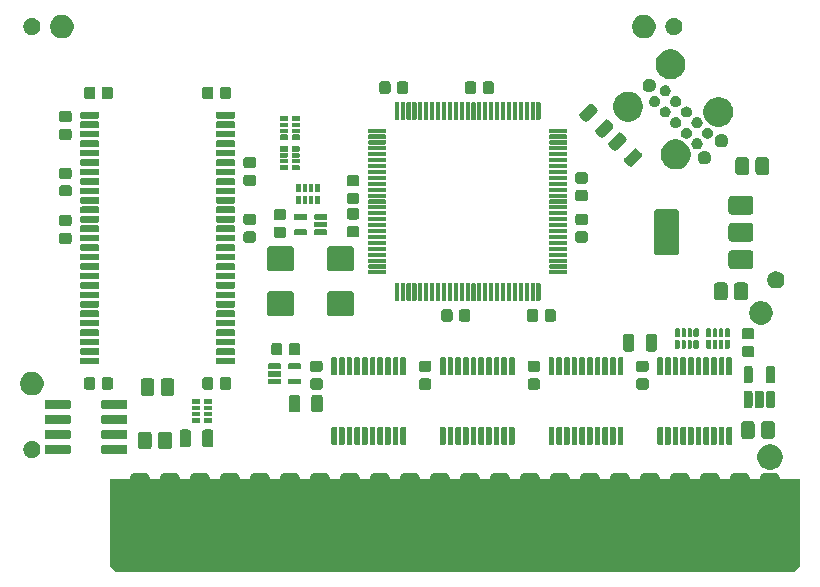
<source format=gts>
G04 #@! TF.GenerationSoftware,KiCad,Pcbnew,(5.1.5-0-10_14)*
G04 #@! TF.CreationDate,2021-05-04T04:35:05-04:00*
G04 #@! TF.ProjectId,RAM2GS,52414d32-4753-42e6-9b69-6361645f7063,2.0*
G04 #@! TF.SameCoordinates,Original*
G04 #@! TF.FileFunction,Soldermask,Top*
G04 #@! TF.FilePolarity,Negative*
%FSLAX46Y46*%
G04 Gerber Fmt 4.6, Leading zero omitted, Abs format (unit mm)*
G04 Created by KiCad (PCBNEW (5.1.5-0-10_14)) date 2021-05-04 04:35:05*
%MOMM*%
%LPD*%
G04 APERTURE LIST*
%ADD10C,0.100000*%
G04 APERTURE END LIST*
D10*
G36*
X113538000Y-139446000D02*
G01*
X113030000Y-139954000D01*
X55626000Y-139954000D01*
X55118000Y-139446000D01*
X55118000Y-132080000D01*
X113538000Y-132080000D01*
X113538000Y-139446000D01*
G37*
G36*
X111518220Y-131544798D02*
G01*
X111591993Y-131567176D01*
X111659982Y-131603518D01*
X111719575Y-131652425D01*
X111768482Y-131712018D01*
X111804824Y-131780007D01*
X111827202Y-131853780D01*
X111835000Y-131932954D01*
X111835000Y-138631046D01*
X111827202Y-138710220D01*
X111804824Y-138783993D01*
X111768482Y-138851982D01*
X111719575Y-138911575D01*
X111659982Y-138960482D01*
X111591993Y-138996824D01*
X111518220Y-139019202D01*
X111439046Y-139027000D01*
X110556954Y-139027000D01*
X110477780Y-139019202D01*
X110404007Y-138996824D01*
X110336018Y-138960482D01*
X110276425Y-138911575D01*
X110227518Y-138851982D01*
X110191176Y-138783993D01*
X110168798Y-138710220D01*
X110161000Y-138631046D01*
X110161000Y-131932954D01*
X110168798Y-131853780D01*
X110191176Y-131780007D01*
X110227518Y-131712018D01*
X110276425Y-131652425D01*
X110336018Y-131603518D01*
X110404007Y-131567176D01*
X110477780Y-131544798D01*
X110556954Y-131537000D01*
X111439046Y-131537000D01*
X111518220Y-131544798D01*
G37*
G36*
X108978220Y-131544798D02*
G01*
X109051993Y-131567176D01*
X109119982Y-131603518D01*
X109179575Y-131652425D01*
X109228482Y-131712018D01*
X109264824Y-131780007D01*
X109287202Y-131853780D01*
X109295000Y-131932954D01*
X109295000Y-138631046D01*
X109287202Y-138710220D01*
X109264824Y-138783993D01*
X109228482Y-138851982D01*
X109179575Y-138911575D01*
X109119982Y-138960482D01*
X109051993Y-138996824D01*
X108978220Y-139019202D01*
X108899046Y-139027000D01*
X108016954Y-139027000D01*
X107937780Y-139019202D01*
X107864007Y-138996824D01*
X107796018Y-138960482D01*
X107736425Y-138911575D01*
X107687518Y-138851982D01*
X107651176Y-138783993D01*
X107628798Y-138710220D01*
X107621000Y-138631046D01*
X107621000Y-131932954D01*
X107628798Y-131853780D01*
X107651176Y-131780007D01*
X107687518Y-131712018D01*
X107736425Y-131652425D01*
X107796018Y-131603518D01*
X107864007Y-131567176D01*
X107937780Y-131544798D01*
X108016954Y-131537000D01*
X108899046Y-131537000D01*
X108978220Y-131544798D01*
G37*
G36*
X106438220Y-131544798D02*
G01*
X106511993Y-131567176D01*
X106579982Y-131603518D01*
X106639575Y-131652425D01*
X106688482Y-131712018D01*
X106724824Y-131780007D01*
X106747202Y-131853780D01*
X106755000Y-131932954D01*
X106755000Y-138631046D01*
X106747202Y-138710220D01*
X106724824Y-138783993D01*
X106688482Y-138851982D01*
X106639575Y-138911575D01*
X106579982Y-138960482D01*
X106511993Y-138996824D01*
X106438220Y-139019202D01*
X106359046Y-139027000D01*
X105476954Y-139027000D01*
X105397780Y-139019202D01*
X105324007Y-138996824D01*
X105256018Y-138960482D01*
X105196425Y-138911575D01*
X105147518Y-138851982D01*
X105111176Y-138783993D01*
X105088798Y-138710220D01*
X105081000Y-138631046D01*
X105081000Y-131932954D01*
X105088798Y-131853780D01*
X105111176Y-131780007D01*
X105147518Y-131712018D01*
X105196425Y-131652425D01*
X105256018Y-131603518D01*
X105324007Y-131567176D01*
X105397780Y-131544798D01*
X105476954Y-131537000D01*
X106359046Y-131537000D01*
X106438220Y-131544798D01*
G37*
G36*
X103898220Y-131544798D02*
G01*
X103971993Y-131567176D01*
X104039982Y-131603518D01*
X104099575Y-131652425D01*
X104148482Y-131712018D01*
X104184824Y-131780007D01*
X104207202Y-131853780D01*
X104215000Y-131932954D01*
X104215000Y-138631046D01*
X104207202Y-138710220D01*
X104184824Y-138783993D01*
X104148482Y-138851982D01*
X104099575Y-138911575D01*
X104039982Y-138960482D01*
X103971993Y-138996824D01*
X103898220Y-139019202D01*
X103819046Y-139027000D01*
X102936954Y-139027000D01*
X102857780Y-139019202D01*
X102784007Y-138996824D01*
X102716018Y-138960482D01*
X102656425Y-138911575D01*
X102607518Y-138851982D01*
X102571176Y-138783993D01*
X102548798Y-138710220D01*
X102541000Y-138631046D01*
X102541000Y-131932954D01*
X102548798Y-131853780D01*
X102571176Y-131780007D01*
X102607518Y-131712018D01*
X102656425Y-131652425D01*
X102716018Y-131603518D01*
X102784007Y-131567176D01*
X102857780Y-131544798D01*
X102936954Y-131537000D01*
X103819046Y-131537000D01*
X103898220Y-131544798D01*
G37*
G36*
X101358220Y-131544798D02*
G01*
X101431993Y-131567176D01*
X101499982Y-131603518D01*
X101559575Y-131652425D01*
X101608482Y-131712018D01*
X101644824Y-131780007D01*
X101667202Y-131853780D01*
X101675000Y-131932954D01*
X101675000Y-138631046D01*
X101667202Y-138710220D01*
X101644824Y-138783993D01*
X101608482Y-138851982D01*
X101559575Y-138911575D01*
X101499982Y-138960482D01*
X101431993Y-138996824D01*
X101358220Y-139019202D01*
X101279046Y-139027000D01*
X100396954Y-139027000D01*
X100317780Y-139019202D01*
X100244007Y-138996824D01*
X100176018Y-138960482D01*
X100116425Y-138911575D01*
X100067518Y-138851982D01*
X100031176Y-138783993D01*
X100008798Y-138710220D01*
X100001000Y-138631046D01*
X100001000Y-131932954D01*
X100008798Y-131853780D01*
X100031176Y-131780007D01*
X100067518Y-131712018D01*
X100116425Y-131652425D01*
X100176018Y-131603518D01*
X100244007Y-131567176D01*
X100317780Y-131544798D01*
X100396954Y-131537000D01*
X101279046Y-131537000D01*
X101358220Y-131544798D01*
G37*
G36*
X98818220Y-131544798D02*
G01*
X98891993Y-131567176D01*
X98959982Y-131603518D01*
X99019575Y-131652425D01*
X99068482Y-131712018D01*
X99104824Y-131780007D01*
X99127202Y-131853780D01*
X99135000Y-131932954D01*
X99135000Y-138631046D01*
X99127202Y-138710220D01*
X99104824Y-138783993D01*
X99068482Y-138851982D01*
X99019575Y-138911575D01*
X98959982Y-138960482D01*
X98891993Y-138996824D01*
X98818220Y-139019202D01*
X98739046Y-139027000D01*
X97856954Y-139027000D01*
X97777780Y-139019202D01*
X97704007Y-138996824D01*
X97636018Y-138960482D01*
X97576425Y-138911575D01*
X97527518Y-138851982D01*
X97491176Y-138783993D01*
X97468798Y-138710220D01*
X97461000Y-138631046D01*
X97461000Y-131932954D01*
X97468798Y-131853780D01*
X97491176Y-131780007D01*
X97527518Y-131712018D01*
X97576425Y-131652425D01*
X97636018Y-131603518D01*
X97704007Y-131567176D01*
X97777780Y-131544798D01*
X97856954Y-131537000D01*
X98739046Y-131537000D01*
X98818220Y-131544798D01*
G37*
G36*
X96278220Y-131544798D02*
G01*
X96351993Y-131567176D01*
X96419982Y-131603518D01*
X96479575Y-131652425D01*
X96528482Y-131712018D01*
X96564824Y-131780007D01*
X96587202Y-131853780D01*
X96595000Y-131932954D01*
X96595000Y-138631046D01*
X96587202Y-138710220D01*
X96564824Y-138783993D01*
X96528482Y-138851982D01*
X96479575Y-138911575D01*
X96419982Y-138960482D01*
X96351993Y-138996824D01*
X96278220Y-139019202D01*
X96199046Y-139027000D01*
X95316954Y-139027000D01*
X95237780Y-139019202D01*
X95164007Y-138996824D01*
X95096018Y-138960482D01*
X95036425Y-138911575D01*
X94987518Y-138851982D01*
X94951176Y-138783993D01*
X94928798Y-138710220D01*
X94921000Y-138631046D01*
X94921000Y-131932954D01*
X94928798Y-131853780D01*
X94951176Y-131780007D01*
X94987518Y-131712018D01*
X95036425Y-131652425D01*
X95096018Y-131603518D01*
X95164007Y-131567176D01*
X95237780Y-131544798D01*
X95316954Y-131537000D01*
X96199046Y-131537000D01*
X96278220Y-131544798D01*
G37*
G36*
X93738220Y-131544798D02*
G01*
X93811993Y-131567176D01*
X93879982Y-131603518D01*
X93939575Y-131652425D01*
X93988482Y-131712018D01*
X94024824Y-131780007D01*
X94047202Y-131853780D01*
X94055000Y-131932954D01*
X94055000Y-138631046D01*
X94047202Y-138710220D01*
X94024824Y-138783993D01*
X93988482Y-138851982D01*
X93939575Y-138911575D01*
X93879982Y-138960482D01*
X93811993Y-138996824D01*
X93738220Y-139019202D01*
X93659046Y-139027000D01*
X92776954Y-139027000D01*
X92697780Y-139019202D01*
X92624007Y-138996824D01*
X92556018Y-138960482D01*
X92496425Y-138911575D01*
X92447518Y-138851982D01*
X92411176Y-138783993D01*
X92388798Y-138710220D01*
X92381000Y-138631046D01*
X92381000Y-131932954D01*
X92388798Y-131853780D01*
X92411176Y-131780007D01*
X92447518Y-131712018D01*
X92496425Y-131652425D01*
X92556018Y-131603518D01*
X92624007Y-131567176D01*
X92697780Y-131544798D01*
X92776954Y-131537000D01*
X93659046Y-131537000D01*
X93738220Y-131544798D01*
G37*
G36*
X91198220Y-131544798D02*
G01*
X91271993Y-131567176D01*
X91339982Y-131603518D01*
X91399575Y-131652425D01*
X91448482Y-131712018D01*
X91484824Y-131780007D01*
X91507202Y-131853780D01*
X91515000Y-131932954D01*
X91515000Y-138631046D01*
X91507202Y-138710220D01*
X91484824Y-138783993D01*
X91448482Y-138851982D01*
X91399575Y-138911575D01*
X91339982Y-138960482D01*
X91271993Y-138996824D01*
X91198220Y-139019202D01*
X91119046Y-139027000D01*
X90236954Y-139027000D01*
X90157780Y-139019202D01*
X90084007Y-138996824D01*
X90016018Y-138960482D01*
X89956425Y-138911575D01*
X89907518Y-138851982D01*
X89871176Y-138783993D01*
X89848798Y-138710220D01*
X89841000Y-138631046D01*
X89841000Y-131932954D01*
X89848798Y-131853780D01*
X89871176Y-131780007D01*
X89907518Y-131712018D01*
X89956425Y-131652425D01*
X90016018Y-131603518D01*
X90084007Y-131567176D01*
X90157780Y-131544798D01*
X90236954Y-131537000D01*
X91119046Y-131537000D01*
X91198220Y-131544798D01*
G37*
G36*
X88658220Y-131544798D02*
G01*
X88731993Y-131567176D01*
X88799982Y-131603518D01*
X88859575Y-131652425D01*
X88908482Y-131712018D01*
X88944824Y-131780007D01*
X88967202Y-131853780D01*
X88975000Y-131932954D01*
X88975000Y-138631046D01*
X88967202Y-138710220D01*
X88944824Y-138783993D01*
X88908482Y-138851982D01*
X88859575Y-138911575D01*
X88799982Y-138960482D01*
X88731993Y-138996824D01*
X88658220Y-139019202D01*
X88579046Y-139027000D01*
X87696954Y-139027000D01*
X87617780Y-139019202D01*
X87544007Y-138996824D01*
X87476018Y-138960482D01*
X87416425Y-138911575D01*
X87367518Y-138851982D01*
X87331176Y-138783993D01*
X87308798Y-138710220D01*
X87301000Y-138631046D01*
X87301000Y-131932954D01*
X87308798Y-131853780D01*
X87331176Y-131780007D01*
X87367518Y-131712018D01*
X87416425Y-131652425D01*
X87476018Y-131603518D01*
X87544007Y-131567176D01*
X87617780Y-131544798D01*
X87696954Y-131537000D01*
X88579046Y-131537000D01*
X88658220Y-131544798D01*
G37*
G36*
X86118220Y-131544798D02*
G01*
X86191993Y-131567176D01*
X86259982Y-131603518D01*
X86319575Y-131652425D01*
X86368482Y-131712018D01*
X86404824Y-131780007D01*
X86427202Y-131853780D01*
X86435000Y-131932954D01*
X86435000Y-138631046D01*
X86427202Y-138710220D01*
X86404824Y-138783993D01*
X86368482Y-138851982D01*
X86319575Y-138911575D01*
X86259982Y-138960482D01*
X86191993Y-138996824D01*
X86118220Y-139019202D01*
X86039046Y-139027000D01*
X85156954Y-139027000D01*
X85077780Y-139019202D01*
X85004007Y-138996824D01*
X84936018Y-138960482D01*
X84876425Y-138911575D01*
X84827518Y-138851982D01*
X84791176Y-138783993D01*
X84768798Y-138710220D01*
X84761000Y-138631046D01*
X84761000Y-131932954D01*
X84768798Y-131853780D01*
X84791176Y-131780007D01*
X84827518Y-131712018D01*
X84876425Y-131652425D01*
X84936018Y-131603518D01*
X85004007Y-131567176D01*
X85077780Y-131544798D01*
X85156954Y-131537000D01*
X86039046Y-131537000D01*
X86118220Y-131544798D01*
G37*
G36*
X83578220Y-131544798D02*
G01*
X83651993Y-131567176D01*
X83719982Y-131603518D01*
X83779575Y-131652425D01*
X83828482Y-131712018D01*
X83864824Y-131780007D01*
X83887202Y-131853780D01*
X83895000Y-131932954D01*
X83895000Y-138631046D01*
X83887202Y-138710220D01*
X83864824Y-138783993D01*
X83828482Y-138851982D01*
X83779575Y-138911575D01*
X83719982Y-138960482D01*
X83651993Y-138996824D01*
X83578220Y-139019202D01*
X83499046Y-139027000D01*
X82616954Y-139027000D01*
X82537780Y-139019202D01*
X82464007Y-138996824D01*
X82396018Y-138960482D01*
X82336425Y-138911575D01*
X82287518Y-138851982D01*
X82251176Y-138783993D01*
X82228798Y-138710220D01*
X82221000Y-138631046D01*
X82221000Y-131932954D01*
X82228798Y-131853780D01*
X82251176Y-131780007D01*
X82287518Y-131712018D01*
X82336425Y-131652425D01*
X82396018Y-131603518D01*
X82464007Y-131567176D01*
X82537780Y-131544798D01*
X82616954Y-131537000D01*
X83499046Y-131537000D01*
X83578220Y-131544798D01*
G37*
G36*
X81038220Y-131544798D02*
G01*
X81111993Y-131567176D01*
X81179982Y-131603518D01*
X81239575Y-131652425D01*
X81288482Y-131712018D01*
X81324824Y-131780007D01*
X81347202Y-131853780D01*
X81355000Y-131932954D01*
X81355000Y-138631046D01*
X81347202Y-138710220D01*
X81324824Y-138783993D01*
X81288482Y-138851982D01*
X81239575Y-138911575D01*
X81179982Y-138960482D01*
X81111993Y-138996824D01*
X81038220Y-139019202D01*
X80959046Y-139027000D01*
X80076954Y-139027000D01*
X79997780Y-139019202D01*
X79924007Y-138996824D01*
X79856018Y-138960482D01*
X79796425Y-138911575D01*
X79747518Y-138851982D01*
X79711176Y-138783993D01*
X79688798Y-138710220D01*
X79681000Y-138631046D01*
X79681000Y-131932954D01*
X79688798Y-131853780D01*
X79711176Y-131780007D01*
X79747518Y-131712018D01*
X79796425Y-131652425D01*
X79856018Y-131603518D01*
X79924007Y-131567176D01*
X79997780Y-131544798D01*
X80076954Y-131537000D01*
X80959046Y-131537000D01*
X81038220Y-131544798D01*
G37*
G36*
X78498220Y-131544798D02*
G01*
X78571993Y-131567176D01*
X78639982Y-131603518D01*
X78699575Y-131652425D01*
X78748482Y-131712018D01*
X78784824Y-131780007D01*
X78807202Y-131853780D01*
X78815000Y-131932954D01*
X78815000Y-138631046D01*
X78807202Y-138710220D01*
X78784824Y-138783993D01*
X78748482Y-138851982D01*
X78699575Y-138911575D01*
X78639982Y-138960482D01*
X78571993Y-138996824D01*
X78498220Y-139019202D01*
X78419046Y-139027000D01*
X77536954Y-139027000D01*
X77457780Y-139019202D01*
X77384007Y-138996824D01*
X77316018Y-138960482D01*
X77256425Y-138911575D01*
X77207518Y-138851982D01*
X77171176Y-138783993D01*
X77148798Y-138710220D01*
X77141000Y-138631046D01*
X77141000Y-131932954D01*
X77148798Y-131853780D01*
X77171176Y-131780007D01*
X77207518Y-131712018D01*
X77256425Y-131652425D01*
X77316018Y-131603518D01*
X77384007Y-131567176D01*
X77457780Y-131544798D01*
X77536954Y-131537000D01*
X78419046Y-131537000D01*
X78498220Y-131544798D01*
G37*
G36*
X75958220Y-131544798D02*
G01*
X76031993Y-131567176D01*
X76099982Y-131603518D01*
X76159575Y-131652425D01*
X76208482Y-131712018D01*
X76244824Y-131780007D01*
X76267202Y-131853780D01*
X76275000Y-131932954D01*
X76275000Y-138631046D01*
X76267202Y-138710220D01*
X76244824Y-138783993D01*
X76208482Y-138851982D01*
X76159575Y-138911575D01*
X76099982Y-138960482D01*
X76031993Y-138996824D01*
X75958220Y-139019202D01*
X75879046Y-139027000D01*
X74996954Y-139027000D01*
X74917780Y-139019202D01*
X74844007Y-138996824D01*
X74776018Y-138960482D01*
X74716425Y-138911575D01*
X74667518Y-138851982D01*
X74631176Y-138783993D01*
X74608798Y-138710220D01*
X74601000Y-138631046D01*
X74601000Y-131932954D01*
X74608798Y-131853780D01*
X74631176Y-131780007D01*
X74667518Y-131712018D01*
X74716425Y-131652425D01*
X74776018Y-131603518D01*
X74844007Y-131567176D01*
X74917780Y-131544798D01*
X74996954Y-131537000D01*
X75879046Y-131537000D01*
X75958220Y-131544798D01*
G37*
G36*
X73418220Y-131544798D02*
G01*
X73491993Y-131567176D01*
X73559982Y-131603518D01*
X73619575Y-131652425D01*
X73668482Y-131712018D01*
X73704824Y-131780007D01*
X73727202Y-131853780D01*
X73735000Y-131932954D01*
X73735000Y-138631046D01*
X73727202Y-138710220D01*
X73704824Y-138783993D01*
X73668482Y-138851982D01*
X73619575Y-138911575D01*
X73559982Y-138960482D01*
X73491993Y-138996824D01*
X73418220Y-139019202D01*
X73339046Y-139027000D01*
X72456954Y-139027000D01*
X72377780Y-139019202D01*
X72304007Y-138996824D01*
X72236018Y-138960482D01*
X72176425Y-138911575D01*
X72127518Y-138851982D01*
X72091176Y-138783993D01*
X72068798Y-138710220D01*
X72061000Y-138631046D01*
X72061000Y-131932954D01*
X72068798Y-131853780D01*
X72091176Y-131780007D01*
X72127518Y-131712018D01*
X72176425Y-131652425D01*
X72236018Y-131603518D01*
X72304007Y-131567176D01*
X72377780Y-131544798D01*
X72456954Y-131537000D01*
X73339046Y-131537000D01*
X73418220Y-131544798D01*
G37*
G36*
X70878220Y-131544798D02*
G01*
X70951993Y-131567176D01*
X71019982Y-131603518D01*
X71079575Y-131652425D01*
X71128482Y-131712018D01*
X71164824Y-131780007D01*
X71187202Y-131853780D01*
X71195000Y-131932954D01*
X71195000Y-138631046D01*
X71187202Y-138710220D01*
X71164824Y-138783993D01*
X71128482Y-138851982D01*
X71079575Y-138911575D01*
X71019982Y-138960482D01*
X70951993Y-138996824D01*
X70878220Y-139019202D01*
X70799046Y-139027000D01*
X69916954Y-139027000D01*
X69837780Y-139019202D01*
X69764007Y-138996824D01*
X69696018Y-138960482D01*
X69636425Y-138911575D01*
X69587518Y-138851982D01*
X69551176Y-138783993D01*
X69528798Y-138710220D01*
X69521000Y-138631046D01*
X69521000Y-131932954D01*
X69528798Y-131853780D01*
X69551176Y-131780007D01*
X69587518Y-131712018D01*
X69636425Y-131652425D01*
X69696018Y-131603518D01*
X69764007Y-131567176D01*
X69837780Y-131544798D01*
X69916954Y-131537000D01*
X70799046Y-131537000D01*
X70878220Y-131544798D01*
G37*
G36*
X68338220Y-131544798D02*
G01*
X68411993Y-131567176D01*
X68479982Y-131603518D01*
X68539575Y-131652425D01*
X68588482Y-131712018D01*
X68624824Y-131780007D01*
X68647202Y-131853780D01*
X68655000Y-131932954D01*
X68655000Y-138631046D01*
X68647202Y-138710220D01*
X68624824Y-138783993D01*
X68588482Y-138851982D01*
X68539575Y-138911575D01*
X68479982Y-138960482D01*
X68411993Y-138996824D01*
X68338220Y-139019202D01*
X68259046Y-139027000D01*
X67376954Y-139027000D01*
X67297780Y-139019202D01*
X67224007Y-138996824D01*
X67156018Y-138960482D01*
X67096425Y-138911575D01*
X67047518Y-138851982D01*
X67011176Y-138783993D01*
X66988798Y-138710220D01*
X66981000Y-138631046D01*
X66981000Y-131932954D01*
X66988798Y-131853780D01*
X67011176Y-131780007D01*
X67047518Y-131712018D01*
X67096425Y-131652425D01*
X67156018Y-131603518D01*
X67224007Y-131567176D01*
X67297780Y-131544798D01*
X67376954Y-131537000D01*
X68259046Y-131537000D01*
X68338220Y-131544798D01*
G37*
G36*
X65798220Y-131544798D02*
G01*
X65871993Y-131567176D01*
X65939982Y-131603518D01*
X65999575Y-131652425D01*
X66048482Y-131712018D01*
X66084824Y-131780007D01*
X66107202Y-131853780D01*
X66115000Y-131932954D01*
X66115000Y-138631046D01*
X66107202Y-138710220D01*
X66084824Y-138783993D01*
X66048482Y-138851982D01*
X65999575Y-138911575D01*
X65939982Y-138960482D01*
X65871993Y-138996824D01*
X65798220Y-139019202D01*
X65719046Y-139027000D01*
X64836954Y-139027000D01*
X64757780Y-139019202D01*
X64684007Y-138996824D01*
X64616018Y-138960482D01*
X64556425Y-138911575D01*
X64507518Y-138851982D01*
X64471176Y-138783993D01*
X64448798Y-138710220D01*
X64441000Y-138631046D01*
X64441000Y-131932954D01*
X64448798Y-131853780D01*
X64471176Y-131780007D01*
X64507518Y-131712018D01*
X64556425Y-131652425D01*
X64616018Y-131603518D01*
X64684007Y-131567176D01*
X64757780Y-131544798D01*
X64836954Y-131537000D01*
X65719046Y-131537000D01*
X65798220Y-131544798D01*
G37*
G36*
X63258220Y-131544798D02*
G01*
X63331993Y-131567176D01*
X63399982Y-131603518D01*
X63459575Y-131652425D01*
X63508482Y-131712018D01*
X63544824Y-131780007D01*
X63567202Y-131853780D01*
X63575000Y-131932954D01*
X63575000Y-138631046D01*
X63567202Y-138710220D01*
X63544824Y-138783993D01*
X63508482Y-138851982D01*
X63459575Y-138911575D01*
X63399982Y-138960482D01*
X63331993Y-138996824D01*
X63258220Y-139019202D01*
X63179046Y-139027000D01*
X62296954Y-139027000D01*
X62217780Y-139019202D01*
X62144007Y-138996824D01*
X62076018Y-138960482D01*
X62016425Y-138911575D01*
X61967518Y-138851982D01*
X61931176Y-138783993D01*
X61908798Y-138710220D01*
X61901000Y-138631046D01*
X61901000Y-131932954D01*
X61908798Y-131853780D01*
X61931176Y-131780007D01*
X61967518Y-131712018D01*
X62016425Y-131652425D01*
X62076018Y-131603518D01*
X62144007Y-131567176D01*
X62217780Y-131544798D01*
X62296954Y-131537000D01*
X63179046Y-131537000D01*
X63258220Y-131544798D01*
G37*
G36*
X60718220Y-131544798D02*
G01*
X60791993Y-131567176D01*
X60859982Y-131603518D01*
X60919575Y-131652425D01*
X60968482Y-131712018D01*
X61004824Y-131780007D01*
X61027202Y-131853780D01*
X61035000Y-131932954D01*
X61035000Y-138631046D01*
X61027202Y-138710220D01*
X61004824Y-138783993D01*
X60968482Y-138851982D01*
X60919575Y-138911575D01*
X60859982Y-138960482D01*
X60791993Y-138996824D01*
X60718220Y-139019202D01*
X60639046Y-139027000D01*
X59756954Y-139027000D01*
X59677780Y-139019202D01*
X59604007Y-138996824D01*
X59536018Y-138960482D01*
X59476425Y-138911575D01*
X59427518Y-138851982D01*
X59391176Y-138783993D01*
X59368798Y-138710220D01*
X59361000Y-138631046D01*
X59361000Y-131932954D01*
X59368798Y-131853780D01*
X59391176Y-131780007D01*
X59427518Y-131712018D01*
X59476425Y-131652425D01*
X59536018Y-131603518D01*
X59604007Y-131567176D01*
X59677780Y-131544798D01*
X59756954Y-131537000D01*
X60639046Y-131537000D01*
X60718220Y-131544798D01*
G37*
G36*
X58178220Y-131544798D02*
G01*
X58251993Y-131567176D01*
X58319982Y-131603518D01*
X58379575Y-131652425D01*
X58428482Y-131712018D01*
X58464824Y-131780007D01*
X58487202Y-131853780D01*
X58495000Y-131932954D01*
X58495000Y-138631046D01*
X58487202Y-138710220D01*
X58464824Y-138783993D01*
X58428482Y-138851982D01*
X58379575Y-138911575D01*
X58319982Y-138960482D01*
X58251993Y-138996824D01*
X58178220Y-139019202D01*
X58099046Y-139027000D01*
X57216954Y-139027000D01*
X57137780Y-139019202D01*
X57064007Y-138996824D01*
X56996018Y-138960482D01*
X56936425Y-138911575D01*
X56887518Y-138851982D01*
X56851176Y-138783993D01*
X56828798Y-138710220D01*
X56821000Y-138631046D01*
X56821000Y-131932954D01*
X56828798Y-131853780D01*
X56851176Y-131780007D01*
X56887518Y-131712018D01*
X56936425Y-131652425D01*
X56996018Y-131603518D01*
X57064007Y-131567176D01*
X57137780Y-131544798D01*
X57216954Y-131537000D01*
X58099046Y-131537000D01*
X58178220Y-131544798D01*
G37*
G36*
X111311564Y-129141311D02*
G01*
X111507202Y-129222347D01*
X111565626Y-129261385D01*
X111683272Y-129339993D01*
X111833007Y-129489728D01*
X111858579Y-129528000D01*
X111950653Y-129665798D01*
X112031689Y-129861436D01*
X112073000Y-130069120D01*
X112073000Y-130280880D01*
X112031689Y-130488564D01*
X111950653Y-130684202D01*
X111950652Y-130684203D01*
X111833007Y-130860272D01*
X111683272Y-131010007D01*
X111565626Y-131088615D01*
X111507202Y-131127653D01*
X111311564Y-131208689D01*
X111103880Y-131250000D01*
X110892120Y-131250000D01*
X110684436Y-131208689D01*
X110488798Y-131127653D01*
X110430374Y-131088615D01*
X110312728Y-131010007D01*
X110162993Y-130860272D01*
X110045348Y-130684203D01*
X110045347Y-130684202D01*
X109964311Y-130488564D01*
X109923000Y-130280880D01*
X109923000Y-130069120D01*
X109964311Y-129861436D01*
X110045347Y-129665798D01*
X110137421Y-129528000D01*
X110162993Y-129489728D01*
X110312728Y-129339993D01*
X110430374Y-129261385D01*
X110488798Y-129222347D01*
X110684436Y-129141311D01*
X110892120Y-129100000D01*
X111103880Y-129100000D01*
X111311564Y-129141311D01*
G37*
G36*
X48725181Y-128843822D02*
G01*
X48725184Y-128843823D01*
X48725183Y-128843823D01*
X48856943Y-128898400D01*
X48916635Y-128938285D01*
X48975522Y-128977632D01*
X49076368Y-129078478D01*
X49114165Y-129135046D01*
X49151839Y-129191428D01*
X49155601Y-129197059D01*
X49210178Y-129328819D01*
X49238000Y-129468691D01*
X49238000Y-129611309D01*
X49210178Y-129751181D01*
X49155601Y-129882941D01*
X49155600Y-129882943D01*
X49076367Y-130001523D01*
X48975523Y-130102367D01*
X48856943Y-130181600D01*
X48856942Y-130181601D01*
X48856941Y-130181601D01*
X48725181Y-130236178D01*
X48585309Y-130264000D01*
X48442691Y-130264000D01*
X48302819Y-130236178D01*
X48171059Y-130181601D01*
X48171058Y-130181601D01*
X48171057Y-130181600D01*
X48052477Y-130102367D01*
X47951633Y-130001523D01*
X47872400Y-129882943D01*
X47872399Y-129882941D01*
X47817822Y-129751181D01*
X47790000Y-129611309D01*
X47790000Y-129468691D01*
X47817822Y-129328819D01*
X47872399Y-129197059D01*
X47876162Y-129191428D01*
X47913835Y-129135046D01*
X47951632Y-129078478D01*
X48052478Y-128977632D01*
X48111365Y-128938285D01*
X48171057Y-128898400D01*
X48302817Y-128843823D01*
X48302816Y-128843823D01*
X48302819Y-128843822D01*
X48442691Y-128816000D01*
X48585309Y-128816000D01*
X48725181Y-128843822D01*
G37*
G36*
X51645092Y-129143599D02*
G01*
X51677878Y-129153545D01*
X51708089Y-129169693D01*
X51734572Y-129191428D01*
X51756307Y-129217911D01*
X51772455Y-129248122D01*
X51782401Y-129280908D01*
X51786000Y-129317453D01*
X51786000Y-129762547D01*
X51782401Y-129799092D01*
X51772455Y-129831878D01*
X51756307Y-129862089D01*
X51734572Y-129888572D01*
X51708089Y-129910307D01*
X51677878Y-129926455D01*
X51645092Y-129936401D01*
X51608547Y-129940000D01*
X49763453Y-129940000D01*
X49726908Y-129936401D01*
X49694122Y-129926455D01*
X49663911Y-129910307D01*
X49637428Y-129888572D01*
X49615693Y-129862089D01*
X49599545Y-129831878D01*
X49589599Y-129799092D01*
X49586000Y-129762547D01*
X49586000Y-129317453D01*
X49589599Y-129280908D01*
X49599545Y-129248122D01*
X49615693Y-129217911D01*
X49637428Y-129191428D01*
X49663911Y-129169693D01*
X49694122Y-129153545D01*
X49726908Y-129143599D01*
X49763453Y-129140000D01*
X51608547Y-129140000D01*
X51645092Y-129143599D01*
G37*
G36*
X56445092Y-129143599D02*
G01*
X56477878Y-129153545D01*
X56508089Y-129169693D01*
X56534572Y-129191428D01*
X56556307Y-129217911D01*
X56572455Y-129248122D01*
X56582401Y-129280908D01*
X56586000Y-129317453D01*
X56586000Y-129762547D01*
X56582401Y-129799092D01*
X56572455Y-129831878D01*
X56556307Y-129862089D01*
X56534572Y-129888572D01*
X56508089Y-129910307D01*
X56477878Y-129926455D01*
X56445092Y-129936401D01*
X56408547Y-129940000D01*
X54563453Y-129940000D01*
X54526908Y-129936401D01*
X54494122Y-129926455D01*
X54463911Y-129910307D01*
X54437428Y-129888572D01*
X54415693Y-129862089D01*
X54399545Y-129831878D01*
X54389599Y-129799092D01*
X54386000Y-129762547D01*
X54386000Y-129317453D01*
X54389599Y-129280908D01*
X54399545Y-129248122D01*
X54415693Y-129217911D01*
X54437428Y-129191428D01*
X54463911Y-129169693D01*
X54494122Y-129153545D01*
X54526908Y-129143599D01*
X54563453Y-129140000D01*
X56408547Y-129140000D01*
X56445092Y-129143599D01*
G37*
G36*
X58441663Y-128033281D02*
G01*
X58490863Y-128048206D01*
X58536201Y-128072439D01*
X58575944Y-128105056D01*
X58608561Y-128144799D01*
X58632794Y-128190137D01*
X58647719Y-128239337D01*
X58653000Y-128292954D01*
X58653000Y-129263046D01*
X58647719Y-129316663D01*
X58632794Y-129365863D01*
X58608561Y-129411201D01*
X58575944Y-129450944D01*
X58536201Y-129483561D01*
X58490863Y-129507794D01*
X58441663Y-129522719D01*
X58388046Y-129528000D01*
X57767954Y-129528000D01*
X57714337Y-129522719D01*
X57665137Y-129507794D01*
X57619799Y-129483561D01*
X57580056Y-129450944D01*
X57547439Y-129411201D01*
X57523206Y-129365863D01*
X57508281Y-129316663D01*
X57503000Y-129263046D01*
X57503000Y-128292954D01*
X57508281Y-128239337D01*
X57523206Y-128190137D01*
X57547439Y-128144799D01*
X57580056Y-128105056D01*
X57619799Y-128072439D01*
X57665137Y-128048206D01*
X57714337Y-128033281D01*
X57767954Y-128028000D01*
X58388046Y-128028000D01*
X58441663Y-128033281D01*
G37*
G36*
X60141663Y-128033281D02*
G01*
X60190863Y-128048206D01*
X60236201Y-128072439D01*
X60275944Y-128105056D01*
X60308561Y-128144799D01*
X60332794Y-128190137D01*
X60347719Y-128239337D01*
X60353000Y-128292954D01*
X60353000Y-129263046D01*
X60347719Y-129316663D01*
X60332794Y-129365863D01*
X60308561Y-129411201D01*
X60275944Y-129450944D01*
X60236201Y-129483561D01*
X60190863Y-129507794D01*
X60141663Y-129522719D01*
X60088046Y-129528000D01*
X59467954Y-129528000D01*
X59414337Y-129522719D01*
X59365137Y-129507794D01*
X59319799Y-129483561D01*
X59280056Y-129450944D01*
X59247439Y-129411201D01*
X59223206Y-129365863D01*
X59208281Y-129316663D01*
X59203000Y-129263046D01*
X59203000Y-128292954D01*
X59208281Y-128239337D01*
X59223206Y-128190137D01*
X59247439Y-128144799D01*
X59280056Y-128105056D01*
X59319799Y-128072439D01*
X59365137Y-128048206D01*
X59414337Y-128033281D01*
X59467954Y-128028000D01*
X60088046Y-128028000D01*
X60141663Y-128033281D01*
G37*
G36*
X61803908Y-127854320D02*
G01*
X61843729Y-127866400D01*
X61880423Y-127886012D01*
X61912589Y-127912411D01*
X61938988Y-127944577D01*
X61958600Y-127981271D01*
X61970680Y-128021092D01*
X61975000Y-128064954D01*
X61975000Y-129135046D01*
X61970680Y-129178908D01*
X61958600Y-129218729D01*
X61938988Y-129255423D01*
X61912589Y-129287589D01*
X61880423Y-129313988D01*
X61843729Y-129333600D01*
X61803908Y-129345680D01*
X61760046Y-129350000D01*
X61239954Y-129350000D01*
X61196092Y-129345680D01*
X61156271Y-129333600D01*
X61119577Y-129313988D01*
X61087411Y-129287589D01*
X61061012Y-129255423D01*
X61041400Y-129218729D01*
X61029320Y-129178908D01*
X61025000Y-129135046D01*
X61025000Y-128064954D01*
X61029320Y-128021092D01*
X61041400Y-127981271D01*
X61061012Y-127944577D01*
X61087411Y-127912411D01*
X61119577Y-127886012D01*
X61156271Y-127866400D01*
X61196092Y-127854320D01*
X61239954Y-127850000D01*
X61760046Y-127850000D01*
X61803908Y-127854320D01*
G37*
G36*
X63703908Y-127854320D02*
G01*
X63743729Y-127866400D01*
X63780423Y-127886012D01*
X63812589Y-127912411D01*
X63838988Y-127944577D01*
X63858600Y-127981271D01*
X63870680Y-128021092D01*
X63875000Y-128064954D01*
X63875000Y-129135046D01*
X63870680Y-129178908D01*
X63858600Y-129218729D01*
X63838988Y-129255423D01*
X63812589Y-129287589D01*
X63780423Y-129313988D01*
X63743729Y-129333600D01*
X63703908Y-129345680D01*
X63660046Y-129350000D01*
X63139954Y-129350000D01*
X63096092Y-129345680D01*
X63056271Y-129333600D01*
X63019577Y-129313988D01*
X62987411Y-129287589D01*
X62961012Y-129255423D01*
X62941400Y-129218729D01*
X62929320Y-129178908D01*
X62925000Y-129135046D01*
X62925000Y-128064954D01*
X62929320Y-128021092D01*
X62941400Y-127981271D01*
X62961012Y-127944577D01*
X62987411Y-127912411D01*
X63019577Y-127886012D01*
X63056271Y-127866400D01*
X63096092Y-127854320D01*
X63139954Y-127850000D01*
X63660046Y-127850000D01*
X63703908Y-127854320D01*
G37*
G36*
X80118865Y-127653149D02*
G01*
X80137485Y-127658797D01*
X80154643Y-127667968D01*
X80169686Y-127680314D01*
X80182032Y-127695357D01*
X80191203Y-127712515D01*
X80196851Y-127731135D01*
X80199000Y-127752954D01*
X80199000Y-129047046D01*
X80196851Y-129068865D01*
X80191203Y-129087485D01*
X80182032Y-129104643D01*
X80169686Y-129119686D01*
X80154643Y-129132032D01*
X80137485Y-129141203D01*
X80118865Y-129146851D01*
X80097046Y-129149000D01*
X79802954Y-129149000D01*
X79781135Y-129146851D01*
X79762515Y-129141203D01*
X79745357Y-129132032D01*
X79730314Y-129119686D01*
X79717968Y-129104643D01*
X79708797Y-129087485D01*
X79703149Y-129068865D01*
X79701000Y-129047046D01*
X79701000Y-127752954D01*
X79703149Y-127731135D01*
X79708797Y-127712515D01*
X79717968Y-127695357D01*
X79730314Y-127680314D01*
X79745357Y-127667968D01*
X79762515Y-127658797D01*
X79781135Y-127653149D01*
X79802954Y-127651000D01*
X80097046Y-127651000D01*
X80118865Y-127653149D01*
G37*
G36*
X79468865Y-127653149D02*
G01*
X79487485Y-127658797D01*
X79504643Y-127667968D01*
X79519686Y-127680314D01*
X79532032Y-127695357D01*
X79541203Y-127712515D01*
X79546851Y-127731135D01*
X79549000Y-127752954D01*
X79549000Y-129047046D01*
X79546851Y-129068865D01*
X79541203Y-129087485D01*
X79532032Y-129104643D01*
X79519686Y-129119686D01*
X79504643Y-129132032D01*
X79487485Y-129141203D01*
X79468865Y-129146851D01*
X79447046Y-129149000D01*
X79152954Y-129149000D01*
X79131135Y-129146851D01*
X79112515Y-129141203D01*
X79095357Y-129132032D01*
X79080314Y-129119686D01*
X79067968Y-129104643D01*
X79058797Y-129087485D01*
X79053149Y-129068865D01*
X79051000Y-129047046D01*
X79051000Y-127752954D01*
X79053149Y-127731135D01*
X79058797Y-127712515D01*
X79067968Y-127695357D01*
X79080314Y-127680314D01*
X79095357Y-127667968D01*
X79112515Y-127658797D01*
X79131135Y-127653149D01*
X79152954Y-127651000D01*
X79447046Y-127651000D01*
X79468865Y-127653149D01*
G37*
G36*
X78818865Y-127653149D02*
G01*
X78837485Y-127658797D01*
X78854643Y-127667968D01*
X78869686Y-127680314D01*
X78882032Y-127695357D01*
X78891203Y-127712515D01*
X78896851Y-127731135D01*
X78899000Y-127752954D01*
X78899000Y-129047046D01*
X78896851Y-129068865D01*
X78891203Y-129087485D01*
X78882032Y-129104643D01*
X78869686Y-129119686D01*
X78854643Y-129132032D01*
X78837485Y-129141203D01*
X78818865Y-129146851D01*
X78797046Y-129149000D01*
X78502954Y-129149000D01*
X78481135Y-129146851D01*
X78462515Y-129141203D01*
X78445357Y-129132032D01*
X78430314Y-129119686D01*
X78417968Y-129104643D01*
X78408797Y-129087485D01*
X78403149Y-129068865D01*
X78401000Y-129047046D01*
X78401000Y-127752954D01*
X78403149Y-127731135D01*
X78408797Y-127712515D01*
X78417968Y-127695357D01*
X78430314Y-127680314D01*
X78445357Y-127667968D01*
X78462515Y-127658797D01*
X78481135Y-127653149D01*
X78502954Y-127651000D01*
X78797046Y-127651000D01*
X78818865Y-127653149D01*
G37*
G36*
X78168865Y-127653149D02*
G01*
X78187485Y-127658797D01*
X78204643Y-127667968D01*
X78219686Y-127680314D01*
X78232032Y-127695357D01*
X78241203Y-127712515D01*
X78246851Y-127731135D01*
X78249000Y-127752954D01*
X78249000Y-129047046D01*
X78246851Y-129068865D01*
X78241203Y-129087485D01*
X78232032Y-129104643D01*
X78219686Y-129119686D01*
X78204643Y-129132032D01*
X78187485Y-129141203D01*
X78168865Y-129146851D01*
X78147046Y-129149000D01*
X77852954Y-129149000D01*
X77831135Y-129146851D01*
X77812515Y-129141203D01*
X77795357Y-129132032D01*
X77780314Y-129119686D01*
X77767968Y-129104643D01*
X77758797Y-129087485D01*
X77753149Y-129068865D01*
X77751000Y-129047046D01*
X77751000Y-127752954D01*
X77753149Y-127731135D01*
X77758797Y-127712515D01*
X77767968Y-127695357D01*
X77780314Y-127680314D01*
X77795357Y-127667968D01*
X77812515Y-127658797D01*
X77831135Y-127653149D01*
X77852954Y-127651000D01*
X78147046Y-127651000D01*
X78168865Y-127653149D01*
G37*
G36*
X77518865Y-127653149D02*
G01*
X77537485Y-127658797D01*
X77554643Y-127667968D01*
X77569686Y-127680314D01*
X77582032Y-127695357D01*
X77591203Y-127712515D01*
X77596851Y-127731135D01*
X77599000Y-127752954D01*
X77599000Y-129047046D01*
X77596851Y-129068865D01*
X77591203Y-129087485D01*
X77582032Y-129104643D01*
X77569686Y-129119686D01*
X77554643Y-129132032D01*
X77537485Y-129141203D01*
X77518865Y-129146851D01*
X77497046Y-129149000D01*
X77202954Y-129149000D01*
X77181135Y-129146851D01*
X77162515Y-129141203D01*
X77145357Y-129132032D01*
X77130314Y-129119686D01*
X77117968Y-129104643D01*
X77108797Y-129087485D01*
X77103149Y-129068865D01*
X77101000Y-129047046D01*
X77101000Y-127752954D01*
X77103149Y-127731135D01*
X77108797Y-127712515D01*
X77117968Y-127695357D01*
X77130314Y-127680314D01*
X77145357Y-127667968D01*
X77162515Y-127658797D01*
X77181135Y-127653149D01*
X77202954Y-127651000D01*
X77497046Y-127651000D01*
X77518865Y-127653149D01*
G37*
G36*
X76868865Y-127653149D02*
G01*
X76887485Y-127658797D01*
X76904643Y-127667968D01*
X76919686Y-127680314D01*
X76932032Y-127695357D01*
X76941203Y-127712515D01*
X76946851Y-127731135D01*
X76949000Y-127752954D01*
X76949000Y-129047046D01*
X76946851Y-129068865D01*
X76941203Y-129087485D01*
X76932032Y-129104643D01*
X76919686Y-129119686D01*
X76904643Y-129132032D01*
X76887485Y-129141203D01*
X76868865Y-129146851D01*
X76847046Y-129149000D01*
X76552954Y-129149000D01*
X76531135Y-129146851D01*
X76512515Y-129141203D01*
X76495357Y-129132032D01*
X76480314Y-129119686D01*
X76467968Y-129104643D01*
X76458797Y-129087485D01*
X76453149Y-129068865D01*
X76451000Y-129047046D01*
X76451000Y-127752954D01*
X76453149Y-127731135D01*
X76458797Y-127712515D01*
X76467968Y-127695357D01*
X76480314Y-127680314D01*
X76495357Y-127667968D01*
X76512515Y-127658797D01*
X76531135Y-127653149D01*
X76552954Y-127651000D01*
X76847046Y-127651000D01*
X76868865Y-127653149D01*
G37*
G36*
X76218865Y-127653149D02*
G01*
X76237485Y-127658797D01*
X76254643Y-127667968D01*
X76269686Y-127680314D01*
X76282032Y-127695357D01*
X76291203Y-127712515D01*
X76296851Y-127731135D01*
X76299000Y-127752954D01*
X76299000Y-129047046D01*
X76296851Y-129068865D01*
X76291203Y-129087485D01*
X76282032Y-129104643D01*
X76269686Y-129119686D01*
X76254643Y-129132032D01*
X76237485Y-129141203D01*
X76218865Y-129146851D01*
X76197046Y-129149000D01*
X75902954Y-129149000D01*
X75881135Y-129146851D01*
X75862515Y-129141203D01*
X75845357Y-129132032D01*
X75830314Y-129119686D01*
X75817968Y-129104643D01*
X75808797Y-129087485D01*
X75803149Y-129068865D01*
X75801000Y-129047046D01*
X75801000Y-127752954D01*
X75803149Y-127731135D01*
X75808797Y-127712515D01*
X75817968Y-127695357D01*
X75830314Y-127680314D01*
X75845357Y-127667968D01*
X75862515Y-127658797D01*
X75881135Y-127653149D01*
X75902954Y-127651000D01*
X76197046Y-127651000D01*
X76218865Y-127653149D01*
G37*
G36*
X75568865Y-127653149D02*
G01*
X75587485Y-127658797D01*
X75604643Y-127667968D01*
X75619686Y-127680314D01*
X75632032Y-127695357D01*
X75641203Y-127712515D01*
X75646851Y-127731135D01*
X75649000Y-127752954D01*
X75649000Y-129047046D01*
X75646851Y-129068865D01*
X75641203Y-129087485D01*
X75632032Y-129104643D01*
X75619686Y-129119686D01*
X75604643Y-129132032D01*
X75587485Y-129141203D01*
X75568865Y-129146851D01*
X75547046Y-129149000D01*
X75252954Y-129149000D01*
X75231135Y-129146851D01*
X75212515Y-129141203D01*
X75195357Y-129132032D01*
X75180314Y-129119686D01*
X75167968Y-129104643D01*
X75158797Y-129087485D01*
X75153149Y-129068865D01*
X75151000Y-129047046D01*
X75151000Y-127752954D01*
X75153149Y-127731135D01*
X75158797Y-127712515D01*
X75167968Y-127695357D01*
X75180314Y-127680314D01*
X75195357Y-127667968D01*
X75212515Y-127658797D01*
X75231135Y-127653149D01*
X75252954Y-127651000D01*
X75547046Y-127651000D01*
X75568865Y-127653149D01*
G37*
G36*
X74918865Y-127653149D02*
G01*
X74937485Y-127658797D01*
X74954643Y-127667968D01*
X74969686Y-127680314D01*
X74982032Y-127695357D01*
X74991203Y-127712515D01*
X74996851Y-127731135D01*
X74999000Y-127752954D01*
X74999000Y-129047046D01*
X74996851Y-129068865D01*
X74991203Y-129087485D01*
X74982032Y-129104643D01*
X74969686Y-129119686D01*
X74954643Y-129132032D01*
X74937485Y-129141203D01*
X74918865Y-129146851D01*
X74897046Y-129149000D01*
X74602954Y-129149000D01*
X74581135Y-129146851D01*
X74562515Y-129141203D01*
X74545357Y-129132032D01*
X74530314Y-129119686D01*
X74517968Y-129104643D01*
X74508797Y-129087485D01*
X74503149Y-129068865D01*
X74501000Y-129047046D01*
X74501000Y-127752954D01*
X74503149Y-127731135D01*
X74508797Y-127712515D01*
X74517968Y-127695357D01*
X74530314Y-127680314D01*
X74545357Y-127667968D01*
X74562515Y-127658797D01*
X74581135Y-127653149D01*
X74602954Y-127651000D01*
X74897046Y-127651000D01*
X74918865Y-127653149D01*
G37*
G36*
X74268865Y-127653149D02*
G01*
X74287485Y-127658797D01*
X74304643Y-127667968D01*
X74319686Y-127680314D01*
X74332032Y-127695357D01*
X74341203Y-127712515D01*
X74346851Y-127731135D01*
X74349000Y-127752954D01*
X74349000Y-129047046D01*
X74346851Y-129068865D01*
X74341203Y-129087485D01*
X74332032Y-129104643D01*
X74319686Y-129119686D01*
X74304643Y-129132032D01*
X74287485Y-129141203D01*
X74268865Y-129146851D01*
X74247046Y-129149000D01*
X73952954Y-129149000D01*
X73931135Y-129146851D01*
X73912515Y-129141203D01*
X73895357Y-129132032D01*
X73880314Y-129119686D01*
X73867968Y-129104643D01*
X73858797Y-129087485D01*
X73853149Y-129068865D01*
X73851000Y-129047046D01*
X73851000Y-127752954D01*
X73853149Y-127731135D01*
X73858797Y-127712515D01*
X73867968Y-127695357D01*
X73880314Y-127680314D01*
X73895357Y-127667968D01*
X73912515Y-127658797D01*
X73931135Y-127653149D01*
X73952954Y-127651000D01*
X74247046Y-127651000D01*
X74268865Y-127653149D01*
G37*
G36*
X95918865Y-127653149D02*
G01*
X95937485Y-127658797D01*
X95954643Y-127667968D01*
X95969686Y-127680314D01*
X95982032Y-127695357D01*
X95991203Y-127712515D01*
X95996851Y-127731135D01*
X95999000Y-127752954D01*
X95999000Y-129047046D01*
X95996851Y-129068865D01*
X95991203Y-129087485D01*
X95982032Y-129104643D01*
X95969686Y-129119686D01*
X95954643Y-129132032D01*
X95937485Y-129141203D01*
X95918865Y-129146851D01*
X95897046Y-129149000D01*
X95602954Y-129149000D01*
X95581135Y-129146851D01*
X95562515Y-129141203D01*
X95545357Y-129132032D01*
X95530314Y-129119686D01*
X95517968Y-129104643D01*
X95508797Y-129087485D01*
X95503149Y-129068865D01*
X95501000Y-129047046D01*
X95501000Y-127752954D01*
X95503149Y-127731135D01*
X95508797Y-127712515D01*
X95517968Y-127695357D01*
X95530314Y-127680314D01*
X95545357Y-127667968D01*
X95562515Y-127658797D01*
X95581135Y-127653149D01*
X95602954Y-127651000D01*
X95897046Y-127651000D01*
X95918865Y-127653149D01*
G37*
G36*
X95268865Y-127653149D02*
G01*
X95287485Y-127658797D01*
X95304643Y-127667968D01*
X95319686Y-127680314D01*
X95332032Y-127695357D01*
X95341203Y-127712515D01*
X95346851Y-127731135D01*
X95349000Y-127752954D01*
X95349000Y-129047046D01*
X95346851Y-129068865D01*
X95341203Y-129087485D01*
X95332032Y-129104643D01*
X95319686Y-129119686D01*
X95304643Y-129132032D01*
X95287485Y-129141203D01*
X95268865Y-129146851D01*
X95247046Y-129149000D01*
X94952954Y-129149000D01*
X94931135Y-129146851D01*
X94912515Y-129141203D01*
X94895357Y-129132032D01*
X94880314Y-129119686D01*
X94867968Y-129104643D01*
X94858797Y-129087485D01*
X94853149Y-129068865D01*
X94851000Y-129047046D01*
X94851000Y-127752954D01*
X94853149Y-127731135D01*
X94858797Y-127712515D01*
X94867968Y-127695357D01*
X94880314Y-127680314D01*
X94895357Y-127667968D01*
X94912515Y-127658797D01*
X94931135Y-127653149D01*
X94952954Y-127651000D01*
X95247046Y-127651000D01*
X95268865Y-127653149D01*
G37*
G36*
X94618865Y-127653149D02*
G01*
X94637485Y-127658797D01*
X94654643Y-127667968D01*
X94669686Y-127680314D01*
X94682032Y-127695357D01*
X94691203Y-127712515D01*
X94696851Y-127731135D01*
X94699000Y-127752954D01*
X94699000Y-129047046D01*
X94696851Y-129068865D01*
X94691203Y-129087485D01*
X94682032Y-129104643D01*
X94669686Y-129119686D01*
X94654643Y-129132032D01*
X94637485Y-129141203D01*
X94618865Y-129146851D01*
X94597046Y-129149000D01*
X94302954Y-129149000D01*
X94281135Y-129146851D01*
X94262515Y-129141203D01*
X94245357Y-129132032D01*
X94230314Y-129119686D01*
X94217968Y-129104643D01*
X94208797Y-129087485D01*
X94203149Y-129068865D01*
X94201000Y-129047046D01*
X94201000Y-127752954D01*
X94203149Y-127731135D01*
X94208797Y-127712515D01*
X94217968Y-127695357D01*
X94230314Y-127680314D01*
X94245357Y-127667968D01*
X94262515Y-127658797D01*
X94281135Y-127653149D01*
X94302954Y-127651000D01*
X94597046Y-127651000D01*
X94618865Y-127653149D01*
G37*
G36*
X93968865Y-127653149D02*
G01*
X93987485Y-127658797D01*
X94004643Y-127667968D01*
X94019686Y-127680314D01*
X94032032Y-127695357D01*
X94041203Y-127712515D01*
X94046851Y-127731135D01*
X94049000Y-127752954D01*
X94049000Y-129047046D01*
X94046851Y-129068865D01*
X94041203Y-129087485D01*
X94032032Y-129104643D01*
X94019686Y-129119686D01*
X94004643Y-129132032D01*
X93987485Y-129141203D01*
X93968865Y-129146851D01*
X93947046Y-129149000D01*
X93652954Y-129149000D01*
X93631135Y-129146851D01*
X93612515Y-129141203D01*
X93595357Y-129132032D01*
X93580314Y-129119686D01*
X93567968Y-129104643D01*
X93558797Y-129087485D01*
X93553149Y-129068865D01*
X93551000Y-129047046D01*
X93551000Y-127752954D01*
X93553149Y-127731135D01*
X93558797Y-127712515D01*
X93567968Y-127695357D01*
X93580314Y-127680314D01*
X93595357Y-127667968D01*
X93612515Y-127658797D01*
X93631135Y-127653149D01*
X93652954Y-127651000D01*
X93947046Y-127651000D01*
X93968865Y-127653149D01*
G37*
G36*
X93318865Y-127653149D02*
G01*
X93337485Y-127658797D01*
X93354643Y-127667968D01*
X93369686Y-127680314D01*
X93382032Y-127695357D01*
X93391203Y-127712515D01*
X93396851Y-127731135D01*
X93399000Y-127752954D01*
X93399000Y-129047046D01*
X93396851Y-129068865D01*
X93391203Y-129087485D01*
X93382032Y-129104643D01*
X93369686Y-129119686D01*
X93354643Y-129132032D01*
X93337485Y-129141203D01*
X93318865Y-129146851D01*
X93297046Y-129149000D01*
X93002954Y-129149000D01*
X92981135Y-129146851D01*
X92962515Y-129141203D01*
X92945357Y-129132032D01*
X92930314Y-129119686D01*
X92917968Y-129104643D01*
X92908797Y-129087485D01*
X92903149Y-129068865D01*
X92901000Y-129047046D01*
X92901000Y-127752954D01*
X92903149Y-127731135D01*
X92908797Y-127712515D01*
X92917968Y-127695357D01*
X92930314Y-127680314D01*
X92945357Y-127667968D01*
X92962515Y-127658797D01*
X92981135Y-127653149D01*
X93002954Y-127651000D01*
X93297046Y-127651000D01*
X93318865Y-127653149D01*
G37*
G36*
X92668865Y-127653149D02*
G01*
X92687485Y-127658797D01*
X92704643Y-127667968D01*
X92719686Y-127680314D01*
X92732032Y-127695357D01*
X92741203Y-127712515D01*
X92746851Y-127731135D01*
X92749000Y-127752954D01*
X92749000Y-129047046D01*
X92746851Y-129068865D01*
X92741203Y-129087485D01*
X92732032Y-129104643D01*
X92719686Y-129119686D01*
X92704643Y-129132032D01*
X92687485Y-129141203D01*
X92668865Y-129146851D01*
X92647046Y-129149000D01*
X92352954Y-129149000D01*
X92331135Y-129146851D01*
X92312515Y-129141203D01*
X92295357Y-129132032D01*
X92280314Y-129119686D01*
X92267968Y-129104643D01*
X92258797Y-129087485D01*
X92253149Y-129068865D01*
X92251000Y-129047046D01*
X92251000Y-127752954D01*
X92253149Y-127731135D01*
X92258797Y-127712515D01*
X92267968Y-127695357D01*
X92280314Y-127680314D01*
X92295357Y-127667968D01*
X92312515Y-127658797D01*
X92331135Y-127653149D01*
X92352954Y-127651000D01*
X92647046Y-127651000D01*
X92668865Y-127653149D01*
G37*
G36*
X107718865Y-127653149D02*
G01*
X107737485Y-127658797D01*
X107754643Y-127667968D01*
X107769686Y-127680314D01*
X107782032Y-127695357D01*
X107791203Y-127712515D01*
X107796851Y-127731135D01*
X107799000Y-127752954D01*
X107799000Y-129047046D01*
X107796851Y-129068865D01*
X107791203Y-129087485D01*
X107782032Y-129104643D01*
X107769686Y-129119686D01*
X107754643Y-129132032D01*
X107737485Y-129141203D01*
X107718865Y-129146851D01*
X107697046Y-129149000D01*
X107402954Y-129149000D01*
X107381135Y-129146851D01*
X107362515Y-129141203D01*
X107345357Y-129132032D01*
X107330314Y-129119686D01*
X107317968Y-129104643D01*
X107308797Y-129087485D01*
X107303149Y-129068865D01*
X107301000Y-129047046D01*
X107301000Y-127752954D01*
X107303149Y-127731135D01*
X107308797Y-127712515D01*
X107317968Y-127695357D01*
X107330314Y-127680314D01*
X107345357Y-127667968D01*
X107362515Y-127658797D01*
X107381135Y-127653149D01*
X107402954Y-127651000D01*
X107697046Y-127651000D01*
X107718865Y-127653149D01*
G37*
G36*
X107068865Y-127653149D02*
G01*
X107087485Y-127658797D01*
X107104643Y-127667968D01*
X107119686Y-127680314D01*
X107132032Y-127695357D01*
X107141203Y-127712515D01*
X107146851Y-127731135D01*
X107149000Y-127752954D01*
X107149000Y-129047046D01*
X107146851Y-129068865D01*
X107141203Y-129087485D01*
X107132032Y-129104643D01*
X107119686Y-129119686D01*
X107104643Y-129132032D01*
X107087485Y-129141203D01*
X107068865Y-129146851D01*
X107047046Y-129149000D01*
X106752954Y-129149000D01*
X106731135Y-129146851D01*
X106712515Y-129141203D01*
X106695357Y-129132032D01*
X106680314Y-129119686D01*
X106667968Y-129104643D01*
X106658797Y-129087485D01*
X106653149Y-129068865D01*
X106651000Y-129047046D01*
X106651000Y-127752954D01*
X106653149Y-127731135D01*
X106658797Y-127712515D01*
X106667968Y-127695357D01*
X106680314Y-127680314D01*
X106695357Y-127667968D01*
X106712515Y-127658797D01*
X106731135Y-127653149D01*
X106752954Y-127651000D01*
X107047046Y-127651000D01*
X107068865Y-127653149D01*
G37*
G36*
X96568865Y-127653149D02*
G01*
X96587485Y-127658797D01*
X96604643Y-127667968D01*
X96619686Y-127680314D01*
X96632032Y-127695357D01*
X96641203Y-127712515D01*
X96646851Y-127731135D01*
X96649000Y-127752954D01*
X96649000Y-129047046D01*
X96646851Y-129068865D01*
X96641203Y-129087485D01*
X96632032Y-129104643D01*
X96619686Y-129119686D01*
X96604643Y-129132032D01*
X96587485Y-129141203D01*
X96568865Y-129146851D01*
X96547046Y-129149000D01*
X96252954Y-129149000D01*
X96231135Y-129146851D01*
X96212515Y-129141203D01*
X96195357Y-129132032D01*
X96180314Y-129119686D01*
X96167968Y-129104643D01*
X96158797Y-129087485D01*
X96153149Y-129068865D01*
X96151000Y-129047046D01*
X96151000Y-127752954D01*
X96153149Y-127731135D01*
X96158797Y-127712515D01*
X96167968Y-127695357D01*
X96180314Y-127680314D01*
X96195357Y-127667968D01*
X96212515Y-127658797D01*
X96231135Y-127653149D01*
X96252954Y-127651000D01*
X96547046Y-127651000D01*
X96568865Y-127653149D01*
G37*
G36*
X106418865Y-127653149D02*
G01*
X106437485Y-127658797D01*
X106454643Y-127667968D01*
X106469686Y-127680314D01*
X106482032Y-127695357D01*
X106491203Y-127712515D01*
X106496851Y-127731135D01*
X106499000Y-127752954D01*
X106499000Y-129047046D01*
X106496851Y-129068865D01*
X106491203Y-129087485D01*
X106482032Y-129104643D01*
X106469686Y-129119686D01*
X106454643Y-129132032D01*
X106437485Y-129141203D01*
X106418865Y-129146851D01*
X106397046Y-129149000D01*
X106102954Y-129149000D01*
X106081135Y-129146851D01*
X106062515Y-129141203D01*
X106045357Y-129132032D01*
X106030314Y-129119686D01*
X106017968Y-129104643D01*
X106008797Y-129087485D01*
X106003149Y-129068865D01*
X106001000Y-129047046D01*
X106001000Y-127752954D01*
X106003149Y-127731135D01*
X106008797Y-127712515D01*
X106017968Y-127695357D01*
X106030314Y-127680314D01*
X106045357Y-127667968D01*
X106062515Y-127658797D01*
X106081135Y-127653149D01*
X106102954Y-127651000D01*
X106397046Y-127651000D01*
X106418865Y-127653149D01*
G37*
G36*
X83468865Y-127653149D02*
G01*
X83487485Y-127658797D01*
X83504643Y-127667968D01*
X83519686Y-127680314D01*
X83532032Y-127695357D01*
X83541203Y-127712515D01*
X83546851Y-127731135D01*
X83549000Y-127752954D01*
X83549000Y-129047046D01*
X83546851Y-129068865D01*
X83541203Y-129087485D01*
X83532032Y-129104643D01*
X83519686Y-129119686D01*
X83504643Y-129132032D01*
X83487485Y-129141203D01*
X83468865Y-129146851D01*
X83447046Y-129149000D01*
X83152954Y-129149000D01*
X83131135Y-129146851D01*
X83112515Y-129141203D01*
X83095357Y-129132032D01*
X83080314Y-129119686D01*
X83067968Y-129104643D01*
X83058797Y-129087485D01*
X83053149Y-129068865D01*
X83051000Y-129047046D01*
X83051000Y-127752954D01*
X83053149Y-127731135D01*
X83058797Y-127712515D01*
X83067968Y-127695357D01*
X83080314Y-127680314D01*
X83095357Y-127667968D01*
X83112515Y-127658797D01*
X83131135Y-127653149D01*
X83152954Y-127651000D01*
X83447046Y-127651000D01*
X83468865Y-127653149D01*
G37*
G36*
X84118865Y-127653149D02*
G01*
X84137485Y-127658797D01*
X84154643Y-127667968D01*
X84169686Y-127680314D01*
X84182032Y-127695357D01*
X84191203Y-127712515D01*
X84196851Y-127731135D01*
X84199000Y-127752954D01*
X84199000Y-129047046D01*
X84196851Y-129068865D01*
X84191203Y-129087485D01*
X84182032Y-129104643D01*
X84169686Y-129119686D01*
X84154643Y-129132032D01*
X84137485Y-129141203D01*
X84118865Y-129146851D01*
X84097046Y-129149000D01*
X83802954Y-129149000D01*
X83781135Y-129146851D01*
X83762515Y-129141203D01*
X83745357Y-129132032D01*
X83730314Y-129119686D01*
X83717968Y-129104643D01*
X83708797Y-129087485D01*
X83703149Y-129068865D01*
X83701000Y-129047046D01*
X83701000Y-127752954D01*
X83703149Y-127731135D01*
X83708797Y-127712515D01*
X83717968Y-127695357D01*
X83730314Y-127680314D01*
X83745357Y-127667968D01*
X83762515Y-127658797D01*
X83781135Y-127653149D01*
X83802954Y-127651000D01*
X84097046Y-127651000D01*
X84118865Y-127653149D01*
G37*
G36*
X105768865Y-127653149D02*
G01*
X105787485Y-127658797D01*
X105804643Y-127667968D01*
X105819686Y-127680314D01*
X105832032Y-127695357D01*
X105841203Y-127712515D01*
X105846851Y-127731135D01*
X105849000Y-127752954D01*
X105849000Y-129047046D01*
X105846851Y-129068865D01*
X105841203Y-129087485D01*
X105832032Y-129104643D01*
X105819686Y-129119686D01*
X105804643Y-129132032D01*
X105787485Y-129141203D01*
X105768865Y-129146851D01*
X105747046Y-129149000D01*
X105452954Y-129149000D01*
X105431135Y-129146851D01*
X105412515Y-129141203D01*
X105395357Y-129132032D01*
X105380314Y-129119686D01*
X105367968Y-129104643D01*
X105358797Y-129087485D01*
X105353149Y-129068865D01*
X105351000Y-129047046D01*
X105351000Y-127752954D01*
X105353149Y-127731135D01*
X105358797Y-127712515D01*
X105367968Y-127695357D01*
X105380314Y-127680314D01*
X105395357Y-127667968D01*
X105412515Y-127658797D01*
X105431135Y-127653149D01*
X105452954Y-127651000D01*
X105747046Y-127651000D01*
X105768865Y-127653149D01*
G37*
G36*
X105118865Y-127653149D02*
G01*
X105137485Y-127658797D01*
X105154643Y-127667968D01*
X105169686Y-127680314D01*
X105182032Y-127695357D01*
X105191203Y-127712515D01*
X105196851Y-127731135D01*
X105199000Y-127752954D01*
X105199000Y-129047046D01*
X105196851Y-129068865D01*
X105191203Y-129087485D01*
X105182032Y-129104643D01*
X105169686Y-129119686D01*
X105154643Y-129132032D01*
X105137485Y-129141203D01*
X105118865Y-129146851D01*
X105097046Y-129149000D01*
X104802954Y-129149000D01*
X104781135Y-129146851D01*
X104762515Y-129141203D01*
X104745357Y-129132032D01*
X104730314Y-129119686D01*
X104717968Y-129104643D01*
X104708797Y-129087485D01*
X104703149Y-129068865D01*
X104701000Y-129047046D01*
X104701000Y-127752954D01*
X104703149Y-127731135D01*
X104708797Y-127712515D01*
X104717968Y-127695357D01*
X104730314Y-127680314D01*
X104745357Y-127667968D01*
X104762515Y-127658797D01*
X104781135Y-127653149D01*
X104802954Y-127651000D01*
X105097046Y-127651000D01*
X105118865Y-127653149D01*
G37*
G36*
X84768865Y-127653149D02*
G01*
X84787485Y-127658797D01*
X84804643Y-127667968D01*
X84819686Y-127680314D01*
X84832032Y-127695357D01*
X84841203Y-127712515D01*
X84846851Y-127731135D01*
X84849000Y-127752954D01*
X84849000Y-129047046D01*
X84846851Y-129068865D01*
X84841203Y-129087485D01*
X84832032Y-129104643D01*
X84819686Y-129119686D01*
X84804643Y-129132032D01*
X84787485Y-129141203D01*
X84768865Y-129146851D01*
X84747046Y-129149000D01*
X84452954Y-129149000D01*
X84431135Y-129146851D01*
X84412515Y-129141203D01*
X84395357Y-129132032D01*
X84380314Y-129119686D01*
X84367968Y-129104643D01*
X84358797Y-129087485D01*
X84353149Y-129068865D01*
X84351000Y-129047046D01*
X84351000Y-127752954D01*
X84353149Y-127731135D01*
X84358797Y-127712515D01*
X84367968Y-127695357D01*
X84380314Y-127680314D01*
X84395357Y-127667968D01*
X84412515Y-127658797D01*
X84431135Y-127653149D01*
X84452954Y-127651000D01*
X84747046Y-127651000D01*
X84768865Y-127653149D01*
G37*
G36*
X104468865Y-127653149D02*
G01*
X104487485Y-127658797D01*
X104504643Y-127667968D01*
X104519686Y-127680314D01*
X104532032Y-127695357D01*
X104541203Y-127712515D01*
X104546851Y-127731135D01*
X104549000Y-127752954D01*
X104549000Y-129047046D01*
X104546851Y-129068865D01*
X104541203Y-129087485D01*
X104532032Y-129104643D01*
X104519686Y-129119686D01*
X104504643Y-129132032D01*
X104487485Y-129141203D01*
X104468865Y-129146851D01*
X104447046Y-129149000D01*
X104152954Y-129149000D01*
X104131135Y-129146851D01*
X104112515Y-129141203D01*
X104095357Y-129132032D01*
X104080314Y-129119686D01*
X104067968Y-129104643D01*
X104058797Y-129087485D01*
X104053149Y-129068865D01*
X104051000Y-129047046D01*
X104051000Y-127752954D01*
X104053149Y-127731135D01*
X104058797Y-127712515D01*
X104067968Y-127695357D01*
X104080314Y-127680314D01*
X104095357Y-127667968D01*
X104112515Y-127658797D01*
X104131135Y-127653149D01*
X104152954Y-127651000D01*
X104447046Y-127651000D01*
X104468865Y-127653149D01*
G37*
G36*
X103818865Y-127653149D02*
G01*
X103837485Y-127658797D01*
X103854643Y-127667968D01*
X103869686Y-127680314D01*
X103882032Y-127695357D01*
X103891203Y-127712515D01*
X103896851Y-127731135D01*
X103899000Y-127752954D01*
X103899000Y-129047046D01*
X103896851Y-129068865D01*
X103891203Y-129087485D01*
X103882032Y-129104643D01*
X103869686Y-129119686D01*
X103854643Y-129132032D01*
X103837485Y-129141203D01*
X103818865Y-129146851D01*
X103797046Y-129149000D01*
X103502954Y-129149000D01*
X103481135Y-129146851D01*
X103462515Y-129141203D01*
X103445357Y-129132032D01*
X103430314Y-129119686D01*
X103417968Y-129104643D01*
X103408797Y-129087485D01*
X103403149Y-129068865D01*
X103401000Y-129047046D01*
X103401000Y-127752954D01*
X103403149Y-127731135D01*
X103408797Y-127712515D01*
X103417968Y-127695357D01*
X103430314Y-127680314D01*
X103445357Y-127667968D01*
X103462515Y-127658797D01*
X103481135Y-127653149D01*
X103502954Y-127651000D01*
X103797046Y-127651000D01*
X103818865Y-127653149D01*
G37*
G36*
X85418865Y-127653149D02*
G01*
X85437485Y-127658797D01*
X85454643Y-127667968D01*
X85469686Y-127680314D01*
X85482032Y-127695357D01*
X85491203Y-127712515D01*
X85496851Y-127731135D01*
X85499000Y-127752954D01*
X85499000Y-129047046D01*
X85496851Y-129068865D01*
X85491203Y-129087485D01*
X85482032Y-129104643D01*
X85469686Y-129119686D01*
X85454643Y-129132032D01*
X85437485Y-129141203D01*
X85418865Y-129146851D01*
X85397046Y-129149000D01*
X85102954Y-129149000D01*
X85081135Y-129146851D01*
X85062515Y-129141203D01*
X85045357Y-129132032D01*
X85030314Y-129119686D01*
X85017968Y-129104643D01*
X85008797Y-129087485D01*
X85003149Y-129068865D01*
X85001000Y-129047046D01*
X85001000Y-127752954D01*
X85003149Y-127731135D01*
X85008797Y-127712515D01*
X85017968Y-127695357D01*
X85030314Y-127680314D01*
X85045357Y-127667968D01*
X85062515Y-127658797D01*
X85081135Y-127653149D01*
X85102954Y-127651000D01*
X85397046Y-127651000D01*
X85418865Y-127653149D01*
G37*
G36*
X86068865Y-127653149D02*
G01*
X86087485Y-127658797D01*
X86104643Y-127667968D01*
X86119686Y-127680314D01*
X86132032Y-127695357D01*
X86141203Y-127712515D01*
X86146851Y-127731135D01*
X86149000Y-127752954D01*
X86149000Y-129047046D01*
X86146851Y-129068865D01*
X86141203Y-129087485D01*
X86132032Y-129104643D01*
X86119686Y-129119686D01*
X86104643Y-129132032D01*
X86087485Y-129141203D01*
X86068865Y-129146851D01*
X86047046Y-129149000D01*
X85752954Y-129149000D01*
X85731135Y-129146851D01*
X85712515Y-129141203D01*
X85695357Y-129132032D01*
X85680314Y-129119686D01*
X85667968Y-129104643D01*
X85658797Y-129087485D01*
X85653149Y-129068865D01*
X85651000Y-129047046D01*
X85651000Y-127752954D01*
X85653149Y-127731135D01*
X85658797Y-127712515D01*
X85667968Y-127695357D01*
X85680314Y-127680314D01*
X85695357Y-127667968D01*
X85712515Y-127658797D01*
X85731135Y-127653149D01*
X85752954Y-127651000D01*
X86047046Y-127651000D01*
X86068865Y-127653149D01*
G37*
G36*
X98518865Y-127653149D02*
G01*
X98537485Y-127658797D01*
X98554643Y-127667968D01*
X98569686Y-127680314D01*
X98582032Y-127695357D01*
X98591203Y-127712515D01*
X98596851Y-127731135D01*
X98599000Y-127752954D01*
X98599000Y-129047046D01*
X98596851Y-129068865D01*
X98591203Y-129087485D01*
X98582032Y-129104643D01*
X98569686Y-129119686D01*
X98554643Y-129132032D01*
X98537485Y-129141203D01*
X98518865Y-129146851D01*
X98497046Y-129149000D01*
X98202954Y-129149000D01*
X98181135Y-129146851D01*
X98162515Y-129141203D01*
X98145357Y-129132032D01*
X98130314Y-129119686D01*
X98117968Y-129104643D01*
X98108797Y-129087485D01*
X98103149Y-129068865D01*
X98101000Y-129047046D01*
X98101000Y-127752954D01*
X98103149Y-127731135D01*
X98108797Y-127712515D01*
X98117968Y-127695357D01*
X98130314Y-127680314D01*
X98145357Y-127667968D01*
X98162515Y-127658797D01*
X98181135Y-127653149D01*
X98202954Y-127651000D01*
X98497046Y-127651000D01*
X98518865Y-127653149D01*
G37*
G36*
X97868865Y-127653149D02*
G01*
X97887485Y-127658797D01*
X97904643Y-127667968D01*
X97919686Y-127680314D01*
X97932032Y-127695357D01*
X97941203Y-127712515D01*
X97946851Y-127731135D01*
X97949000Y-127752954D01*
X97949000Y-129047046D01*
X97946851Y-129068865D01*
X97941203Y-129087485D01*
X97932032Y-129104643D01*
X97919686Y-129119686D01*
X97904643Y-129132032D01*
X97887485Y-129141203D01*
X97868865Y-129146851D01*
X97847046Y-129149000D01*
X97552954Y-129149000D01*
X97531135Y-129146851D01*
X97512515Y-129141203D01*
X97495357Y-129132032D01*
X97480314Y-129119686D01*
X97467968Y-129104643D01*
X97458797Y-129087485D01*
X97453149Y-129068865D01*
X97451000Y-129047046D01*
X97451000Y-127752954D01*
X97453149Y-127731135D01*
X97458797Y-127712515D01*
X97467968Y-127695357D01*
X97480314Y-127680314D01*
X97495357Y-127667968D01*
X97512515Y-127658797D01*
X97531135Y-127653149D01*
X97552954Y-127651000D01*
X97847046Y-127651000D01*
X97868865Y-127653149D01*
G37*
G36*
X97218865Y-127653149D02*
G01*
X97237485Y-127658797D01*
X97254643Y-127667968D01*
X97269686Y-127680314D01*
X97282032Y-127695357D01*
X97291203Y-127712515D01*
X97296851Y-127731135D01*
X97299000Y-127752954D01*
X97299000Y-129047046D01*
X97296851Y-129068865D01*
X97291203Y-129087485D01*
X97282032Y-129104643D01*
X97269686Y-129119686D01*
X97254643Y-129132032D01*
X97237485Y-129141203D01*
X97218865Y-129146851D01*
X97197046Y-129149000D01*
X96902954Y-129149000D01*
X96881135Y-129146851D01*
X96862515Y-129141203D01*
X96845357Y-129132032D01*
X96830314Y-129119686D01*
X96817968Y-129104643D01*
X96808797Y-129087485D01*
X96803149Y-129068865D01*
X96801000Y-129047046D01*
X96801000Y-127752954D01*
X96803149Y-127731135D01*
X96808797Y-127712515D01*
X96817968Y-127695357D01*
X96830314Y-127680314D01*
X96845357Y-127667968D01*
X96862515Y-127658797D01*
X96881135Y-127653149D01*
X96902954Y-127651000D01*
X97197046Y-127651000D01*
X97218865Y-127653149D01*
G37*
G36*
X86718865Y-127653149D02*
G01*
X86737485Y-127658797D01*
X86754643Y-127667968D01*
X86769686Y-127680314D01*
X86782032Y-127695357D01*
X86791203Y-127712515D01*
X86796851Y-127731135D01*
X86799000Y-127752954D01*
X86799000Y-129047046D01*
X86796851Y-129068865D01*
X86791203Y-129087485D01*
X86782032Y-129104643D01*
X86769686Y-129119686D01*
X86754643Y-129132032D01*
X86737485Y-129141203D01*
X86718865Y-129146851D01*
X86697046Y-129149000D01*
X86402954Y-129149000D01*
X86381135Y-129146851D01*
X86362515Y-129141203D01*
X86345357Y-129132032D01*
X86330314Y-129119686D01*
X86317968Y-129104643D01*
X86308797Y-129087485D01*
X86303149Y-129068865D01*
X86301000Y-129047046D01*
X86301000Y-127752954D01*
X86303149Y-127731135D01*
X86308797Y-127712515D01*
X86317968Y-127695357D01*
X86330314Y-127680314D01*
X86345357Y-127667968D01*
X86362515Y-127658797D01*
X86381135Y-127653149D01*
X86402954Y-127651000D01*
X86697046Y-127651000D01*
X86718865Y-127653149D01*
G37*
G36*
X87368865Y-127653149D02*
G01*
X87387485Y-127658797D01*
X87404643Y-127667968D01*
X87419686Y-127680314D01*
X87432032Y-127695357D01*
X87441203Y-127712515D01*
X87446851Y-127731135D01*
X87449000Y-127752954D01*
X87449000Y-129047046D01*
X87446851Y-129068865D01*
X87441203Y-129087485D01*
X87432032Y-129104643D01*
X87419686Y-129119686D01*
X87404643Y-129132032D01*
X87387485Y-129141203D01*
X87368865Y-129146851D01*
X87347046Y-129149000D01*
X87052954Y-129149000D01*
X87031135Y-129146851D01*
X87012515Y-129141203D01*
X86995357Y-129132032D01*
X86980314Y-129119686D01*
X86967968Y-129104643D01*
X86958797Y-129087485D01*
X86953149Y-129068865D01*
X86951000Y-129047046D01*
X86951000Y-127752954D01*
X86953149Y-127731135D01*
X86958797Y-127712515D01*
X86967968Y-127695357D01*
X86980314Y-127680314D01*
X86995357Y-127667968D01*
X87012515Y-127658797D01*
X87031135Y-127653149D01*
X87052954Y-127651000D01*
X87347046Y-127651000D01*
X87368865Y-127653149D01*
G37*
G36*
X88018865Y-127653149D02*
G01*
X88037485Y-127658797D01*
X88054643Y-127667968D01*
X88069686Y-127680314D01*
X88082032Y-127695357D01*
X88091203Y-127712515D01*
X88096851Y-127731135D01*
X88099000Y-127752954D01*
X88099000Y-129047046D01*
X88096851Y-129068865D01*
X88091203Y-129087485D01*
X88082032Y-129104643D01*
X88069686Y-129119686D01*
X88054643Y-129132032D01*
X88037485Y-129141203D01*
X88018865Y-129146851D01*
X87997046Y-129149000D01*
X87702954Y-129149000D01*
X87681135Y-129146851D01*
X87662515Y-129141203D01*
X87645357Y-129132032D01*
X87630314Y-129119686D01*
X87617968Y-129104643D01*
X87608797Y-129087485D01*
X87603149Y-129068865D01*
X87601000Y-129047046D01*
X87601000Y-127752954D01*
X87603149Y-127731135D01*
X87608797Y-127712515D01*
X87617968Y-127695357D01*
X87630314Y-127680314D01*
X87645357Y-127667968D01*
X87662515Y-127658797D01*
X87681135Y-127653149D01*
X87702954Y-127651000D01*
X87997046Y-127651000D01*
X88018865Y-127653149D01*
G37*
G36*
X103168865Y-127653149D02*
G01*
X103187485Y-127658797D01*
X103204643Y-127667968D01*
X103219686Y-127680314D01*
X103232032Y-127695357D01*
X103241203Y-127712515D01*
X103246851Y-127731135D01*
X103249000Y-127752954D01*
X103249000Y-129047046D01*
X103246851Y-129068865D01*
X103241203Y-129087485D01*
X103232032Y-129104643D01*
X103219686Y-129119686D01*
X103204643Y-129132032D01*
X103187485Y-129141203D01*
X103168865Y-129146851D01*
X103147046Y-129149000D01*
X102852954Y-129149000D01*
X102831135Y-129146851D01*
X102812515Y-129141203D01*
X102795357Y-129132032D01*
X102780314Y-129119686D01*
X102767968Y-129104643D01*
X102758797Y-129087485D01*
X102753149Y-129068865D01*
X102751000Y-129047046D01*
X102751000Y-127752954D01*
X102753149Y-127731135D01*
X102758797Y-127712515D01*
X102767968Y-127695357D01*
X102780314Y-127680314D01*
X102795357Y-127667968D01*
X102812515Y-127658797D01*
X102831135Y-127653149D01*
X102852954Y-127651000D01*
X103147046Y-127651000D01*
X103168865Y-127653149D01*
G37*
G36*
X102518865Y-127653149D02*
G01*
X102537485Y-127658797D01*
X102554643Y-127667968D01*
X102569686Y-127680314D01*
X102582032Y-127695357D01*
X102591203Y-127712515D01*
X102596851Y-127731135D01*
X102599000Y-127752954D01*
X102599000Y-129047046D01*
X102596851Y-129068865D01*
X102591203Y-129087485D01*
X102582032Y-129104643D01*
X102569686Y-129119686D01*
X102554643Y-129132032D01*
X102537485Y-129141203D01*
X102518865Y-129146851D01*
X102497046Y-129149000D01*
X102202954Y-129149000D01*
X102181135Y-129146851D01*
X102162515Y-129141203D01*
X102145357Y-129132032D01*
X102130314Y-129119686D01*
X102117968Y-129104643D01*
X102108797Y-129087485D01*
X102103149Y-129068865D01*
X102101000Y-129047046D01*
X102101000Y-127752954D01*
X102103149Y-127731135D01*
X102108797Y-127712515D01*
X102117968Y-127695357D01*
X102130314Y-127680314D01*
X102145357Y-127667968D01*
X102162515Y-127658797D01*
X102181135Y-127653149D01*
X102202954Y-127651000D01*
X102497046Y-127651000D01*
X102518865Y-127653149D01*
G37*
G36*
X88668865Y-127653149D02*
G01*
X88687485Y-127658797D01*
X88704643Y-127667968D01*
X88719686Y-127680314D01*
X88732032Y-127695357D01*
X88741203Y-127712515D01*
X88746851Y-127731135D01*
X88749000Y-127752954D01*
X88749000Y-129047046D01*
X88746851Y-129068865D01*
X88741203Y-129087485D01*
X88732032Y-129104643D01*
X88719686Y-129119686D01*
X88704643Y-129132032D01*
X88687485Y-129141203D01*
X88668865Y-129146851D01*
X88647046Y-129149000D01*
X88352954Y-129149000D01*
X88331135Y-129146851D01*
X88312515Y-129141203D01*
X88295357Y-129132032D01*
X88280314Y-129119686D01*
X88267968Y-129104643D01*
X88258797Y-129087485D01*
X88253149Y-129068865D01*
X88251000Y-129047046D01*
X88251000Y-127752954D01*
X88253149Y-127731135D01*
X88258797Y-127712515D01*
X88267968Y-127695357D01*
X88280314Y-127680314D01*
X88295357Y-127667968D01*
X88312515Y-127658797D01*
X88331135Y-127653149D01*
X88352954Y-127651000D01*
X88647046Y-127651000D01*
X88668865Y-127653149D01*
G37*
G36*
X89318865Y-127653149D02*
G01*
X89337485Y-127658797D01*
X89354643Y-127667968D01*
X89369686Y-127680314D01*
X89382032Y-127695357D01*
X89391203Y-127712515D01*
X89396851Y-127731135D01*
X89399000Y-127752954D01*
X89399000Y-129047046D01*
X89396851Y-129068865D01*
X89391203Y-129087485D01*
X89382032Y-129104643D01*
X89369686Y-129119686D01*
X89354643Y-129132032D01*
X89337485Y-129141203D01*
X89318865Y-129146851D01*
X89297046Y-129149000D01*
X89002954Y-129149000D01*
X88981135Y-129146851D01*
X88962515Y-129141203D01*
X88945357Y-129132032D01*
X88930314Y-129119686D01*
X88917968Y-129104643D01*
X88908797Y-129087485D01*
X88903149Y-129068865D01*
X88901000Y-129047046D01*
X88901000Y-127752954D01*
X88903149Y-127731135D01*
X88908797Y-127712515D01*
X88917968Y-127695357D01*
X88930314Y-127680314D01*
X88945357Y-127667968D01*
X88962515Y-127658797D01*
X88981135Y-127653149D01*
X89002954Y-127651000D01*
X89297046Y-127651000D01*
X89318865Y-127653149D01*
G37*
G36*
X101868865Y-127653149D02*
G01*
X101887485Y-127658797D01*
X101904643Y-127667968D01*
X101919686Y-127680314D01*
X101932032Y-127695357D01*
X101941203Y-127712515D01*
X101946851Y-127731135D01*
X101949000Y-127752954D01*
X101949000Y-129047046D01*
X101946851Y-129068865D01*
X101941203Y-129087485D01*
X101932032Y-129104643D01*
X101919686Y-129119686D01*
X101904643Y-129132032D01*
X101887485Y-129141203D01*
X101868865Y-129146851D01*
X101847046Y-129149000D01*
X101552954Y-129149000D01*
X101531135Y-129146851D01*
X101512515Y-129141203D01*
X101495357Y-129132032D01*
X101480314Y-129119686D01*
X101467968Y-129104643D01*
X101458797Y-129087485D01*
X101453149Y-129068865D01*
X101451000Y-129047046D01*
X101451000Y-127752954D01*
X101453149Y-127731135D01*
X101458797Y-127712515D01*
X101467968Y-127695357D01*
X101480314Y-127680314D01*
X101495357Y-127667968D01*
X101512515Y-127658797D01*
X101531135Y-127653149D01*
X101552954Y-127651000D01*
X101847046Y-127651000D01*
X101868865Y-127653149D01*
G37*
G36*
X51645092Y-127873599D02*
G01*
X51677878Y-127883545D01*
X51708089Y-127899693D01*
X51734572Y-127921428D01*
X51756307Y-127947911D01*
X51772455Y-127978122D01*
X51782401Y-128010908D01*
X51786000Y-128047453D01*
X51786000Y-128492547D01*
X51782401Y-128529092D01*
X51772455Y-128561878D01*
X51756307Y-128592089D01*
X51734572Y-128618572D01*
X51708089Y-128640307D01*
X51677878Y-128656455D01*
X51645092Y-128666401D01*
X51608547Y-128670000D01*
X49763453Y-128670000D01*
X49726908Y-128666401D01*
X49694122Y-128656455D01*
X49663911Y-128640307D01*
X49637428Y-128618572D01*
X49615693Y-128592089D01*
X49599545Y-128561878D01*
X49589599Y-128529092D01*
X49586000Y-128492547D01*
X49586000Y-128047453D01*
X49589599Y-128010908D01*
X49599545Y-127978122D01*
X49615693Y-127947911D01*
X49637428Y-127921428D01*
X49663911Y-127899693D01*
X49694122Y-127883545D01*
X49726908Y-127873599D01*
X49763453Y-127870000D01*
X51608547Y-127870000D01*
X51645092Y-127873599D01*
G37*
G36*
X56445092Y-127873599D02*
G01*
X56477878Y-127883545D01*
X56508089Y-127899693D01*
X56534572Y-127921428D01*
X56556307Y-127947911D01*
X56572455Y-127978122D01*
X56582401Y-128010908D01*
X56586000Y-128047453D01*
X56586000Y-128492547D01*
X56582401Y-128529092D01*
X56572455Y-128561878D01*
X56556307Y-128592089D01*
X56534572Y-128618572D01*
X56508089Y-128640307D01*
X56477878Y-128656455D01*
X56445092Y-128666401D01*
X56408547Y-128670000D01*
X54563453Y-128670000D01*
X54526908Y-128666401D01*
X54494122Y-128656455D01*
X54463911Y-128640307D01*
X54437428Y-128618572D01*
X54415693Y-128592089D01*
X54399545Y-128561878D01*
X54389599Y-128529092D01*
X54386000Y-128492547D01*
X54386000Y-128047453D01*
X54389599Y-128010908D01*
X54399545Y-127978122D01*
X54415693Y-127947911D01*
X54437428Y-127921428D01*
X54463911Y-127899693D01*
X54494122Y-127883545D01*
X54526908Y-127873599D01*
X54563453Y-127870000D01*
X56408547Y-127870000D01*
X56445092Y-127873599D01*
G37*
G36*
X111195663Y-127144281D02*
G01*
X111244863Y-127159206D01*
X111290201Y-127183439D01*
X111329944Y-127216056D01*
X111362561Y-127255799D01*
X111386794Y-127301137D01*
X111401719Y-127350337D01*
X111407000Y-127403954D01*
X111407000Y-128374046D01*
X111401719Y-128427663D01*
X111386794Y-128476863D01*
X111362561Y-128522201D01*
X111329944Y-128561944D01*
X111290201Y-128594561D01*
X111244863Y-128618794D01*
X111195663Y-128633719D01*
X111142046Y-128639000D01*
X110521954Y-128639000D01*
X110468337Y-128633719D01*
X110419137Y-128618794D01*
X110373799Y-128594561D01*
X110334056Y-128561944D01*
X110301439Y-128522201D01*
X110277206Y-128476863D01*
X110262281Y-128427663D01*
X110257000Y-128374046D01*
X110257000Y-127403954D01*
X110262281Y-127350337D01*
X110277206Y-127301137D01*
X110301439Y-127255799D01*
X110334056Y-127216056D01*
X110373799Y-127183439D01*
X110419137Y-127159206D01*
X110468337Y-127144281D01*
X110521954Y-127139000D01*
X111142046Y-127139000D01*
X111195663Y-127144281D01*
G37*
G36*
X109495663Y-127144281D02*
G01*
X109544863Y-127159206D01*
X109590201Y-127183439D01*
X109629944Y-127216056D01*
X109662561Y-127255799D01*
X109686794Y-127301137D01*
X109701719Y-127350337D01*
X109707000Y-127403954D01*
X109707000Y-128374046D01*
X109701719Y-128427663D01*
X109686794Y-128476863D01*
X109662561Y-128522201D01*
X109629944Y-128561944D01*
X109590201Y-128594561D01*
X109544863Y-128618794D01*
X109495663Y-128633719D01*
X109442046Y-128639000D01*
X108821954Y-128639000D01*
X108768337Y-128633719D01*
X108719137Y-128618794D01*
X108673799Y-128594561D01*
X108634056Y-128561944D01*
X108601439Y-128522201D01*
X108577206Y-128476863D01*
X108562281Y-128427663D01*
X108557000Y-128374046D01*
X108557000Y-127403954D01*
X108562281Y-127350337D01*
X108577206Y-127301137D01*
X108601439Y-127255799D01*
X108634056Y-127216056D01*
X108673799Y-127183439D01*
X108719137Y-127159206D01*
X108768337Y-127144281D01*
X108821954Y-127139000D01*
X109442046Y-127139000D01*
X109495663Y-127144281D01*
G37*
G36*
X51645092Y-126603599D02*
G01*
X51677878Y-126613545D01*
X51708089Y-126629693D01*
X51734572Y-126651428D01*
X51756307Y-126677911D01*
X51772455Y-126708122D01*
X51782401Y-126740908D01*
X51786000Y-126777453D01*
X51786000Y-127222547D01*
X51782401Y-127259092D01*
X51772455Y-127291878D01*
X51756307Y-127322089D01*
X51734572Y-127348572D01*
X51708089Y-127370307D01*
X51677878Y-127386455D01*
X51645092Y-127396401D01*
X51608547Y-127400000D01*
X49763453Y-127400000D01*
X49726908Y-127396401D01*
X49694122Y-127386455D01*
X49663911Y-127370307D01*
X49637428Y-127348572D01*
X49615693Y-127322089D01*
X49599545Y-127291878D01*
X49589599Y-127259092D01*
X49586000Y-127222547D01*
X49586000Y-126777453D01*
X49589599Y-126740908D01*
X49599545Y-126708122D01*
X49615693Y-126677911D01*
X49637428Y-126651428D01*
X49663911Y-126629693D01*
X49694122Y-126613545D01*
X49726908Y-126603599D01*
X49763453Y-126600000D01*
X51608547Y-126600000D01*
X51645092Y-126603599D01*
G37*
G36*
X56445092Y-126603599D02*
G01*
X56477878Y-126613545D01*
X56508089Y-126629693D01*
X56534572Y-126651428D01*
X56556307Y-126677911D01*
X56572455Y-126708122D01*
X56582401Y-126740908D01*
X56586000Y-126777453D01*
X56586000Y-127222547D01*
X56582401Y-127259092D01*
X56572455Y-127291878D01*
X56556307Y-127322089D01*
X56534572Y-127348572D01*
X56508089Y-127370307D01*
X56477878Y-127386455D01*
X56445092Y-127396401D01*
X56408547Y-127400000D01*
X54563453Y-127400000D01*
X54526908Y-127396401D01*
X54494122Y-127386455D01*
X54463911Y-127370307D01*
X54437428Y-127348572D01*
X54415693Y-127322089D01*
X54399545Y-127291878D01*
X54389599Y-127259092D01*
X54386000Y-127222547D01*
X54386000Y-126777453D01*
X54389599Y-126740908D01*
X54399545Y-126708122D01*
X54415693Y-126677911D01*
X54437428Y-126651428D01*
X54463911Y-126629693D01*
X54494122Y-126613545D01*
X54526908Y-126603599D01*
X54563453Y-126600000D01*
X56408547Y-126600000D01*
X56445092Y-126603599D01*
G37*
G36*
X63678924Y-126877908D02*
G01*
X63695198Y-126882845D01*
X63710202Y-126890864D01*
X63723347Y-126901653D01*
X63734136Y-126914798D01*
X63742155Y-126929802D01*
X63747092Y-126946076D01*
X63749000Y-126965453D01*
X63749000Y-127234547D01*
X63747092Y-127253924D01*
X63742155Y-127270198D01*
X63734136Y-127285202D01*
X63723347Y-127298347D01*
X63710202Y-127309136D01*
X63695198Y-127317155D01*
X63678924Y-127322092D01*
X63659547Y-127324000D01*
X63140453Y-127324000D01*
X63121076Y-127322092D01*
X63104802Y-127317155D01*
X63089798Y-127309136D01*
X63076653Y-127298347D01*
X63065864Y-127285202D01*
X63057845Y-127270198D01*
X63052908Y-127253924D01*
X63051000Y-127234547D01*
X63051000Y-126965453D01*
X63052908Y-126946076D01*
X63057845Y-126929802D01*
X63065864Y-126914798D01*
X63076653Y-126901653D01*
X63089798Y-126890864D01*
X63104802Y-126882845D01*
X63121076Y-126877908D01*
X63140453Y-126876000D01*
X63659547Y-126876000D01*
X63678924Y-126877908D01*
G37*
G36*
X62678924Y-126877908D02*
G01*
X62695198Y-126882845D01*
X62710202Y-126890864D01*
X62723347Y-126901653D01*
X62734136Y-126914798D01*
X62742155Y-126929802D01*
X62747092Y-126946076D01*
X62749000Y-126965453D01*
X62749000Y-127234547D01*
X62747092Y-127253924D01*
X62742155Y-127270198D01*
X62734136Y-127285202D01*
X62723347Y-127298347D01*
X62710202Y-127309136D01*
X62695198Y-127317155D01*
X62678924Y-127322092D01*
X62659547Y-127324000D01*
X62140453Y-127324000D01*
X62121076Y-127322092D01*
X62104802Y-127317155D01*
X62089798Y-127309136D01*
X62076653Y-127298347D01*
X62065864Y-127285202D01*
X62057845Y-127270198D01*
X62052908Y-127253924D01*
X62051000Y-127234547D01*
X62051000Y-126965453D01*
X62052908Y-126946076D01*
X62057845Y-126929802D01*
X62065864Y-126914798D01*
X62076653Y-126901653D01*
X62089798Y-126890864D01*
X62104802Y-126882845D01*
X62121076Y-126877908D01*
X62140453Y-126876000D01*
X62659547Y-126876000D01*
X62678924Y-126877908D01*
G37*
G36*
X62699049Y-126377428D02*
G01*
X62710632Y-126380942D01*
X62721310Y-126386650D01*
X62730669Y-126394331D01*
X62738350Y-126403690D01*
X62744058Y-126414368D01*
X62747572Y-126425951D01*
X62749000Y-126440454D01*
X62749000Y-126659546D01*
X62747572Y-126674049D01*
X62744058Y-126685632D01*
X62738350Y-126696310D01*
X62730669Y-126705669D01*
X62721310Y-126713350D01*
X62710632Y-126719058D01*
X62699049Y-126722572D01*
X62684546Y-126724000D01*
X62115454Y-126724000D01*
X62100951Y-126722572D01*
X62089368Y-126719058D01*
X62078690Y-126713350D01*
X62069331Y-126705669D01*
X62061650Y-126696310D01*
X62055942Y-126685632D01*
X62052428Y-126674049D01*
X62051000Y-126659546D01*
X62051000Y-126440454D01*
X62052428Y-126425951D01*
X62055942Y-126414368D01*
X62061650Y-126403690D01*
X62069331Y-126394331D01*
X62078690Y-126386650D01*
X62089368Y-126380942D01*
X62100951Y-126377428D01*
X62115454Y-126376000D01*
X62684546Y-126376000D01*
X62699049Y-126377428D01*
G37*
G36*
X63699049Y-126377428D02*
G01*
X63710632Y-126380942D01*
X63721310Y-126386650D01*
X63730669Y-126394331D01*
X63738350Y-126403690D01*
X63744058Y-126414368D01*
X63747572Y-126425951D01*
X63749000Y-126440454D01*
X63749000Y-126659546D01*
X63747572Y-126674049D01*
X63744058Y-126685632D01*
X63738350Y-126696310D01*
X63730669Y-126705669D01*
X63721310Y-126713350D01*
X63710632Y-126719058D01*
X63699049Y-126722572D01*
X63684546Y-126724000D01*
X63115454Y-126724000D01*
X63100951Y-126722572D01*
X63089368Y-126719058D01*
X63078690Y-126713350D01*
X63069331Y-126705669D01*
X63061650Y-126696310D01*
X63055942Y-126685632D01*
X63052428Y-126674049D01*
X63051000Y-126659546D01*
X63051000Y-126440454D01*
X63052428Y-126425951D01*
X63055942Y-126414368D01*
X63061650Y-126403690D01*
X63069331Y-126394331D01*
X63078690Y-126386650D01*
X63089368Y-126380942D01*
X63100951Y-126377428D01*
X63115454Y-126376000D01*
X63684546Y-126376000D01*
X63699049Y-126377428D01*
G37*
G36*
X71053908Y-124904320D02*
G01*
X71093729Y-124916400D01*
X71130423Y-124936012D01*
X71162589Y-124962411D01*
X71188988Y-124994577D01*
X71208600Y-125031271D01*
X71220680Y-125071092D01*
X71225000Y-125114954D01*
X71225000Y-126185046D01*
X71220680Y-126228908D01*
X71208600Y-126268729D01*
X71188988Y-126305423D01*
X71162589Y-126337589D01*
X71130423Y-126363988D01*
X71093729Y-126383600D01*
X71053908Y-126395680D01*
X71010046Y-126400000D01*
X70489954Y-126400000D01*
X70446092Y-126395680D01*
X70406271Y-126383600D01*
X70369577Y-126363988D01*
X70337411Y-126337589D01*
X70311012Y-126305423D01*
X70291400Y-126268729D01*
X70279320Y-126228908D01*
X70275000Y-126185046D01*
X70275000Y-125114954D01*
X70279320Y-125071092D01*
X70291400Y-125031271D01*
X70311012Y-124994577D01*
X70337411Y-124962411D01*
X70369577Y-124936012D01*
X70406271Y-124916400D01*
X70446092Y-124904320D01*
X70489954Y-124900000D01*
X71010046Y-124900000D01*
X71053908Y-124904320D01*
G37*
G36*
X72953908Y-124904320D02*
G01*
X72993729Y-124916400D01*
X73030423Y-124936012D01*
X73062589Y-124962411D01*
X73088988Y-124994577D01*
X73108600Y-125031271D01*
X73120680Y-125071092D01*
X73125000Y-125114954D01*
X73125000Y-126185046D01*
X73120680Y-126228908D01*
X73108600Y-126268729D01*
X73088988Y-126305423D01*
X73062589Y-126337589D01*
X73030423Y-126363988D01*
X72993729Y-126383600D01*
X72953908Y-126395680D01*
X72910046Y-126400000D01*
X72389954Y-126400000D01*
X72346092Y-126395680D01*
X72306271Y-126383600D01*
X72269577Y-126363988D01*
X72237411Y-126337589D01*
X72211012Y-126305423D01*
X72191400Y-126268729D01*
X72179320Y-126228908D01*
X72175000Y-126185046D01*
X72175000Y-125114954D01*
X72179320Y-125071092D01*
X72191400Y-125031271D01*
X72211012Y-124994577D01*
X72237411Y-124962411D01*
X72269577Y-124936012D01*
X72306271Y-124916400D01*
X72346092Y-124904320D01*
X72389954Y-124900000D01*
X72910046Y-124900000D01*
X72953908Y-124904320D01*
G37*
G36*
X63699049Y-125877428D02*
G01*
X63710632Y-125880942D01*
X63721310Y-125886650D01*
X63730669Y-125894331D01*
X63738350Y-125903690D01*
X63744058Y-125914368D01*
X63747572Y-125925951D01*
X63749000Y-125940454D01*
X63749000Y-126159546D01*
X63747572Y-126174049D01*
X63744058Y-126185632D01*
X63738350Y-126196310D01*
X63730669Y-126205669D01*
X63721310Y-126213350D01*
X63710632Y-126219058D01*
X63699049Y-126222572D01*
X63684546Y-126224000D01*
X63115454Y-126224000D01*
X63100951Y-126222572D01*
X63089368Y-126219058D01*
X63078690Y-126213350D01*
X63069331Y-126205669D01*
X63061650Y-126196310D01*
X63055942Y-126185632D01*
X63052428Y-126174049D01*
X63051000Y-126159546D01*
X63051000Y-125940454D01*
X63052428Y-125925951D01*
X63055942Y-125914368D01*
X63061650Y-125903690D01*
X63069331Y-125894331D01*
X63078690Y-125886650D01*
X63089368Y-125880942D01*
X63100951Y-125877428D01*
X63115454Y-125876000D01*
X63684546Y-125876000D01*
X63699049Y-125877428D01*
G37*
G36*
X62699049Y-125877428D02*
G01*
X62710632Y-125880942D01*
X62721310Y-125886650D01*
X62730669Y-125894331D01*
X62738350Y-125903690D01*
X62744058Y-125914368D01*
X62747572Y-125925951D01*
X62749000Y-125940454D01*
X62749000Y-126159546D01*
X62747572Y-126174049D01*
X62744058Y-126185632D01*
X62738350Y-126196310D01*
X62730669Y-126205669D01*
X62721310Y-126213350D01*
X62710632Y-126219058D01*
X62699049Y-126222572D01*
X62684546Y-126224000D01*
X62115454Y-126224000D01*
X62100951Y-126222572D01*
X62089368Y-126219058D01*
X62078690Y-126213350D01*
X62069331Y-126205669D01*
X62061650Y-126196310D01*
X62055942Y-126185632D01*
X62052428Y-126174049D01*
X62051000Y-126159546D01*
X62051000Y-125940454D01*
X62052428Y-125925951D01*
X62055942Y-125914368D01*
X62061650Y-125903690D01*
X62069331Y-125894331D01*
X62078690Y-125886650D01*
X62089368Y-125880942D01*
X62100951Y-125877428D01*
X62115454Y-125876000D01*
X62684546Y-125876000D01*
X62699049Y-125877428D01*
G37*
G36*
X51645092Y-125333599D02*
G01*
X51677878Y-125343545D01*
X51708089Y-125359693D01*
X51734572Y-125381428D01*
X51756307Y-125407911D01*
X51772455Y-125438122D01*
X51782401Y-125470908D01*
X51786000Y-125507453D01*
X51786000Y-125952547D01*
X51782401Y-125989092D01*
X51772455Y-126021878D01*
X51756307Y-126052089D01*
X51734572Y-126078572D01*
X51708089Y-126100307D01*
X51677878Y-126116455D01*
X51645092Y-126126401D01*
X51608547Y-126130000D01*
X49763453Y-126130000D01*
X49726908Y-126126401D01*
X49694122Y-126116455D01*
X49663911Y-126100307D01*
X49637428Y-126078572D01*
X49615693Y-126052089D01*
X49599545Y-126021878D01*
X49589599Y-125989092D01*
X49586000Y-125952547D01*
X49586000Y-125507453D01*
X49589599Y-125470908D01*
X49599545Y-125438122D01*
X49615693Y-125407911D01*
X49637428Y-125381428D01*
X49663911Y-125359693D01*
X49694122Y-125343545D01*
X49726908Y-125333599D01*
X49763453Y-125330000D01*
X51608547Y-125330000D01*
X51645092Y-125333599D01*
G37*
G36*
X56445092Y-125333599D02*
G01*
X56477878Y-125343545D01*
X56508089Y-125359693D01*
X56534572Y-125381428D01*
X56556307Y-125407911D01*
X56572455Y-125438122D01*
X56582401Y-125470908D01*
X56586000Y-125507453D01*
X56586000Y-125952547D01*
X56582401Y-125989092D01*
X56572455Y-126021878D01*
X56556307Y-126052089D01*
X56534572Y-126078572D01*
X56508089Y-126100307D01*
X56477878Y-126116455D01*
X56445092Y-126126401D01*
X56408547Y-126130000D01*
X54563453Y-126130000D01*
X54526908Y-126126401D01*
X54494122Y-126116455D01*
X54463911Y-126100307D01*
X54437428Y-126078572D01*
X54415693Y-126052089D01*
X54399545Y-126021878D01*
X54389599Y-125989092D01*
X54386000Y-125952547D01*
X54386000Y-125507453D01*
X54389599Y-125470908D01*
X54399545Y-125438122D01*
X54415693Y-125407911D01*
X54437428Y-125381428D01*
X54463911Y-125359693D01*
X54494122Y-125343545D01*
X54526908Y-125333599D01*
X54563453Y-125330000D01*
X56408547Y-125330000D01*
X56445092Y-125333599D01*
G37*
G36*
X110344153Y-124578359D02*
G01*
X110374595Y-124587594D01*
X110402643Y-124602586D01*
X110427233Y-124622767D01*
X110447414Y-124647357D01*
X110462406Y-124675405D01*
X110471641Y-124705847D01*
X110475000Y-124739954D01*
X110475000Y-125860046D01*
X110471641Y-125894153D01*
X110462406Y-125924595D01*
X110447414Y-125952643D01*
X110427233Y-125977233D01*
X110402643Y-125997414D01*
X110374595Y-126012406D01*
X110344153Y-126021641D01*
X110310046Y-126025000D01*
X109889954Y-126025000D01*
X109855847Y-126021641D01*
X109825405Y-126012406D01*
X109797357Y-125997414D01*
X109772767Y-125977233D01*
X109752586Y-125952643D01*
X109737594Y-125924595D01*
X109728359Y-125894153D01*
X109725000Y-125860046D01*
X109725000Y-124739954D01*
X109728359Y-124705847D01*
X109737594Y-124675405D01*
X109752586Y-124647357D01*
X109772767Y-124622767D01*
X109797357Y-124602586D01*
X109825405Y-124587594D01*
X109855847Y-124578359D01*
X109889954Y-124575000D01*
X110310046Y-124575000D01*
X110344153Y-124578359D01*
G37*
G36*
X111294153Y-124578359D02*
G01*
X111324595Y-124587594D01*
X111352643Y-124602586D01*
X111377233Y-124622767D01*
X111397414Y-124647357D01*
X111412406Y-124675405D01*
X111421641Y-124705847D01*
X111425000Y-124739954D01*
X111425000Y-125860046D01*
X111421641Y-125894153D01*
X111412406Y-125924595D01*
X111397414Y-125952643D01*
X111377233Y-125977233D01*
X111352643Y-125997414D01*
X111324595Y-126012406D01*
X111294153Y-126021641D01*
X111260046Y-126025000D01*
X110839954Y-126025000D01*
X110805847Y-126021641D01*
X110775405Y-126012406D01*
X110747357Y-125997414D01*
X110722767Y-125977233D01*
X110702586Y-125952643D01*
X110687594Y-125924595D01*
X110678359Y-125894153D01*
X110675000Y-125860046D01*
X110675000Y-124739954D01*
X110678359Y-124705847D01*
X110687594Y-124675405D01*
X110702586Y-124647357D01*
X110722767Y-124622767D01*
X110747357Y-124602586D01*
X110775405Y-124587594D01*
X110805847Y-124578359D01*
X110839954Y-124575000D01*
X111260046Y-124575000D01*
X111294153Y-124578359D01*
G37*
G36*
X109394153Y-124578359D02*
G01*
X109424595Y-124587594D01*
X109452643Y-124602586D01*
X109477233Y-124622767D01*
X109497414Y-124647357D01*
X109512406Y-124675405D01*
X109521641Y-124705847D01*
X109525000Y-124739954D01*
X109525000Y-125860046D01*
X109521641Y-125894153D01*
X109512406Y-125924595D01*
X109497414Y-125952643D01*
X109477233Y-125977233D01*
X109452643Y-125997414D01*
X109424595Y-126012406D01*
X109394153Y-126021641D01*
X109360046Y-126025000D01*
X108939954Y-126025000D01*
X108905847Y-126021641D01*
X108875405Y-126012406D01*
X108847357Y-125997414D01*
X108822767Y-125977233D01*
X108802586Y-125952643D01*
X108787594Y-125924595D01*
X108778359Y-125894153D01*
X108775000Y-125860046D01*
X108775000Y-124739954D01*
X108778359Y-124705847D01*
X108787594Y-124675405D01*
X108802586Y-124647357D01*
X108822767Y-124622767D01*
X108847357Y-124602586D01*
X108875405Y-124587594D01*
X108905847Y-124578359D01*
X108939954Y-124575000D01*
X109360046Y-124575000D01*
X109394153Y-124578359D01*
G37*
G36*
X62678924Y-125277908D02*
G01*
X62695198Y-125282845D01*
X62710202Y-125290864D01*
X62723347Y-125301653D01*
X62734136Y-125314798D01*
X62742155Y-125329802D01*
X62747092Y-125346076D01*
X62749000Y-125365453D01*
X62749000Y-125634547D01*
X62747092Y-125653924D01*
X62742155Y-125670198D01*
X62734136Y-125685202D01*
X62723347Y-125698347D01*
X62710202Y-125709136D01*
X62695198Y-125717155D01*
X62678924Y-125722092D01*
X62659547Y-125724000D01*
X62140453Y-125724000D01*
X62121076Y-125722092D01*
X62104802Y-125717155D01*
X62089798Y-125709136D01*
X62076653Y-125698347D01*
X62065864Y-125685202D01*
X62057845Y-125670198D01*
X62052908Y-125653924D01*
X62051000Y-125634547D01*
X62051000Y-125365453D01*
X62052908Y-125346076D01*
X62057845Y-125329802D01*
X62065864Y-125314798D01*
X62076653Y-125301653D01*
X62089798Y-125290864D01*
X62104802Y-125282845D01*
X62121076Y-125277908D01*
X62140453Y-125276000D01*
X62659547Y-125276000D01*
X62678924Y-125277908D01*
G37*
G36*
X63678924Y-125277908D02*
G01*
X63695198Y-125282845D01*
X63710202Y-125290864D01*
X63723347Y-125301653D01*
X63734136Y-125314798D01*
X63742155Y-125329802D01*
X63747092Y-125346076D01*
X63749000Y-125365453D01*
X63749000Y-125634547D01*
X63747092Y-125653924D01*
X63742155Y-125670198D01*
X63734136Y-125685202D01*
X63723347Y-125698347D01*
X63710202Y-125709136D01*
X63695198Y-125717155D01*
X63678924Y-125722092D01*
X63659547Y-125724000D01*
X63140453Y-125724000D01*
X63121076Y-125722092D01*
X63104802Y-125717155D01*
X63089798Y-125709136D01*
X63076653Y-125698347D01*
X63065864Y-125685202D01*
X63057845Y-125670198D01*
X63052908Y-125653924D01*
X63051000Y-125634547D01*
X63051000Y-125365453D01*
X63052908Y-125346076D01*
X63057845Y-125329802D01*
X63065864Y-125314798D01*
X63076653Y-125301653D01*
X63089798Y-125290864D01*
X63104802Y-125282845D01*
X63121076Y-125277908D01*
X63140453Y-125276000D01*
X63659547Y-125276000D01*
X63678924Y-125277908D01*
G37*
G36*
X60363663Y-123505281D02*
G01*
X60412863Y-123520206D01*
X60458201Y-123544439D01*
X60497944Y-123577056D01*
X60530561Y-123616799D01*
X60554794Y-123662137D01*
X60569719Y-123711337D01*
X60575000Y-123764954D01*
X60575000Y-124735046D01*
X60569719Y-124788663D01*
X60554794Y-124837863D01*
X60530561Y-124883201D01*
X60497944Y-124922944D01*
X60458201Y-124955561D01*
X60412863Y-124979794D01*
X60363663Y-124994719D01*
X60310046Y-125000000D01*
X59689954Y-125000000D01*
X59636337Y-124994719D01*
X59587137Y-124979794D01*
X59541799Y-124955561D01*
X59502056Y-124922944D01*
X59469439Y-124883201D01*
X59445206Y-124837863D01*
X59430281Y-124788663D01*
X59425000Y-124735046D01*
X59425000Y-123764954D01*
X59430281Y-123711337D01*
X59445206Y-123662137D01*
X59469439Y-123616799D01*
X59502056Y-123577056D01*
X59541799Y-123544439D01*
X59587137Y-123520206D01*
X59636337Y-123505281D01*
X59689954Y-123500000D01*
X60310046Y-123500000D01*
X60363663Y-123505281D01*
G37*
G36*
X58663663Y-123505281D02*
G01*
X58712863Y-123520206D01*
X58758201Y-123544439D01*
X58797944Y-123577056D01*
X58830561Y-123616799D01*
X58854794Y-123662137D01*
X58869719Y-123711337D01*
X58875000Y-123764954D01*
X58875000Y-124735046D01*
X58869719Y-124788663D01*
X58854794Y-124837863D01*
X58830561Y-124883201D01*
X58797944Y-124922944D01*
X58758201Y-124955561D01*
X58712863Y-124979794D01*
X58663663Y-124994719D01*
X58610046Y-125000000D01*
X57989954Y-125000000D01*
X57936337Y-124994719D01*
X57887137Y-124979794D01*
X57841799Y-124955561D01*
X57802056Y-124922944D01*
X57769439Y-124883201D01*
X57745206Y-124837863D01*
X57730281Y-124788663D01*
X57725000Y-124735046D01*
X57725000Y-123764954D01*
X57730281Y-123711337D01*
X57745206Y-123662137D01*
X57769439Y-123616799D01*
X57802056Y-123577056D01*
X57841799Y-123544439D01*
X57887137Y-123520206D01*
X57936337Y-123505281D01*
X57989954Y-123500000D01*
X58610046Y-123500000D01*
X58663663Y-123505281D01*
G37*
G36*
X48669462Y-122963332D02*
G01*
X48805689Y-122990429D01*
X48987678Y-123065811D01*
X49151463Y-123175249D01*
X49290751Y-123314537D01*
X49400189Y-123478322D01*
X49475571Y-123660311D01*
X49514000Y-123853509D01*
X49514000Y-124050491D01*
X49475571Y-124243689D01*
X49400189Y-124425678D01*
X49290751Y-124589463D01*
X49151463Y-124728751D01*
X48987678Y-124838189D01*
X48805689Y-124913571D01*
X48709090Y-124932785D01*
X48612493Y-124952000D01*
X48415507Y-124952000D01*
X48318910Y-124932785D01*
X48222311Y-124913571D01*
X48040322Y-124838189D01*
X47876537Y-124728751D01*
X47737249Y-124589463D01*
X47627811Y-124425678D01*
X47552429Y-124243689D01*
X47514000Y-124050491D01*
X47514000Y-123853509D01*
X47552429Y-123660311D01*
X47627811Y-123478322D01*
X47737249Y-123314537D01*
X47876537Y-123175249D01*
X48040322Y-123065811D01*
X48222311Y-122990429D01*
X48358538Y-122963332D01*
X48415507Y-122952000D01*
X48612493Y-122952000D01*
X48669462Y-122963332D01*
G37*
G36*
X72953908Y-123529320D02*
G01*
X72993729Y-123541400D01*
X73030423Y-123561012D01*
X73062589Y-123587411D01*
X73088988Y-123619577D01*
X73108600Y-123656271D01*
X73120680Y-123696092D01*
X73125000Y-123739954D01*
X73125000Y-124260046D01*
X73120680Y-124303908D01*
X73108600Y-124343729D01*
X73088988Y-124380423D01*
X73062589Y-124412589D01*
X73030423Y-124438988D01*
X72993729Y-124458600D01*
X72953908Y-124470680D01*
X72910046Y-124475000D01*
X72289954Y-124475000D01*
X72246092Y-124470680D01*
X72206271Y-124458600D01*
X72169577Y-124438988D01*
X72137411Y-124412589D01*
X72111012Y-124380423D01*
X72091400Y-124343729D01*
X72079320Y-124303908D01*
X72075000Y-124260046D01*
X72075000Y-123739954D01*
X72079320Y-123696092D01*
X72091400Y-123656271D01*
X72111012Y-123619577D01*
X72137411Y-123587411D01*
X72169577Y-123561012D01*
X72206271Y-123541400D01*
X72246092Y-123529320D01*
X72289954Y-123525000D01*
X72910046Y-123525000D01*
X72953908Y-123529320D01*
G37*
G36*
X65203908Y-123429320D02*
G01*
X65243729Y-123441400D01*
X65280423Y-123461012D01*
X65312589Y-123487411D01*
X65338988Y-123519577D01*
X65358600Y-123556271D01*
X65370680Y-123596092D01*
X65375000Y-123639954D01*
X65375000Y-124260046D01*
X65370680Y-124303908D01*
X65358600Y-124343729D01*
X65338988Y-124380423D01*
X65312589Y-124412589D01*
X65280423Y-124438988D01*
X65243729Y-124458600D01*
X65203908Y-124470680D01*
X65160046Y-124475000D01*
X64639954Y-124475000D01*
X64596092Y-124470680D01*
X64556271Y-124458600D01*
X64519577Y-124438988D01*
X64487411Y-124412589D01*
X64461012Y-124380423D01*
X64441400Y-124343729D01*
X64429320Y-124303908D01*
X64425000Y-124260046D01*
X64425000Y-123639954D01*
X64429320Y-123596092D01*
X64441400Y-123556271D01*
X64461012Y-123519577D01*
X64487411Y-123487411D01*
X64519577Y-123461012D01*
X64556271Y-123441400D01*
X64596092Y-123429320D01*
X64639954Y-123425000D01*
X65160046Y-123425000D01*
X65203908Y-123429320D01*
G37*
G36*
X63703908Y-123429320D02*
G01*
X63743729Y-123441400D01*
X63780423Y-123461012D01*
X63812589Y-123487411D01*
X63838988Y-123519577D01*
X63858600Y-123556271D01*
X63870680Y-123596092D01*
X63875000Y-123639954D01*
X63875000Y-124260046D01*
X63870680Y-124303908D01*
X63858600Y-124343729D01*
X63838988Y-124380423D01*
X63812589Y-124412589D01*
X63780423Y-124438988D01*
X63743729Y-124458600D01*
X63703908Y-124470680D01*
X63660046Y-124475000D01*
X63139954Y-124475000D01*
X63096092Y-124470680D01*
X63056271Y-124458600D01*
X63019577Y-124438988D01*
X62987411Y-124412589D01*
X62961012Y-124380423D01*
X62941400Y-124343729D01*
X62929320Y-124303908D01*
X62925000Y-124260046D01*
X62925000Y-123639954D01*
X62929320Y-123596092D01*
X62941400Y-123556271D01*
X62961012Y-123519577D01*
X62987411Y-123487411D01*
X63019577Y-123461012D01*
X63056271Y-123441400D01*
X63096092Y-123429320D01*
X63139954Y-123425000D01*
X63660046Y-123425000D01*
X63703908Y-123429320D01*
G37*
G36*
X55203908Y-123429320D02*
G01*
X55243729Y-123441400D01*
X55280423Y-123461012D01*
X55312589Y-123487411D01*
X55338988Y-123519577D01*
X55358600Y-123556271D01*
X55370680Y-123596092D01*
X55375000Y-123639954D01*
X55375000Y-124260046D01*
X55370680Y-124303908D01*
X55358600Y-124343729D01*
X55338988Y-124380423D01*
X55312589Y-124412589D01*
X55280423Y-124438988D01*
X55243729Y-124458600D01*
X55203908Y-124470680D01*
X55160046Y-124475000D01*
X54639954Y-124475000D01*
X54596092Y-124470680D01*
X54556271Y-124458600D01*
X54519577Y-124438988D01*
X54487411Y-124412589D01*
X54461012Y-124380423D01*
X54441400Y-124343729D01*
X54429320Y-124303908D01*
X54425000Y-124260046D01*
X54425000Y-123639954D01*
X54429320Y-123596092D01*
X54441400Y-123556271D01*
X54461012Y-123519577D01*
X54487411Y-123487411D01*
X54519577Y-123461012D01*
X54556271Y-123441400D01*
X54596092Y-123429320D01*
X54639954Y-123425000D01*
X55160046Y-123425000D01*
X55203908Y-123429320D01*
G37*
G36*
X53703908Y-123429320D02*
G01*
X53743729Y-123441400D01*
X53780423Y-123461012D01*
X53812589Y-123487411D01*
X53838988Y-123519577D01*
X53858600Y-123556271D01*
X53870680Y-123596092D01*
X53875000Y-123639954D01*
X53875000Y-124260046D01*
X53870680Y-124303908D01*
X53858600Y-124343729D01*
X53838988Y-124380423D01*
X53812589Y-124412589D01*
X53780423Y-124438988D01*
X53743729Y-124458600D01*
X53703908Y-124470680D01*
X53660046Y-124475000D01*
X53139954Y-124475000D01*
X53096092Y-124470680D01*
X53056271Y-124458600D01*
X53019577Y-124438988D01*
X52987411Y-124412589D01*
X52961012Y-124380423D01*
X52941400Y-124343729D01*
X52929320Y-124303908D01*
X52925000Y-124260046D01*
X52925000Y-123639954D01*
X52929320Y-123596092D01*
X52941400Y-123556271D01*
X52961012Y-123519577D01*
X52987411Y-123487411D01*
X53019577Y-123461012D01*
X53056271Y-123441400D01*
X53096092Y-123429320D01*
X53139954Y-123425000D01*
X53660046Y-123425000D01*
X53703908Y-123429320D01*
G37*
G36*
X100553908Y-123529320D02*
G01*
X100593729Y-123541400D01*
X100630423Y-123561012D01*
X100662589Y-123587411D01*
X100688988Y-123619577D01*
X100708600Y-123656271D01*
X100720680Y-123696092D01*
X100725000Y-123739954D01*
X100725000Y-124260046D01*
X100720680Y-124303908D01*
X100708600Y-124343729D01*
X100688988Y-124380423D01*
X100662589Y-124412589D01*
X100630423Y-124438988D01*
X100593729Y-124458600D01*
X100553908Y-124470680D01*
X100510046Y-124475000D01*
X99889954Y-124475000D01*
X99846092Y-124470680D01*
X99806271Y-124458600D01*
X99769577Y-124438988D01*
X99737411Y-124412589D01*
X99711012Y-124380423D01*
X99691400Y-124343729D01*
X99679320Y-124303908D01*
X99675000Y-124260046D01*
X99675000Y-123739954D01*
X99679320Y-123696092D01*
X99691400Y-123656271D01*
X99711012Y-123619577D01*
X99737411Y-123587411D01*
X99769577Y-123561012D01*
X99806271Y-123541400D01*
X99846092Y-123529320D01*
X99889954Y-123525000D01*
X100510046Y-123525000D01*
X100553908Y-123529320D01*
G37*
G36*
X82153908Y-123529320D02*
G01*
X82193729Y-123541400D01*
X82230423Y-123561012D01*
X82262589Y-123587411D01*
X82288988Y-123619577D01*
X82308600Y-123656271D01*
X82320680Y-123696092D01*
X82325000Y-123739954D01*
X82325000Y-124260046D01*
X82320680Y-124303908D01*
X82308600Y-124343729D01*
X82288988Y-124380423D01*
X82262589Y-124412589D01*
X82230423Y-124438988D01*
X82193729Y-124458600D01*
X82153908Y-124470680D01*
X82110046Y-124475000D01*
X81489954Y-124475000D01*
X81446092Y-124470680D01*
X81406271Y-124458600D01*
X81369577Y-124438988D01*
X81337411Y-124412589D01*
X81311012Y-124380423D01*
X81291400Y-124343729D01*
X81279320Y-124303908D01*
X81275000Y-124260046D01*
X81275000Y-123739954D01*
X81279320Y-123696092D01*
X81291400Y-123656271D01*
X81311012Y-123619577D01*
X81337411Y-123587411D01*
X81369577Y-123561012D01*
X81406271Y-123541400D01*
X81446092Y-123529320D01*
X81489954Y-123525000D01*
X82110046Y-123525000D01*
X82153908Y-123529320D01*
G37*
G36*
X91353908Y-123529320D02*
G01*
X91393729Y-123541400D01*
X91430423Y-123561012D01*
X91462589Y-123587411D01*
X91488988Y-123619577D01*
X91508600Y-123656271D01*
X91520680Y-123696092D01*
X91525000Y-123739954D01*
X91525000Y-124260046D01*
X91520680Y-124303908D01*
X91508600Y-124343729D01*
X91488988Y-124380423D01*
X91462589Y-124412589D01*
X91430423Y-124438988D01*
X91393729Y-124458600D01*
X91353908Y-124470680D01*
X91310046Y-124475000D01*
X90689954Y-124475000D01*
X90646092Y-124470680D01*
X90606271Y-124458600D01*
X90569577Y-124438988D01*
X90537411Y-124412589D01*
X90511012Y-124380423D01*
X90491400Y-124343729D01*
X90479320Y-124303908D01*
X90475000Y-124260046D01*
X90475000Y-123739954D01*
X90479320Y-123696092D01*
X90491400Y-123656271D01*
X90511012Y-123619577D01*
X90537411Y-123587411D01*
X90569577Y-123561012D01*
X90606271Y-123541400D01*
X90646092Y-123529320D01*
X90689954Y-123525000D01*
X91310046Y-123525000D01*
X91353908Y-123529320D01*
G37*
G36*
X69513487Y-123562062D02*
G01*
X69531258Y-123567453D01*
X69547649Y-123576215D01*
X69562005Y-123587995D01*
X69573785Y-123602351D01*
X69582547Y-123618742D01*
X69587938Y-123636513D01*
X69590000Y-123657454D01*
X69590000Y-123942546D01*
X69587938Y-123963487D01*
X69582547Y-123981258D01*
X69573785Y-123997649D01*
X69562005Y-124012005D01*
X69547649Y-124023785D01*
X69531258Y-124032547D01*
X69513487Y-124037938D01*
X69492546Y-124040000D01*
X68607454Y-124040000D01*
X68586513Y-124037938D01*
X68568742Y-124032547D01*
X68552351Y-124023785D01*
X68537995Y-124012005D01*
X68526215Y-123997649D01*
X68517453Y-123981258D01*
X68512062Y-123963487D01*
X68510000Y-123942546D01*
X68510000Y-123657454D01*
X68512062Y-123636513D01*
X68517453Y-123618742D01*
X68526215Y-123602351D01*
X68537995Y-123587995D01*
X68552351Y-123576215D01*
X68568742Y-123567453D01*
X68586513Y-123562062D01*
X68607454Y-123560000D01*
X69492546Y-123560000D01*
X69513487Y-123562062D01*
G37*
G36*
X71213487Y-123562062D02*
G01*
X71231258Y-123567453D01*
X71247649Y-123576215D01*
X71262005Y-123587995D01*
X71273785Y-123602351D01*
X71282547Y-123618742D01*
X71287938Y-123636513D01*
X71290000Y-123657454D01*
X71290000Y-123942546D01*
X71287938Y-123963487D01*
X71282547Y-123981258D01*
X71273785Y-123997649D01*
X71262005Y-124012005D01*
X71247649Y-124023785D01*
X71231258Y-124032547D01*
X71213487Y-124037938D01*
X71192546Y-124040000D01*
X70307454Y-124040000D01*
X70286513Y-124037938D01*
X70268742Y-124032547D01*
X70252351Y-124023785D01*
X70237995Y-124012005D01*
X70226215Y-123997649D01*
X70217453Y-123981258D01*
X70212062Y-123963487D01*
X70210000Y-123942546D01*
X70210000Y-123657454D01*
X70212062Y-123636513D01*
X70217453Y-123618742D01*
X70226215Y-123602351D01*
X70237995Y-123587995D01*
X70252351Y-123576215D01*
X70268742Y-123567453D01*
X70286513Y-123562062D01*
X70307454Y-123560000D01*
X71192546Y-123560000D01*
X71213487Y-123562062D01*
G37*
G36*
X111294153Y-122478359D02*
G01*
X111324595Y-122487594D01*
X111352643Y-122502586D01*
X111377233Y-122522767D01*
X111397414Y-122547357D01*
X111412406Y-122575405D01*
X111421641Y-122605847D01*
X111425000Y-122639954D01*
X111425000Y-123760046D01*
X111421641Y-123794153D01*
X111412406Y-123824595D01*
X111397414Y-123852643D01*
X111377233Y-123877233D01*
X111352643Y-123897414D01*
X111324595Y-123912406D01*
X111294153Y-123921641D01*
X111260046Y-123925000D01*
X110839954Y-123925000D01*
X110805847Y-123921641D01*
X110775405Y-123912406D01*
X110747357Y-123897414D01*
X110722767Y-123877233D01*
X110702586Y-123852643D01*
X110687594Y-123824595D01*
X110678359Y-123794153D01*
X110675000Y-123760046D01*
X110675000Y-122639954D01*
X110678359Y-122605847D01*
X110687594Y-122575405D01*
X110702586Y-122547357D01*
X110722767Y-122522767D01*
X110747357Y-122502586D01*
X110775405Y-122487594D01*
X110805847Y-122478359D01*
X110839954Y-122475000D01*
X111260046Y-122475000D01*
X111294153Y-122478359D01*
G37*
G36*
X109394153Y-122478359D02*
G01*
X109424595Y-122487594D01*
X109452643Y-122502586D01*
X109477233Y-122522767D01*
X109497414Y-122547357D01*
X109512406Y-122575405D01*
X109521641Y-122605847D01*
X109525000Y-122639954D01*
X109525000Y-123760046D01*
X109521641Y-123794153D01*
X109512406Y-123824595D01*
X109497414Y-123852643D01*
X109477233Y-123877233D01*
X109452643Y-123897414D01*
X109424595Y-123912406D01*
X109394153Y-123921641D01*
X109360046Y-123925000D01*
X108939954Y-123925000D01*
X108905847Y-123921641D01*
X108875405Y-123912406D01*
X108847357Y-123897414D01*
X108822767Y-123877233D01*
X108802586Y-123852643D01*
X108787594Y-123824595D01*
X108778359Y-123794153D01*
X108775000Y-123760046D01*
X108775000Y-122639954D01*
X108778359Y-122605847D01*
X108787594Y-122575405D01*
X108802586Y-122547357D01*
X108822767Y-122522767D01*
X108847357Y-122502586D01*
X108875405Y-122487594D01*
X108905847Y-122478359D01*
X108939954Y-122475000D01*
X109360046Y-122475000D01*
X109394153Y-122478359D01*
G37*
G36*
X69513487Y-122912062D02*
G01*
X69531258Y-122917453D01*
X69547649Y-122926215D01*
X69562005Y-122937995D01*
X69573785Y-122952351D01*
X69582547Y-122968742D01*
X69587938Y-122986513D01*
X69590000Y-123007454D01*
X69590000Y-123292546D01*
X69587938Y-123313487D01*
X69582547Y-123331258D01*
X69573785Y-123347649D01*
X69562005Y-123362005D01*
X69547649Y-123373785D01*
X69531258Y-123382547D01*
X69513487Y-123387938D01*
X69492546Y-123390000D01*
X68607454Y-123390000D01*
X68586513Y-123387938D01*
X68568742Y-123382547D01*
X68552351Y-123373785D01*
X68537995Y-123362005D01*
X68526215Y-123347649D01*
X68517453Y-123331258D01*
X68512062Y-123313487D01*
X68510000Y-123292546D01*
X68510000Y-123007454D01*
X68512062Y-122986513D01*
X68517453Y-122968742D01*
X68526215Y-122952351D01*
X68537995Y-122937995D01*
X68552351Y-122926215D01*
X68568742Y-122917453D01*
X68586513Y-122912062D01*
X68607454Y-122910000D01*
X69492546Y-122910000D01*
X69513487Y-122912062D01*
G37*
G36*
X93318865Y-121753149D02*
G01*
X93337485Y-121758797D01*
X93354643Y-121767968D01*
X93369686Y-121780314D01*
X93382032Y-121795357D01*
X93391203Y-121812515D01*
X93396851Y-121831135D01*
X93399000Y-121852954D01*
X93399000Y-123147046D01*
X93396851Y-123168865D01*
X93391203Y-123187485D01*
X93382032Y-123204643D01*
X93369686Y-123219686D01*
X93354643Y-123232032D01*
X93337485Y-123241203D01*
X93318865Y-123246851D01*
X93297046Y-123249000D01*
X93002954Y-123249000D01*
X92981135Y-123246851D01*
X92962515Y-123241203D01*
X92945357Y-123232032D01*
X92930314Y-123219686D01*
X92917968Y-123204643D01*
X92908797Y-123187485D01*
X92903149Y-123168865D01*
X92901000Y-123147046D01*
X92901000Y-121852954D01*
X92903149Y-121831135D01*
X92908797Y-121812515D01*
X92917968Y-121795357D01*
X92930314Y-121780314D01*
X92945357Y-121767968D01*
X92962515Y-121758797D01*
X92981135Y-121753149D01*
X93002954Y-121751000D01*
X93297046Y-121751000D01*
X93318865Y-121753149D01*
G37*
G36*
X95918865Y-121753149D02*
G01*
X95937485Y-121758797D01*
X95954643Y-121767968D01*
X95969686Y-121780314D01*
X95982032Y-121795357D01*
X95991203Y-121812515D01*
X95996851Y-121831135D01*
X95999000Y-121852954D01*
X95999000Y-123147046D01*
X95996851Y-123168865D01*
X95991203Y-123187485D01*
X95982032Y-123204643D01*
X95969686Y-123219686D01*
X95954643Y-123232032D01*
X95937485Y-123241203D01*
X95918865Y-123246851D01*
X95897046Y-123249000D01*
X95602954Y-123249000D01*
X95581135Y-123246851D01*
X95562515Y-123241203D01*
X95545357Y-123232032D01*
X95530314Y-123219686D01*
X95517968Y-123204643D01*
X95508797Y-123187485D01*
X95503149Y-123168865D01*
X95501000Y-123147046D01*
X95501000Y-121852954D01*
X95503149Y-121831135D01*
X95508797Y-121812515D01*
X95517968Y-121795357D01*
X95530314Y-121780314D01*
X95545357Y-121767968D01*
X95562515Y-121758797D01*
X95581135Y-121753149D01*
X95602954Y-121751000D01*
X95897046Y-121751000D01*
X95918865Y-121753149D01*
G37*
G36*
X97218865Y-121753149D02*
G01*
X97237485Y-121758797D01*
X97254643Y-121767968D01*
X97269686Y-121780314D01*
X97282032Y-121795357D01*
X97291203Y-121812515D01*
X97296851Y-121831135D01*
X97299000Y-121852954D01*
X97299000Y-123147046D01*
X97296851Y-123168865D01*
X97291203Y-123187485D01*
X97282032Y-123204643D01*
X97269686Y-123219686D01*
X97254643Y-123232032D01*
X97237485Y-123241203D01*
X97218865Y-123246851D01*
X97197046Y-123249000D01*
X96902954Y-123249000D01*
X96881135Y-123246851D01*
X96862515Y-123241203D01*
X96845357Y-123232032D01*
X96830314Y-123219686D01*
X96817968Y-123204643D01*
X96808797Y-123187485D01*
X96803149Y-123168865D01*
X96801000Y-123147046D01*
X96801000Y-121852954D01*
X96803149Y-121831135D01*
X96808797Y-121812515D01*
X96817968Y-121795357D01*
X96830314Y-121780314D01*
X96845357Y-121767968D01*
X96862515Y-121758797D01*
X96881135Y-121753149D01*
X96902954Y-121751000D01*
X97197046Y-121751000D01*
X97218865Y-121753149D01*
G37*
G36*
X97868865Y-121753149D02*
G01*
X97887485Y-121758797D01*
X97904643Y-121767968D01*
X97919686Y-121780314D01*
X97932032Y-121795357D01*
X97941203Y-121812515D01*
X97946851Y-121831135D01*
X97949000Y-121852954D01*
X97949000Y-123147046D01*
X97946851Y-123168865D01*
X97941203Y-123187485D01*
X97932032Y-123204643D01*
X97919686Y-123219686D01*
X97904643Y-123232032D01*
X97887485Y-123241203D01*
X97868865Y-123246851D01*
X97847046Y-123249000D01*
X97552954Y-123249000D01*
X97531135Y-123246851D01*
X97512515Y-123241203D01*
X97495357Y-123232032D01*
X97480314Y-123219686D01*
X97467968Y-123204643D01*
X97458797Y-123187485D01*
X97453149Y-123168865D01*
X97451000Y-123147046D01*
X97451000Y-121852954D01*
X97453149Y-121831135D01*
X97458797Y-121812515D01*
X97467968Y-121795357D01*
X97480314Y-121780314D01*
X97495357Y-121767968D01*
X97512515Y-121758797D01*
X97531135Y-121753149D01*
X97552954Y-121751000D01*
X97847046Y-121751000D01*
X97868865Y-121753149D01*
G37*
G36*
X98518865Y-121753149D02*
G01*
X98537485Y-121758797D01*
X98554643Y-121767968D01*
X98569686Y-121780314D01*
X98582032Y-121795357D01*
X98591203Y-121812515D01*
X98596851Y-121831135D01*
X98599000Y-121852954D01*
X98599000Y-123147046D01*
X98596851Y-123168865D01*
X98591203Y-123187485D01*
X98582032Y-123204643D01*
X98569686Y-123219686D01*
X98554643Y-123232032D01*
X98537485Y-123241203D01*
X98518865Y-123246851D01*
X98497046Y-123249000D01*
X98202954Y-123249000D01*
X98181135Y-123246851D01*
X98162515Y-123241203D01*
X98145357Y-123232032D01*
X98130314Y-123219686D01*
X98117968Y-123204643D01*
X98108797Y-123187485D01*
X98103149Y-123168865D01*
X98101000Y-123147046D01*
X98101000Y-121852954D01*
X98103149Y-121831135D01*
X98108797Y-121812515D01*
X98117968Y-121795357D01*
X98130314Y-121780314D01*
X98145357Y-121767968D01*
X98162515Y-121758797D01*
X98181135Y-121753149D01*
X98202954Y-121751000D01*
X98497046Y-121751000D01*
X98518865Y-121753149D01*
G37*
G36*
X101868865Y-121753149D02*
G01*
X101887485Y-121758797D01*
X101904643Y-121767968D01*
X101919686Y-121780314D01*
X101932032Y-121795357D01*
X101941203Y-121812515D01*
X101946851Y-121831135D01*
X101949000Y-121852954D01*
X101949000Y-123147046D01*
X101946851Y-123168865D01*
X101941203Y-123187485D01*
X101932032Y-123204643D01*
X101919686Y-123219686D01*
X101904643Y-123232032D01*
X101887485Y-123241203D01*
X101868865Y-123246851D01*
X101847046Y-123249000D01*
X101552954Y-123249000D01*
X101531135Y-123246851D01*
X101512515Y-123241203D01*
X101495357Y-123232032D01*
X101480314Y-123219686D01*
X101467968Y-123204643D01*
X101458797Y-123187485D01*
X101453149Y-123168865D01*
X101451000Y-123147046D01*
X101451000Y-121852954D01*
X101453149Y-121831135D01*
X101458797Y-121812515D01*
X101467968Y-121795357D01*
X101480314Y-121780314D01*
X101495357Y-121767968D01*
X101512515Y-121758797D01*
X101531135Y-121753149D01*
X101552954Y-121751000D01*
X101847046Y-121751000D01*
X101868865Y-121753149D01*
G37*
G36*
X102518865Y-121753149D02*
G01*
X102537485Y-121758797D01*
X102554643Y-121767968D01*
X102569686Y-121780314D01*
X102582032Y-121795357D01*
X102591203Y-121812515D01*
X102596851Y-121831135D01*
X102599000Y-121852954D01*
X102599000Y-123147046D01*
X102596851Y-123168865D01*
X102591203Y-123187485D01*
X102582032Y-123204643D01*
X102569686Y-123219686D01*
X102554643Y-123232032D01*
X102537485Y-123241203D01*
X102518865Y-123246851D01*
X102497046Y-123249000D01*
X102202954Y-123249000D01*
X102181135Y-123246851D01*
X102162515Y-123241203D01*
X102145357Y-123232032D01*
X102130314Y-123219686D01*
X102117968Y-123204643D01*
X102108797Y-123187485D01*
X102103149Y-123168865D01*
X102101000Y-123147046D01*
X102101000Y-121852954D01*
X102103149Y-121831135D01*
X102108797Y-121812515D01*
X102117968Y-121795357D01*
X102130314Y-121780314D01*
X102145357Y-121767968D01*
X102162515Y-121758797D01*
X102181135Y-121753149D01*
X102202954Y-121751000D01*
X102497046Y-121751000D01*
X102518865Y-121753149D01*
G37*
G36*
X103168865Y-121753149D02*
G01*
X103187485Y-121758797D01*
X103204643Y-121767968D01*
X103219686Y-121780314D01*
X103232032Y-121795357D01*
X103241203Y-121812515D01*
X103246851Y-121831135D01*
X103249000Y-121852954D01*
X103249000Y-123147046D01*
X103246851Y-123168865D01*
X103241203Y-123187485D01*
X103232032Y-123204643D01*
X103219686Y-123219686D01*
X103204643Y-123232032D01*
X103187485Y-123241203D01*
X103168865Y-123246851D01*
X103147046Y-123249000D01*
X102852954Y-123249000D01*
X102831135Y-123246851D01*
X102812515Y-123241203D01*
X102795357Y-123232032D01*
X102780314Y-123219686D01*
X102767968Y-123204643D01*
X102758797Y-123187485D01*
X102753149Y-123168865D01*
X102751000Y-123147046D01*
X102751000Y-121852954D01*
X102753149Y-121831135D01*
X102758797Y-121812515D01*
X102767968Y-121795357D01*
X102780314Y-121780314D01*
X102795357Y-121767968D01*
X102812515Y-121758797D01*
X102831135Y-121753149D01*
X102852954Y-121751000D01*
X103147046Y-121751000D01*
X103168865Y-121753149D01*
G37*
G36*
X103818865Y-121753149D02*
G01*
X103837485Y-121758797D01*
X103854643Y-121767968D01*
X103869686Y-121780314D01*
X103882032Y-121795357D01*
X103891203Y-121812515D01*
X103896851Y-121831135D01*
X103899000Y-121852954D01*
X103899000Y-123147046D01*
X103896851Y-123168865D01*
X103891203Y-123187485D01*
X103882032Y-123204643D01*
X103869686Y-123219686D01*
X103854643Y-123232032D01*
X103837485Y-123241203D01*
X103818865Y-123246851D01*
X103797046Y-123249000D01*
X103502954Y-123249000D01*
X103481135Y-123246851D01*
X103462515Y-123241203D01*
X103445357Y-123232032D01*
X103430314Y-123219686D01*
X103417968Y-123204643D01*
X103408797Y-123187485D01*
X103403149Y-123168865D01*
X103401000Y-123147046D01*
X103401000Y-121852954D01*
X103403149Y-121831135D01*
X103408797Y-121812515D01*
X103417968Y-121795357D01*
X103430314Y-121780314D01*
X103445357Y-121767968D01*
X103462515Y-121758797D01*
X103481135Y-121753149D01*
X103502954Y-121751000D01*
X103797046Y-121751000D01*
X103818865Y-121753149D01*
G37*
G36*
X104468865Y-121753149D02*
G01*
X104487485Y-121758797D01*
X104504643Y-121767968D01*
X104519686Y-121780314D01*
X104532032Y-121795357D01*
X104541203Y-121812515D01*
X104546851Y-121831135D01*
X104549000Y-121852954D01*
X104549000Y-123147046D01*
X104546851Y-123168865D01*
X104541203Y-123187485D01*
X104532032Y-123204643D01*
X104519686Y-123219686D01*
X104504643Y-123232032D01*
X104487485Y-123241203D01*
X104468865Y-123246851D01*
X104447046Y-123249000D01*
X104152954Y-123249000D01*
X104131135Y-123246851D01*
X104112515Y-123241203D01*
X104095357Y-123232032D01*
X104080314Y-123219686D01*
X104067968Y-123204643D01*
X104058797Y-123187485D01*
X104053149Y-123168865D01*
X104051000Y-123147046D01*
X104051000Y-121852954D01*
X104053149Y-121831135D01*
X104058797Y-121812515D01*
X104067968Y-121795357D01*
X104080314Y-121780314D01*
X104095357Y-121767968D01*
X104112515Y-121758797D01*
X104131135Y-121753149D01*
X104152954Y-121751000D01*
X104447046Y-121751000D01*
X104468865Y-121753149D01*
G37*
G36*
X105118865Y-121753149D02*
G01*
X105137485Y-121758797D01*
X105154643Y-121767968D01*
X105169686Y-121780314D01*
X105182032Y-121795357D01*
X105191203Y-121812515D01*
X105196851Y-121831135D01*
X105199000Y-121852954D01*
X105199000Y-123147046D01*
X105196851Y-123168865D01*
X105191203Y-123187485D01*
X105182032Y-123204643D01*
X105169686Y-123219686D01*
X105154643Y-123232032D01*
X105137485Y-123241203D01*
X105118865Y-123246851D01*
X105097046Y-123249000D01*
X104802954Y-123249000D01*
X104781135Y-123246851D01*
X104762515Y-123241203D01*
X104745357Y-123232032D01*
X104730314Y-123219686D01*
X104717968Y-123204643D01*
X104708797Y-123187485D01*
X104703149Y-123168865D01*
X104701000Y-123147046D01*
X104701000Y-121852954D01*
X104703149Y-121831135D01*
X104708797Y-121812515D01*
X104717968Y-121795357D01*
X104730314Y-121780314D01*
X104745357Y-121767968D01*
X104762515Y-121758797D01*
X104781135Y-121753149D01*
X104802954Y-121751000D01*
X105097046Y-121751000D01*
X105118865Y-121753149D01*
G37*
G36*
X105768865Y-121753149D02*
G01*
X105787485Y-121758797D01*
X105804643Y-121767968D01*
X105819686Y-121780314D01*
X105832032Y-121795357D01*
X105841203Y-121812515D01*
X105846851Y-121831135D01*
X105849000Y-121852954D01*
X105849000Y-123147046D01*
X105846851Y-123168865D01*
X105841203Y-123187485D01*
X105832032Y-123204643D01*
X105819686Y-123219686D01*
X105804643Y-123232032D01*
X105787485Y-123241203D01*
X105768865Y-123246851D01*
X105747046Y-123249000D01*
X105452954Y-123249000D01*
X105431135Y-123246851D01*
X105412515Y-123241203D01*
X105395357Y-123232032D01*
X105380314Y-123219686D01*
X105367968Y-123204643D01*
X105358797Y-123187485D01*
X105353149Y-123168865D01*
X105351000Y-123147046D01*
X105351000Y-121852954D01*
X105353149Y-121831135D01*
X105358797Y-121812515D01*
X105367968Y-121795357D01*
X105380314Y-121780314D01*
X105395357Y-121767968D01*
X105412515Y-121758797D01*
X105431135Y-121753149D01*
X105452954Y-121751000D01*
X105747046Y-121751000D01*
X105768865Y-121753149D01*
G37*
G36*
X106418865Y-121753149D02*
G01*
X106437485Y-121758797D01*
X106454643Y-121767968D01*
X106469686Y-121780314D01*
X106482032Y-121795357D01*
X106491203Y-121812515D01*
X106496851Y-121831135D01*
X106499000Y-121852954D01*
X106499000Y-123147046D01*
X106496851Y-123168865D01*
X106491203Y-123187485D01*
X106482032Y-123204643D01*
X106469686Y-123219686D01*
X106454643Y-123232032D01*
X106437485Y-123241203D01*
X106418865Y-123246851D01*
X106397046Y-123249000D01*
X106102954Y-123249000D01*
X106081135Y-123246851D01*
X106062515Y-123241203D01*
X106045357Y-123232032D01*
X106030314Y-123219686D01*
X106017968Y-123204643D01*
X106008797Y-123187485D01*
X106003149Y-123168865D01*
X106001000Y-123147046D01*
X106001000Y-121852954D01*
X106003149Y-121831135D01*
X106008797Y-121812515D01*
X106017968Y-121795357D01*
X106030314Y-121780314D01*
X106045357Y-121767968D01*
X106062515Y-121758797D01*
X106081135Y-121753149D01*
X106102954Y-121751000D01*
X106397046Y-121751000D01*
X106418865Y-121753149D01*
G37*
G36*
X107068865Y-121753149D02*
G01*
X107087485Y-121758797D01*
X107104643Y-121767968D01*
X107119686Y-121780314D01*
X107132032Y-121795357D01*
X107141203Y-121812515D01*
X107146851Y-121831135D01*
X107149000Y-121852954D01*
X107149000Y-123147046D01*
X107146851Y-123168865D01*
X107141203Y-123187485D01*
X107132032Y-123204643D01*
X107119686Y-123219686D01*
X107104643Y-123232032D01*
X107087485Y-123241203D01*
X107068865Y-123246851D01*
X107047046Y-123249000D01*
X106752954Y-123249000D01*
X106731135Y-123246851D01*
X106712515Y-123241203D01*
X106695357Y-123232032D01*
X106680314Y-123219686D01*
X106667968Y-123204643D01*
X106658797Y-123187485D01*
X106653149Y-123168865D01*
X106651000Y-123147046D01*
X106651000Y-121852954D01*
X106653149Y-121831135D01*
X106658797Y-121812515D01*
X106667968Y-121795357D01*
X106680314Y-121780314D01*
X106695357Y-121767968D01*
X106712515Y-121758797D01*
X106731135Y-121753149D01*
X106752954Y-121751000D01*
X107047046Y-121751000D01*
X107068865Y-121753149D01*
G37*
G36*
X107718865Y-121753149D02*
G01*
X107737485Y-121758797D01*
X107754643Y-121767968D01*
X107769686Y-121780314D01*
X107782032Y-121795357D01*
X107791203Y-121812515D01*
X107796851Y-121831135D01*
X107799000Y-121852954D01*
X107799000Y-123147046D01*
X107796851Y-123168865D01*
X107791203Y-123187485D01*
X107782032Y-123204643D01*
X107769686Y-123219686D01*
X107754643Y-123232032D01*
X107737485Y-123241203D01*
X107718865Y-123246851D01*
X107697046Y-123249000D01*
X107402954Y-123249000D01*
X107381135Y-123246851D01*
X107362515Y-123241203D01*
X107345357Y-123232032D01*
X107330314Y-123219686D01*
X107317968Y-123204643D01*
X107308797Y-123187485D01*
X107303149Y-123168865D01*
X107301000Y-123147046D01*
X107301000Y-121852954D01*
X107303149Y-121831135D01*
X107308797Y-121812515D01*
X107317968Y-121795357D01*
X107330314Y-121780314D01*
X107345357Y-121767968D01*
X107362515Y-121758797D01*
X107381135Y-121753149D01*
X107402954Y-121751000D01*
X107697046Y-121751000D01*
X107718865Y-121753149D01*
G37*
G36*
X74268865Y-121753149D02*
G01*
X74287485Y-121758797D01*
X74304643Y-121767968D01*
X74319686Y-121780314D01*
X74332032Y-121795357D01*
X74341203Y-121812515D01*
X74346851Y-121831135D01*
X74349000Y-121852954D01*
X74349000Y-123147046D01*
X74346851Y-123168865D01*
X74341203Y-123187485D01*
X74332032Y-123204643D01*
X74319686Y-123219686D01*
X74304643Y-123232032D01*
X74287485Y-123241203D01*
X74268865Y-123246851D01*
X74247046Y-123249000D01*
X73952954Y-123249000D01*
X73931135Y-123246851D01*
X73912515Y-123241203D01*
X73895357Y-123232032D01*
X73880314Y-123219686D01*
X73867968Y-123204643D01*
X73858797Y-123187485D01*
X73853149Y-123168865D01*
X73851000Y-123147046D01*
X73851000Y-121852954D01*
X73853149Y-121831135D01*
X73858797Y-121812515D01*
X73867968Y-121795357D01*
X73880314Y-121780314D01*
X73895357Y-121767968D01*
X73912515Y-121758797D01*
X73931135Y-121753149D01*
X73952954Y-121751000D01*
X74247046Y-121751000D01*
X74268865Y-121753149D01*
G37*
G36*
X74918865Y-121753149D02*
G01*
X74937485Y-121758797D01*
X74954643Y-121767968D01*
X74969686Y-121780314D01*
X74982032Y-121795357D01*
X74991203Y-121812515D01*
X74996851Y-121831135D01*
X74999000Y-121852954D01*
X74999000Y-123147046D01*
X74996851Y-123168865D01*
X74991203Y-123187485D01*
X74982032Y-123204643D01*
X74969686Y-123219686D01*
X74954643Y-123232032D01*
X74937485Y-123241203D01*
X74918865Y-123246851D01*
X74897046Y-123249000D01*
X74602954Y-123249000D01*
X74581135Y-123246851D01*
X74562515Y-123241203D01*
X74545357Y-123232032D01*
X74530314Y-123219686D01*
X74517968Y-123204643D01*
X74508797Y-123187485D01*
X74503149Y-123168865D01*
X74501000Y-123147046D01*
X74501000Y-121852954D01*
X74503149Y-121831135D01*
X74508797Y-121812515D01*
X74517968Y-121795357D01*
X74530314Y-121780314D01*
X74545357Y-121767968D01*
X74562515Y-121758797D01*
X74581135Y-121753149D01*
X74602954Y-121751000D01*
X74897046Y-121751000D01*
X74918865Y-121753149D01*
G37*
G36*
X75568865Y-121753149D02*
G01*
X75587485Y-121758797D01*
X75604643Y-121767968D01*
X75619686Y-121780314D01*
X75632032Y-121795357D01*
X75641203Y-121812515D01*
X75646851Y-121831135D01*
X75649000Y-121852954D01*
X75649000Y-123147046D01*
X75646851Y-123168865D01*
X75641203Y-123187485D01*
X75632032Y-123204643D01*
X75619686Y-123219686D01*
X75604643Y-123232032D01*
X75587485Y-123241203D01*
X75568865Y-123246851D01*
X75547046Y-123249000D01*
X75252954Y-123249000D01*
X75231135Y-123246851D01*
X75212515Y-123241203D01*
X75195357Y-123232032D01*
X75180314Y-123219686D01*
X75167968Y-123204643D01*
X75158797Y-123187485D01*
X75153149Y-123168865D01*
X75151000Y-123147046D01*
X75151000Y-121852954D01*
X75153149Y-121831135D01*
X75158797Y-121812515D01*
X75167968Y-121795357D01*
X75180314Y-121780314D01*
X75195357Y-121767968D01*
X75212515Y-121758797D01*
X75231135Y-121753149D01*
X75252954Y-121751000D01*
X75547046Y-121751000D01*
X75568865Y-121753149D01*
G37*
G36*
X76218865Y-121753149D02*
G01*
X76237485Y-121758797D01*
X76254643Y-121767968D01*
X76269686Y-121780314D01*
X76282032Y-121795357D01*
X76291203Y-121812515D01*
X76296851Y-121831135D01*
X76299000Y-121852954D01*
X76299000Y-123147046D01*
X76296851Y-123168865D01*
X76291203Y-123187485D01*
X76282032Y-123204643D01*
X76269686Y-123219686D01*
X76254643Y-123232032D01*
X76237485Y-123241203D01*
X76218865Y-123246851D01*
X76197046Y-123249000D01*
X75902954Y-123249000D01*
X75881135Y-123246851D01*
X75862515Y-123241203D01*
X75845357Y-123232032D01*
X75830314Y-123219686D01*
X75817968Y-123204643D01*
X75808797Y-123187485D01*
X75803149Y-123168865D01*
X75801000Y-123147046D01*
X75801000Y-121852954D01*
X75803149Y-121831135D01*
X75808797Y-121812515D01*
X75817968Y-121795357D01*
X75830314Y-121780314D01*
X75845357Y-121767968D01*
X75862515Y-121758797D01*
X75881135Y-121753149D01*
X75902954Y-121751000D01*
X76197046Y-121751000D01*
X76218865Y-121753149D01*
G37*
G36*
X76868865Y-121753149D02*
G01*
X76887485Y-121758797D01*
X76904643Y-121767968D01*
X76919686Y-121780314D01*
X76932032Y-121795357D01*
X76941203Y-121812515D01*
X76946851Y-121831135D01*
X76949000Y-121852954D01*
X76949000Y-123147046D01*
X76946851Y-123168865D01*
X76941203Y-123187485D01*
X76932032Y-123204643D01*
X76919686Y-123219686D01*
X76904643Y-123232032D01*
X76887485Y-123241203D01*
X76868865Y-123246851D01*
X76847046Y-123249000D01*
X76552954Y-123249000D01*
X76531135Y-123246851D01*
X76512515Y-123241203D01*
X76495357Y-123232032D01*
X76480314Y-123219686D01*
X76467968Y-123204643D01*
X76458797Y-123187485D01*
X76453149Y-123168865D01*
X76451000Y-123147046D01*
X76451000Y-121852954D01*
X76453149Y-121831135D01*
X76458797Y-121812515D01*
X76467968Y-121795357D01*
X76480314Y-121780314D01*
X76495357Y-121767968D01*
X76512515Y-121758797D01*
X76531135Y-121753149D01*
X76552954Y-121751000D01*
X76847046Y-121751000D01*
X76868865Y-121753149D01*
G37*
G36*
X77518865Y-121753149D02*
G01*
X77537485Y-121758797D01*
X77554643Y-121767968D01*
X77569686Y-121780314D01*
X77582032Y-121795357D01*
X77591203Y-121812515D01*
X77596851Y-121831135D01*
X77599000Y-121852954D01*
X77599000Y-123147046D01*
X77596851Y-123168865D01*
X77591203Y-123187485D01*
X77582032Y-123204643D01*
X77569686Y-123219686D01*
X77554643Y-123232032D01*
X77537485Y-123241203D01*
X77518865Y-123246851D01*
X77497046Y-123249000D01*
X77202954Y-123249000D01*
X77181135Y-123246851D01*
X77162515Y-123241203D01*
X77145357Y-123232032D01*
X77130314Y-123219686D01*
X77117968Y-123204643D01*
X77108797Y-123187485D01*
X77103149Y-123168865D01*
X77101000Y-123147046D01*
X77101000Y-121852954D01*
X77103149Y-121831135D01*
X77108797Y-121812515D01*
X77117968Y-121795357D01*
X77130314Y-121780314D01*
X77145357Y-121767968D01*
X77162515Y-121758797D01*
X77181135Y-121753149D01*
X77202954Y-121751000D01*
X77497046Y-121751000D01*
X77518865Y-121753149D01*
G37*
G36*
X78168865Y-121753149D02*
G01*
X78187485Y-121758797D01*
X78204643Y-121767968D01*
X78219686Y-121780314D01*
X78232032Y-121795357D01*
X78241203Y-121812515D01*
X78246851Y-121831135D01*
X78249000Y-121852954D01*
X78249000Y-123147046D01*
X78246851Y-123168865D01*
X78241203Y-123187485D01*
X78232032Y-123204643D01*
X78219686Y-123219686D01*
X78204643Y-123232032D01*
X78187485Y-123241203D01*
X78168865Y-123246851D01*
X78147046Y-123249000D01*
X77852954Y-123249000D01*
X77831135Y-123246851D01*
X77812515Y-123241203D01*
X77795357Y-123232032D01*
X77780314Y-123219686D01*
X77767968Y-123204643D01*
X77758797Y-123187485D01*
X77753149Y-123168865D01*
X77751000Y-123147046D01*
X77751000Y-121852954D01*
X77753149Y-121831135D01*
X77758797Y-121812515D01*
X77767968Y-121795357D01*
X77780314Y-121780314D01*
X77795357Y-121767968D01*
X77812515Y-121758797D01*
X77831135Y-121753149D01*
X77852954Y-121751000D01*
X78147046Y-121751000D01*
X78168865Y-121753149D01*
G37*
G36*
X78818865Y-121753149D02*
G01*
X78837485Y-121758797D01*
X78854643Y-121767968D01*
X78869686Y-121780314D01*
X78882032Y-121795357D01*
X78891203Y-121812515D01*
X78896851Y-121831135D01*
X78899000Y-121852954D01*
X78899000Y-123147046D01*
X78896851Y-123168865D01*
X78891203Y-123187485D01*
X78882032Y-123204643D01*
X78869686Y-123219686D01*
X78854643Y-123232032D01*
X78837485Y-123241203D01*
X78818865Y-123246851D01*
X78797046Y-123249000D01*
X78502954Y-123249000D01*
X78481135Y-123246851D01*
X78462515Y-123241203D01*
X78445357Y-123232032D01*
X78430314Y-123219686D01*
X78417968Y-123204643D01*
X78408797Y-123187485D01*
X78403149Y-123168865D01*
X78401000Y-123147046D01*
X78401000Y-121852954D01*
X78403149Y-121831135D01*
X78408797Y-121812515D01*
X78417968Y-121795357D01*
X78430314Y-121780314D01*
X78445357Y-121767968D01*
X78462515Y-121758797D01*
X78481135Y-121753149D01*
X78502954Y-121751000D01*
X78797046Y-121751000D01*
X78818865Y-121753149D01*
G37*
G36*
X83468865Y-121753149D02*
G01*
X83487485Y-121758797D01*
X83504643Y-121767968D01*
X83519686Y-121780314D01*
X83532032Y-121795357D01*
X83541203Y-121812515D01*
X83546851Y-121831135D01*
X83549000Y-121852954D01*
X83549000Y-123147046D01*
X83546851Y-123168865D01*
X83541203Y-123187485D01*
X83532032Y-123204643D01*
X83519686Y-123219686D01*
X83504643Y-123232032D01*
X83487485Y-123241203D01*
X83468865Y-123246851D01*
X83447046Y-123249000D01*
X83152954Y-123249000D01*
X83131135Y-123246851D01*
X83112515Y-123241203D01*
X83095357Y-123232032D01*
X83080314Y-123219686D01*
X83067968Y-123204643D01*
X83058797Y-123187485D01*
X83053149Y-123168865D01*
X83051000Y-123147046D01*
X83051000Y-121852954D01*
X83053149Y-121831135D01*
X83058797Y-121812515D01*
X83067968Y-121795357D01*
X83080314Y-121780314D01*
X83095357Y-121767968D01*
X83112515Y-121758797D01*
X83131135Y-121753149D01*
X83152954Y-121751000D01*
X83447046Y-121751000D01*
X83468865Y-121753149D01*
G37*
G36*
X84118865Y-121753149D02*
G01*
X84137485Y-121758797D01*
X84154643Y-121767968D01*
X84169686Y-121780314D01*
X84182032Y-121795357D01*
X84191203Y-121812515D01*
X84196851Y-121831135D01*
X84199000Y-121852954D01*
X84199000Y-123147046D01*
X84196851Y-123168865D01*
X84191203Y-123187485D01*
X84182032Y-123204643D01*
X84169686Y-123219686D01*
X84154643Y-123232032D01*
X84137485Y-123241203D01*
X84118865Y-123246851D01*
X84097046Y-123249000D01*
X83802954Y-123249000D01*
X83781135Y-123246851D01*
X83762515Y-123241203D01*
X83745357Y-123232032D01*
X83730314Y-123219686D01*
X83717968Y-123204643D01*
X83708797Y-123187485D01*
X83703149Y-123168865D01*
X83701000Y-123147046D01*
X83701000Y-121852954D01*
X83703149Y-121831135D01*
X83708797Y-121812515D01*
X83717968Y-121795357D01*
X83730314Y-121780314D01*
X83745357Y-121767968D01*
X83762515Y-121758797D01*
X83781135Y-121753149D01*
X83802954Y-121751000D01*
X84097046Y-121751000D01*
X84118865Y-121753149D01*
G37*
G36*
X80118865Y-121753149D02*
G01*
X80137485Y-121758797D01*
X80154643Y-121767968D01*
X80169686Y-121780314D01*
X80182032Y-121795357D01*
X80191203Y-121812515D01*
X80196851Y-121831135D01*
X80199000Y-121852954D01*
X80199000Y-123147046D01*
X80196851Y-123168865D01*
X80191203Y-123187485D01*
X80182032Y-123204643D01*
X80169686Y-123219686D01*
X80154643Y-123232032D01*
X80137485Y-123241203D01*
X80118865Y-123246851D01*
X80097046Y-123249000D01*
X79802954Y-123249000D01*
X79781135Y-123246851D01*
X79762515Y-123241203D01*
X79745357Y-123232032D01*
X79730314Y-123219686D01*
X79717968Y-123204643D01*
X79708797Y-123187485D01*
X79703149Y-123168865D01*
X79701000Y-123147046D01*
X79701000Y-121852954D01*
X79703149Y-121831135D01*
X79708797Y-121812515D01*
X79717968Y-121795357D01*
X79730314Y-121780314D01*
X79745357Y-121767968D01*
X79762515Y-121758797D01*
X79781135Y-121753149D01*
X79802954Y-121751000D01*
X80097046Y-121751000D01*
X80118865Y-121753149D01*
G37*
G36*
X84768865Y-121753149D02*
G01*
X84787485Y-121758797D01*
X84804643Y-121767968D01*
X84819686Y-121780314D01*
X84832032Y-121795357D01*
X84841203Y-121812515D01*
X84846851Y-121831135D01*
X84849000Y-121852954D01*
X84849000Y-123147046D01*
X84846851Y-123168865D01*
X84841203Y-123187485D01*
X84832032Y-123204643D01*
X84819686Y-123219686D01*
X84804643Y-123232032D01*
X84787485Y-123241203D01*
X84768865Y-123246851D01*
X84747046Y-123249000D01*
X84452954Y-123249000D01*
X84431135Y-123246851D01*
X84412515Y-123241203D01*
X84395357Y-123232032D01*
X84380314Y-123219686D01*
X84367968Y-123204643D01*
X84358797Y-123187485D01*
X84353149Y-123168865D01*
X84351000Y-123147046D01*
X84351000Y-121852954D01*
X84353149Y-121831135D01*
X84358797Y-121812515D01*
X84367968Y-121795357D01*
X84380314Y-121780314D01*
X84395357Y-121767968D01*
X84412515Y-121758797D01*
X84431135Y-121753149D01*
X84452954Y-121751000D01*
X84747046Y-121751000D01*
X84768865Y-121753149D01*
G37*
G36*
X79468865Y-121753149D02*
G01*
X79487485Y-121758797D01*
X79504643Y-121767968D01*
X79519686Y-121780314D01*
X79532032Y-121795357D01*
X79541203Y-121812515D01*
X79546851Y-121831135D01*
X79549000Y-121852954D01*
X79549000Y-123147046D01*
X79546851Y-123168865D01*
X79541203Y-123187485D01*
X79532032Y-123204643D01*
X79519686Y-123219686D01*
X79504643Y-123232032D01*
X79487485Y-123241203D01*
X79468865Y-123246851D01*
X79447046Y-123249000D01*
X79152954Y-123249000D01*
X79131135Y-123246851D01*
X79112515Y-123241203D01*
X79095357Y-123232032D01*
X79080314Y-123219686D01*
X79067968Y-123204643D01*
X79058797Y-123187485D01*
X79053149Y-123168865D01*
X79051000Y-123147046D01*
X79051000Y-121852954D01*
X79053149Y-121831135D01*
X79058797Y-121812515D01*
X79067968Y-121795357D01*
X79080314Y-121780314D01*
X79095357Y-121767968D01*
X79112515Y-121758797D01*
X79131135Y-121753149D01*
X79152954Y-121751000D01*
X79447046Y-121751000D01*
X79468865Y-121753149D01*
G37*
G36*
X85418865Y-121753149D02*
G01*
X85437485Y-121758797D01*
X85454643Y-121767968D01*
X85469686Y-121780314D01*
X85482032Y-121795357D01*
X85491203Y-121812515D01*
X85496851Y-121831135D01*
X85499000Y-121852954D01*
X85499000Y-123147046D01*
X85496851Y-123168865D01*
X85491203Y-123187485D01*
X85482032Y-123204643D01*
X85469686Y-123219686D01*
X85454643Y-123232032D01*
X85437485Y-123241203D01*
X85418865Y-123246851D01*
X85397046Y-123249000D01*
X85102954Y-123249000D01*
X85081135Y-123246851D01*
X85062515Y-123241203D01*
X85045357Y-123232032D01*
X85030314Y-123219686D01*
X85017968Y-123204643D01*
X85008797Y-123187485D01*
X85003149Y-123168865D01*
X85001000Y-123147046D01*
X85001000Y-121852954D01*
X85003149Y-121831135D01*
X85008797Y-121812515D01*
X85017968Y-121795357D01*
X85030314Y-121780314D01*
X85045357Y-121767968D01*
X85062515Y-121758797D01*
X85081135Y-121753149D01*
X85102954Y-121751000D01*
X85397046Y-121751000D01*
X85418865Y-121753149D01*
G37*
G36*
X86068865Y-121753149D02*
G01*
X86087485Y-121758797D01*
X86104643Y-121767968D01*
X86119686Y-121780314D01*
X86132032Y-121795357D01*
X86141203Y-121812515D01*
X86146851Y-121831135D01*
X86149000Y-121852954D01*
X86149000Y-123147046D01*
X86146851Y-123168865D01*
X86141203Y-123187485D01*
X86132032Y-123204643D01*
X86119686Y-123219686D01*
X86104643Y-123232032D01*
X86087485Y-123241203D01*
X86068865Y-123246851D01*
X86047046Y-123249000D01*
X85752954Y-123249000D01*
X85731135Y-123246851D01*
X85712515Y-123241203D01*
X85695357Y-123232032D01*
X85680314Y-123219686D01*
X85667968Y-123204643D01*
X85658797Y-123187485D01*
X85653149Y-123168865D01*
X85651000Y-123147046D01*
X85651000Y-121852954D01*
X85653149Y-121831135D01*
X85658797Y-121812515D01*
X85667968Y-121795357D01*
X85680314Y-121780314D01*
X85695357Y-121767968D01*
X85712515Y-121758797D01*
X85731135Y-121753149D01*
X85752954Y-121751000D01*
X86047046Y-121751000D01*
X86068865Y-121753149D01*
G37*
G36*
X86718865Y-121753149D02*
G01*
X86737485Y-121758797D01*
X86754643Y-121767968D01*
X86769686Y-121780314D01*
X86782032Y-121795357D01*
X86791203Y-121812515D01*
X86796851Y-121831135D01*
X86799000Y-121852954D01*
X86799000Y-123147046D01*
X86796851Y-123168865D01*
X86791203Y-123187485D01*
X86782032Y-123204643D01*
X86769686Y-123219686D01*
X86754643Y-123232032D01*
X86737485Y-123241203D01*
X86718865Y-123246851D01*
X86697046Y-123249000D01*
X86402954Y-123249000D01*
X86381135Y-123246851D01*
X86362515Y-123241203D01*
X86345357Y-123232032D01*
X86330314Y-123219686D01*
X86317968Y-123204643D01*
X86308797Y-123187485D01*
X86303149Y-123168865D01*
X86301000Y-123147046D01*
X86301000Y-121852954D01*
X86303149Y-121831135D01*
X86308797Y-121812515D01*
X86317968Y-121795357D01*
X86330314Y-121780314D01*
X86345357Y-121767968D01*
X86362515Y-121758797D01*
X86381135Y-121753149D01*
X86402954Y-121751000D01*
X86697046Y-121751000D01*
X86718865Y-121753149D01*
G37*
G36*
X87368865Y-121753149D02*
G01*
X87387485Y-121758797D01*
X87404643Y-121767968D01*
X87419686Y-121780314D01*
X87432032Y-121795357D01*
X87441203Y-121812515D01*
X87446851Y-121831135D01*
X87449000Y-121852954D01*
X87449000Y-123147046D01*
X87446851Y-123168865D01*
X87441203Y-123187485D01*
X87432032Y-123204643D01*
X87419686Y-123219686D01*
X87404643Y-123232032D01*
X87387485Y-123241203D01*
X87368865Y-123246851D01*
X87347046Y-123249000D01*
X87052954Y-123249000D01*
X87031135Y-123246851D01*
X87012515Y-123241203D01*
X86995357Y-123232032D01*
X86980314Y-123219686D01*
X86967968Y-123204643D01*
X86958797Y-123187485D01*
X86953149Y-123168865D01*
X86951000Y-123147046D01*
X86951000Y-121852954D01*
X86953149Y-121831135D01*
X86958797Y-121812515D01*
X86967968Y-121795357D01*
X86980314Y-121780314D01*
X86995357Y-121767968D01*
X87012515Y-121758797D01*
X87031135Y-121753149D01*
X87052954Y-121751000D01*
X87347046Y-121751000D01*
X87368865Y-121753149D01*
G37*
G36*
X88018865Y-121753149D02*
G01*
X88037485Y-121758797D01*
X88054643Y-121767968D01*
X88069686Y-121780314D01*
X88082032Y-121795357D01*
X88091203Y-121812515D01*
X88096851Y-121831135D01*
X88099000Y-121852954D01*
X88099000Y-123147046D01*
X88096851Y-123168865D01*
X88091203Y-123187485D01*
X88082032Y-123204643D01*
X88069686Y-123219686D01*
X88054643Y-123232032D01*
X88037485Y-123241203D01*
X88018865Y-123246851D01*
X87997046Y-123249000D01*
X87702954Y-123249000D01*
X87681135Y-123246851D01*
X87662515Y-123241203D01*
X87645357Y-123232032D01*
X87630314Y-123219686D01*
X87617968Y-123204643D01*
X87608797Y-123187485D01*
X87603149Y-123168865D01*
X87601000Y-123147046D01*
X87601000Y-121852954D01*
X87603149Y-121831135D01*
X87608797Y-121812515D01*
X87617968Y-121795357D01*
X87630314Y-121780314D01*
X87645357Y-121767968D01*
X87662515Y-121758797D01*
X87681135Y-121753149D01*
X87702954Y-121751000D01*
X87997046Y-121751000D01*
X88018865Y-121753149D01*
G37*
G36*
X92668865Y-121753149D02*
G01*
X92687485Y-121758797D01*
X92704643Y-121767968D01*
X92719686Y-121780314D01*
X92732032Y-121795357D01*
X92741203Y-121812515D01*
X92746851Y-121831135D01*
X92749000Y-121852954D01*
X92749000Y-123147046D01*
X92746851Y-123168865D01*
X92741203Y-123187485D01*
X92732032Y-123204643D01*
X92719686Y-123219686D01*
X92704643Y-123232032D01*
X92687485Y-123241203D01*
X92668865Y-123246851D01*
X92647046Y-123249000D01*
X92352954Y-123249000D01*
X92331135Y-123246851D01*
X92312515Y-123241203D01*
X92295357Y-123232032D01*
X92280314Y-123219686D01*
X92267968Y-123204643D01*
X92258797Y-123187485D01*
X92253149Y-123168865D01*
X92251000Y-123147046D01*
X92251000Y-121852954D01*
X92253149Y-121831135D01*
X92258797Y-121812515D01*
X92267968Y-121795357D01*
X92280314Y-121780314D01*
X92295357Y-121767968D01*
X92312515Y-121758797D01*
X92331135Y-121753149D01*
X92352954Y-121751000D01*
X92647046Y-121751000D01*
X92668865Y-121753149D01*
G37*
G36*
X88668865Y-121753149D02*
G01*
X88687485Y-121758797D01*
X88704643Y-121767968D01*
X88719686Y-121780314D01*
X88732032Y-121795357D01*
X88741203Y-121812515D01*
X88746851Y-121831135D01*
X88749000Y-121852954D01*
X88749000Y-123147046D01*
X88746851Y-123168865D01*
X88741203Y-123187485D01*
X88732032Y-123204643D01*
X88719686Y-123219686D01*
X88704643Y-123232032D01*
X88687485Y-123241203D01*
X88668865Y-123246851D01*
X88647046Y-123249000D01*
X88352954Y-123249000D01*
X88331135Y-123246851D01*
X88312515Y-123241203D01*
X88295357Y-123232032D01*
X88280314Y-123219686D01*
X88267968Y-123204643D01*
X88258797Y-123187485D01*
X88253149Y-123168865D01*
X88251000Y-123147046D01*
X88251000Y-121852954D01*
X88253149Y-121831135D01*
X88258797Y-121812515D01*
X88267968Y-121795357D01*
X88280314Y-121780314D01*
X88295357Y-121767968D01*
X88312515Y-121758797D01*
X88331135Y-121753149D01*
X88352954Y-121751000D01*
X88647046Y-121751000D01*
X88668865Y-121753149D01*
G37*
G36*
X89318865Y-121753149D02*
G01*
X89337485Y-121758797D01*
X89354643Y-121767968D01*
X89369686Y-121780314D01*
X89382032Y-121795357D01*
X89391203Y-121812515D01*
X89396851Y-121831135D01*
X89399000Y-121852954D01*
X89399000Y-123147046D01*
X89396851Y-123168865D01*
X89391203Y-123187485D01*
X89382032Y-123204643D01*
X89369686Y-123219686D01*
X89354643Y-123232032D01*
X89337485Y-123241203D01*
X89318865Y-123246851D01*
X89297046Y-123249000D01*
X89002954Y-123249000D01*
X88981135Y-123246851D01*
X88962515Y-123241203D01*
X88945357Y-123232032D01*
X88930314Y-123219686D01*
X88917968Y-123204643D01*
X88908797Y-123187485D01*
X88903149Y-123168865D01*
X88901000Y-123147046D01*
X88901000Y-121852954D01*
X88903149Y-121831135D01*
X88908797Y-121812515D01*
X88917968Y-121795357D01*
X88930314Y-121780314D01*
X88945357Y-121767968D01*
X88962515Y-121758797D01*
X88981135Y-121753149D01*
X89002954Y-121751000D01*
X89297046Y-121751000D01*
X89318865Y-121753149D01*
G37*
G36*
X93968865Y-121753149D02*
G01*
X93987485Y-121758797D01*
X94004643Y-121767968D01*
X94019686Y-121780314D01*
X94032032Y-121795357D01*
X94041203Y-121812515D01*
X94046851Y-121831135D01*
X94049000Y-121852954D01*
X94049000Y-123147046D01*
X94046851Y-123168865D01*
X94041203Y-123187485D01*
X94032032Y-123204643D01*
X94019686Y-123219686D01*
X94004643Y-123232032D01*
X93987485Y-123241203D01*
X93968865Y-123246851D01*
X93947046Y-123249000D01*
X93652954Y-123249000D01*
X93631135Y-123246851D01*
X93612515Y-123241203D01*
X93595357Y-123232032D01*
X93580314Y-123219686D01*
X93567968Y-123204643D01*
X93558797Y-123187485D01*
X93553149Y-123168865D01*
X93551000Y-123147046D01*
X93551000Y-121852954D01*
X93553149Y-121831135D01*
X93558797Y-121812515D01*
X93567968Y-121795357D01*
X93580314Y-121780314D01*
X93595357Y-121767968D01*
X93612515Y-121758797D01*
X93631135Y-121753149D01*
X93652954Y-121751000D01*
X93947046Y-121751000D01*
X93968865Y-121753149D01*
G37*
G36*
X94618865Y-121753149D02*
G01*
X94637485Y-121758797D01*
X94654643Y-121767968D01*
X94669686Y-121780314D01*
X94682032Y-121795357D01*
X94691203Y-121812515D01*
X94696851Y-121831135D01*
X94699000Y-121852954D01*
X94699000Y-123147046D01*
X94696851Y-123168865D01*
X94691203Y-123187485D01*
X94682032Y-123204643D01*
X94669686Y-123219686D01*
X94654643Y-123232032D01*
X94637485Y-123241203D01*
X94618865Y-123246851D01*
X94597046Y-123249000D01*
X94302954Y-123249000D01*
X94281135Y-123246851D01*
X94262515Y-123241203D01*
X94245357Y-123232032D01*
X94230314Y-123219686D01*
X94217968Y-123204643D01*
X94208797Y-123187485D01*
X94203149Y-123168865D01*
X94201000Y-123147046D01*
X94201000Y-121852954D01*
X94203149Y-121831135D01*
X94208797Y-121812515D01*
X94217968Y-121795357D01*
X94230314Y-121780314D01*
X94245357Y-121767968D01*
X94262515Y-121758797D01*
X94281135Y-121753149D01*
X94302954Y-121751000D01*
X94597046Y-121751000D01*
X94618865Y-121753149D01*
G37*
G36*
X95268865Y-121753149D02*
G01*
X95287485Y-121758797D01*
X95304643Y-121767968D01*
X95319686Y-121780314D01*
X95332032Y-121795357D01*
X95341203Y-121812515D01*
X95346851Y-121831135D01*
X95349000Y-121852954D01*
X95349000Y-123147046D01*
X95346851Y-123168865D01*
X95341203Y-123187485D01*
X95332032Y-123204643D01*
X95319686Y-123219686D01*
X95304643Y-123232032D01*
X95287485Y-123241203D01*
X95268865Y-123246851D01*
X95247046Y-123249000D01*
X94952954Y-123249000D01*
X94931135Y-123246851D01*
X94912515Y-123241203D01*
X94895357Y-123232032D01*
X94880314Y-123219686D01*
X94867968Y-123204643D01*
X94858797Y-123187485D01*
X94853149Y-123168865D01*
X94851000Y-123147046D01*
X94851000Y-121852954D01*
X94853149Y-121831135D01*
X94858797Y-121812515D01*
X94867968Y-121795357D01*
X94880314Y-121780314D01*
X94895357Y-121767968D01*
X94912515Y-121758797D01*
X94931135Y-121753149D01*
X94952954Y-121751000D01*
X95247046Y-121751000D01*
X95268865Y-121753149D01*
G37*
G36*
X96568865Y-121753149D02*
G01*
X96587485Y-121758797D01*
X96604643Y-121767968D01*
X96619686Y-121780314D01*
X96632032Y-121795357D01*
X96641203Y-121812515D01*
X96646851Y-121831135D01*
X96649000Y-121852954D01*
X96649000Y-123147046D01*
X96646851Y-123168865D01*
X96641203Y-123187485D01*
X96632032Y-123204643D01*
X96619686Y-123219686D01*
X96604643Y-123232032D01*
X96587485Y-123241203D01*
X96568865Y-123246851D01*
X96547046Y-123249000D01*
X96252954Y-123249000D01*
X96231135Y-123246851D01*
X96212515Y-123241203D01*
X96195357Y-123232032D01*
X96180314Y-123219686D01*
X96167968Y-123204643D01*
X96158797Y-123187485D01*
X96153149Y-123168865D01*
X96151000Y-123147046D01*
X96151000Y-121852954D01*
X96153149Y-121831135D01*
X96158797Y-121812515D01*
X96167968Y-121795357D01*
X96180314Y-121780314D01*
X96195357Y-121767968D01*
X96212515Y-121758797D01*
X96231135Y-121753149D01*
X96252954Y-121751000D01*
X96547046Y-121751000D01*
X96568865Y-121753149D01*
G37*
G36*
X100553908Y-122029320D02*
G01*
X100593729Y-122041400D01*
X100630423Y-122061012D01*
X100662589Y-122087411D01*
X100688988Y-122119577D01*
X100708600Y-122156271D01*
X100720680Y-122196092D01*
X100725000Y-122239954D01*
X100725000Y-122760046D01*
X100720680Y-122803908D01*
X100708600Y-122843729D01*
X100688988Y-122880423D01*
X100662589Y-122912589D01*
X100630423Y-122938988D01*
X100593729Y-122958600D01*
X100553908Y-122970680D01*
X100510046Y-122975000D01*
X99889954Y-122975000D01*
X99846092Y-122970680D01*
X99806271Y-122958600D01*
X99769577Y-122938988D01*
X99737411Y-122912589D01*
X99711012Y-122880423D01*
X99691400Y-122843729D01*
X99679320Y-122803908D01*
X99675000Y-122760046D01*
X99675000Y-122239954D01*
X99679320Y-122196092D01*
X99691400Y-122156271D01*
X99711012Y-122119577D01*
X99737411Y-122087411D01*
X99769577Y-122061012D01*
X99806271Y-122041400D01*
X99846092Y-122029320D01*
X99889954Y-122025000D01*
X100510046Y-122025000D01*
X100553908Y-122029320D01*
G37*
G36*
X72953908Y-122029320D02*
G01*
X72993729Y-122041400D01*
X73030423Y-122061012D01*
X73062589Y-122087411D01*
X73088988Y-122119577D01*
X73108600Y-122156271D01*
X73120680Y-122196092D01*
X73125000Y-122239954D01*
X73125000Y-122760046D01*
X73120680Y-122803908D01*
X73108600Y-122843729D01*
X73088988Y-122880423D01*
X73062589Y-122912589D01*
X73030423Y-122938988D01*
X72993729Y-122958600D01*
X72953908Y-122970680D01*
X72910046Y-122975000D01*
X72289954Y-122975000D01*
X72246092Y-122970680D01*
X72206271Y-122958600D01*
X72169577Y-122938988D01*
X72137411Y-122912589D01*
X72111012Y-122880423D01*
X72091400Y-122843729D01*
X72079320Y-122803908D01*
X72075000Y-122760046D01*
X72075000Y-122239954D01*
X72079320Y-122196092D01*
X72091400Y-122156271D01*
X72111012Y-122119577D01*
X72137411Y-122087411D01*
X72169577Y-122061012D01*
X72206271Y-122041400D01*
X72246092Y-122029320D01*
X72289954Y-122025000D01*
X72910046Y-122025000D01*
X72953908Y-122029320D01*
G37*
G36*
X82153908Y-122029320D02*
G01*
X82193729Y-122041400D01*
X82230423Y-122061012D01*
X82262589Y-122087411D01*
X82288988Y-122119577D01*
X82308600Y-122156271D01*
X82320680Y-122196092D01*
X82325000Y-122239954D01*
X82325000Y-122760046D01*
X82320680Y-122803908D01*
X82308600Y-122843729D01*
X82288988Y-122880423D01*
X82262589Y-122912589D01*
X82230423Y-122938988D01*
X82193729Y-122958600D01*
X82153908Y-122970680D01*
X82110046Y-122975000D01*
X81489954Y-122975000D01*
X81446092Y-122970680D01*
X81406271Y-122958600D01*
X81369577Y-122938988D01*
X81337411Y-122912589D01*
X81311012Y-122880423D01*
X81291400Y-122843729D01*
X81279320Y-122803908D01*
X81275000Y-122760046D01*
X81275000Y-122239954D01*
X81279320Y-122196092D01*
X81291400Y-122156271D01*
X81311012Y-122119577D01*
X81337411Y-122087411D01*
X81369577Y-122061012D01*
X81406271Y-122041400D01*
X81446092Y-122029320D01*
X81489954Y-122025000D01*
X82110046Y-122025000D01*
X82153908Y-122029320D01*
G37*
G36*
X91353908Y-122029320D02*
G01*
X91393729Y-122041400D01*
X91430423Y-122061012D01*
X91462589Y-122087411D01*
X91488988Y-122119577D01*
X91508600Y-122156271D01*
X91520680Y-122196092D01*
X91525000Y-122239954D01*
X91525000Y-122760046D01*
X91520680Y-122803908D01*
X91508600Y-122843729D01*
X91488988Y-122880423D01*
X91462589Y-122912589D01*
X91430423Y-122938988D01*
X91393729Y-122958600D01*
X91353908Y-122970680D01*
X91310046Y-122975000D01*
X90689954Y-122975000D01*
X90646092Y-122970680D01*
X90606271Y-122958600D01*
X90569577Y-122938988D01*
X90537411Y-122912589D01*
X90511012Y-122880423D01*
X90491400Y-122843729D01*
X90479320Y-122803908D01*
X90475000Y-122760046D01*
X90475000Y-122239954D01*
X90479320Y-122196092D01*
X90491400Y-122156271D01*
X90511012Y-122119577D01*
X90537411Y-122087411D01*
X90569577Y-122061012D01*
X90606271Y-122041400D01*
X90646092Y-122029320D01*
X90689954Y-122025000D01*
X91310046Y-122025000D01*
X91353908Y-122029320D01*
G37*
G36*
X69513487Y-122262062D02*
G01*
X69531258Y-122267453D01*
X69547649Y-122276215D01*
X69562005Y-122287995D01*
X69573785Y-122302351D01*
X69582547Y-122318742D01*
X69587938Y-122336513D01*
X69590000Y-122357454D01*
X69590000Y-122642546D01*
X69587938Y-122663487D01*
X69582547Y-122681258D01*
X69573785Y-122697649D01*
X69562005Y-122712005D01*
X69547649Y-122723785D01*
X69531258Y-122732547D01*
X69513487Y-122737938D01*
X69492546Y-122740000D01*
X68607454Y-122740000D01*
X68586513Y-122737938D01*
X68568742Y-122732547D01*
X68552351Y-122723785D01*
X68537995Y-122712005D01*
X68526215Y-122697649D01*
X68517453Y-122681258D01*
X68512062Y-122663487D01*
X68510000Y-122642546D01*
X68510000Y-122357454D01*
X68512062Y-122336513D01*
X68517453Y-122318742D01*
X68526215Y-122302351D01*
X68537995Y-122287995D01*
X68552351Y-122276215D01*
X68568742Y-122267453D01*
X68586513Y-122262062D01*
X68607454Y-122260000D01*
X69492546Y-122260000D01*
X69513487Y-122262062D01*
G37*
G36*
X71213487Y-122262062D02*
G01*
X71231258Y-122267453D01*
X71247649Y-122276215D01*
X71262005Y-122287995D01*
X71273785Y-122302351D01*
X71282547Y-122318742D01*
X71287938Y-122336513D01*
X71290000Y-122357454D01*
X71290000Y-122642546D01*
X71287938Y-122663487D01*
X71282547Y-122681258D01*
X71273785Y-122697649D01*
X71262005Y-122712005D01*
X71247649Y-122723785D01*
X71231258Y-122732547D01*
X71213487Y-122737938D01*
X71192546Y-122740000D01*
X70307454Y-122740000D01*
X70286513Y-122737938D01*
X70268742Y-122732547D01*
X70252351Y-122723785D01*
X70237995Y-122712005D01*
X70226215Y-122697649D01*
X70217453Y-122681258D01*
X70212062Y-122663487D01*
X70210000Y-122642546D01*
X70210000Y-122357454D01*
X70212062Y-122336513D01*
X70217453Y-122318742D01*
X70226215Y-122302351D01*
X70237995Y-122287995D01*
X70252351Y-122276215D01*
X70268742Y-122267453D01*
X70286513Y-122262062D01*
X70307454Y-122260000D01*
X71192546Y-122260000D01*
X71213487Y-122262062D01*
G37*
G36*
X65612789Y-121773437D02*
G01*
X65634222Y-121779939D01*
X65653980Y-121790499D01*
X65671292Y-121804708D01*
X65685501Y-121822020D01*
X65696061Y-121841778D01*
X65702563Y-121863211D01*
X65705000Y-121887954D01*
X65705000Y-122212046D01*
X65702563Y-122236789D01*
X65696061Y-122258222D01*
X65685501Y-122277980D01*
X65671292Y-122295292D01*
X65653980Y-122309501D01*
X65634222Y-122320061D01*
X65612789Y-122326563D01*
X65588046Y-122329000D01*
X64211954Y-122329000D01*
X64187211Y-122326563D01*
X64165778Y-122320061D01*
X64146020Y-122309501D01*
X64128708Y-122295292D01*
X64114499Y-122277980D01*
X64103939Y-122258222D01*
X64097437Y-122236789D01*
X64095000Y-122212046D01*
X64095000Y-121887954D01*
X64097437Y-121863211D01*
X64103939Y-121841778D01*
X64114499Y-121822020D01*
X64128708Y-121804708D01*
X64146020Y-121790499D01*
X64165778Y-121779939D01*
X64187211Y-121773437D01*
X64211954Y-121771000D01*
X65588046Y-121771000D01*
X65612789Y-121773437D01*
G37*
G36*
X54112789Y-121773437D02*
G01*
X54134222Y-121779939D01*
X54153980Y-121790499D01*
X54171292Y-121804708D01*
X54185501Y-121822020D01*
X54196061Y-121841778D01*
X54202563Y-121863211D01*
X54205000Y-121887954D01*
X54205000Y-122212046D01*
X54202563Y-122236789D01*
X54196061Y-122258222D01*
X54185501Y-122277980D01*
X54171292Y-122295292D01*
X54153980Y-122309501D01*
X54134222Y-122320061D01*
X54112789Y-122326563D01*
X54088046Y-122329000D01*
X52711954Y-122329000D01*
X52687211Y-122326563D01*
X52665778Y-122320061D01*
X52646020Y-122309501D01*
X52628708Y-122295292D01*
X52614499Y-122277980D01*
X52603939Y-122258222D01*
X52597437Y-122236789D01*
X52595000Y-122212046D01*
X52595000Y-121887954D01*
X52597437Y-121863211D01*
X52603939Y-121841778D01*
X52614499Y-121822020D01*
X52628708Y-121804708D01*
X52646020Y-121790499D01*
X52665778Y-121779939D01*
X52687211Y-121773437D01*
X52711954Y-121771000D01*
X54088046Y-121771000D01*
X54112789Y-121773437D01*
G37*
G36*
X109503908Y-120779320D02*
G01*
X109543729Y-120791400D01*
X109580423Y-120811012D01*
X109612589Y-120837411D01*
X109638988Y-120869577D01*
X109658600Y-120906271D01*
X109670680Y-120946092D01*
X109675000Y-120989954D01*
X109675000Y-121510046D01*
X109670680Y-121553908D01*
X109658600Y-121593729D01*
X109638988Y-121630423D01*
X109612589Y-121662589D01*
X109580423Y-121688988D01*
X109543729Y-121708600D01*
X109503908Y-121720680D01*
X109460046Y-121725000D01*
X108839954Y-121725000D01*
X108796092Y-121720680D01*
X108756271Y-121708600D01*
X108719577Y-121688988D01*
X108687411Y-121662589D01*
X108661012Y-121630423D01*
X108641400Y-121593729D01*
X108629320Y-121553908D01*
X108625000Y-121510046D01*
X108625000Y-120989954D01*
X108629320Y-120946092D01*
X108641400Y-120906271D01*
X108661012Y-120869577D01*
X108687411Y-120837411D01*
X108719577Y-120811012D01*
X108756271Y-120791400D01*
X108796092Y-120779320D01*
X108839954Y-120775000D01*
X109460046Y-120775000D01*
X109503908Y-120779320D01*
G37*
G36*
X69553908Y-120529320D02*
G01*
X69593729Y-120541400D01*
X69630423Y-120561012D01*
X69662589Y-120587411D01*
X69688988Y-120619577D01*
X69708600Y-120656271D01*
X69720680Y-120696092D01*
X69725000Y-120739954D01*
X69725000Y-121360046D01*
X69720680Y-121403908D01*
X69708600Y-121443729D01*
X69688988Y-121480423D01*
X69662589Y-121512589D01*
X69630423Y-121538988D01*
X69593729Y-121558600D01*
X69553908Y-121570680D01*
X69510046Y-121575000D01*
X68989954Y-121575000D01*
X68946092Y-121570680D01*
X68906271Y-121558600D01*
X68869577Y-121538988D01*
X68837411Y-121512589D01*
X68811012Y-121480423D01*
X68791400Y-121443729D01*
X68779320Y-121403908D01*
X68775000Y-121360046D01*
X68775000Y-120739954D01*
X68779320Y-120696092D01*
X68791400Y-120656271D01*
X68811012Y-120619577D01*
X68837411Y-120587411D01*
X68869577Y-120561012D01*
X68906271Y-120541400D01*
X68946092Y-120529320D01*
X68989954Y-120525000D01*
X69510046Y-120525000D01*
X69553908Y-120529320D01*
G37*
G36*
X71053908Y-120529320D02*
G01*
X71093729Y-120541400D01*
X71130423Y-120561012D01*
X71162589Y-120587411D01*
X71188988Y-120619577D01*
X71208600Y-120656271D01*
X71220680Y-120696092D01*
X71225000Y-120739954D01*
X71225000Y-121360046D01*
X71220680Y-121403908D01*
X71208600Y-121443729D01*
X71188988Y-121480423D01*
X71162589Y-121512589D01*
X71130423Y-121538988D01*
X71093729Y-121558600D01*
X71053908Y-121570680D01*
X71010046Y-121575000D01*
X70489954Y-121575000D01*
X70446092Y-121570680D01*
X70406271Y-121558600D01*
X70369577Y-121538988D01*
X70337411Y-121512589D01*
X70311012Y-121480423D01*
X70291400Y-121443729D01*
X70279320Y-121403908D01*
X70275000Y-121360046D01*
X70275000Y-120739954D01*
X70279320Y-120696092D01*
X70291400Y-120656271D01*
X70311012Y-120619577D01*
X70337411Y-120587411D01*
X70369577Y-120561012D01*
X70406271Y-120541400D01*
X70446092Y-120529320D01*
X70489954Y-120525000D01*
X71010046Y-120525000D01*
X71053908Y-120529320D01*
G37*
G36*
X65612789Y-120973437D02*
G01*
X65634222Y-120979939D01*
X65653980Y-120990499D01*
X65671292Y-121004708D01*
X65685501Y-121022020D01*
X65696061Y-121041778D01*
X65702563Y-121063211D01*
X65705000Y-121087954D01*
X65705000Y-121412046D01*
X65702563Y-121436789D01*
X65696061Y-121458222D01*
X65685501Y-121477980D01*
X65671292Y-121495292D01*
X65653980Y-121509501D01*
X65634222Y-121520061D01*
X65612789Y-121526563D01*
X65588046Y-121529000D01*
X64211954Y-121529000D01*
X64187211Y-121526563D01*
X64165778Y-121520061D01*
X64146020Y-121509501D01*
X64128708Y-121495292D01*
X64114499Y-121477980D01*
X64103939Y-121458222D01*
X64097437Y-121436789D01*
X64095000Y-121412046D01*
X64095000Y-121087954D01*
X64097437Y-121063211D01*
X64103939Y-121041778D01*
X64114499Y-121022020D01*
X64128708Y-121004708D01*
X64146020Y-120990499D01*
X64165778Y-120979939D01*
X64187211Y-120973437D01*
X64211954Y-120971000D01*
X65588046Y-120971000D01*
X65612789Y-120973437D01*
G37*
G36*
X54112789Y-120973437D02*
G01*
X54134222Y-120979939D01*
X54153980Y-120990499D01*
X54171292Y-121004708D01*
X54185501Y-121022020D01*
X54196061Y-121041778D01*
X54202563Y-121063211D01*
X54205000Y-121087954D01*
X54205000Y-121412046D01*
X54202563Y-121436789D01*
X54196061Y-121458222D01*
X54185501Y-121477980D01*
X54171292Y-121495292D01*
X54153980Y-121509501D01*
X54134222Y-121520061D01*
X54112789Y-121526563D01*
X54088046Y-121529000D01*
X52711954Y-121529000D01*
X52687211Y-121526563D01*
X52665778Y-121520061D01*
X52646020Y-121509501D01*
X52628708Y-121495292D01*
X52614499Y-121477980D01*
X52603939Y-121458222D01*
X52597437Y-121436789D01*
X52595000Y-121412046D01*
X52595000Y-121087954D01*
X52597437Y-121063211D01*
X52603939Y-121041778D01*
X52614499Y-121022020D01*
X52628708Y-121004708D01*
X52646020Y-120990499D01*
X52665778Y-120979939D01*
X52687211Y-120973437D01*
X52711954Y-120971000D01*
X54088046Y-120971000D01*
X54112789Y-120973437D01*
G37*
G36*
X99353908Y-119754320D02*
G01*
X99393729Y-119766400D01*
X99430423Y-119786012D01*
X99462589Y-119812411D01*
X99488988Y-119844577D01*
X99508600Y-119881271D01*
X99520680Y-119921092D01*
X99525000Y-119964954D01*
X99525000Y-121035046D01*
X99520680Y-121078908D01*
X99508600Y-121118729D01*
X99488988Y-121155423D01*
X99462589Y-121187589D01*
X99430423Y-121213988D01*
X99393729Y-121233600D01*
X99353908Y-121245680D01*
X99310046Y-121250000D01*
X98789954Y-121250000D01*
X98746092Y-121245680D01*
X98706271Y-121233600D01*
X98669577Y-121213988D01*
X98637411Y-121187589D01*
X98611012Y-121155423D01*
X98591400Y-121118729D01*
X98579320Y-121078908D01*
X98575000Y-121035046D01*
X98575000Y-119964954D01*
X98579320Y-119921092D01*
X98591400Y-119881271D01*
X98611012Y-119844577D01*
X98637411Y-119812411D01*
X98669577Y-119786012D01*
X98706271Y-119766400D01*
X98746092Y-119754320D01*
X98789954Y-119750000D01*
X99310046Y-119750000D01*
X99353908Y-119754320D01*
G37*
G36*
X101253908Y-119754320D02*
G01*
X101293729Y-119766400D01*
X101330423Y-119786012D01*
X101362589Y-119812411D01*
X101388988Y-119844577D01*
X101408600Y-119881271D01*
X101420680Y-119921092D01*
X101425000Y-119964954D01*
X101425000Y-121035046D01*
X101420680Y-121078908D01*
X101408600Y-121118729D01*
X101388988Y-121155423D01*
X101362589Y-121187589D01*
X101330423Y-121213988D01*
X101293729Y-121233600D01*
X101253908Y-121245680D01*
X101210046Y-121250000D01*
X100689954Y-121250000D01*
X100646092Y-121245680D01*
X100606271Y-121233600D01*
X100569577Y-121213988D01*
X100537411Y-121187589D01*
X100511012Y-121155423D01*
X100491400Y-121118729D01*
X100479320Y-121078908D01*
X100475000Y-121035046D01*
X100475000Y-119964954D01*
X100479320Y-119921092D01*
X100491400Y-119881271D01*
X100511012Y-119844577D01*
X100537411Y-119812411D01*
X100569577Y-119786012D01*
X100606271Y-119766400D01*
X100646092Y-119754320D01*
X100689954Y-119750000D01*
X101210046Y-119750000D01*
X101253908Y-119754320D01*
G37*
G36*
X104903924Y-120302908D02*
G01*
X104920198Y-120307845D01*
X104935202Y-120315864D01*
X104948347Y-120326653D01*
X104959136Y-120339798D01*
X104967155Y-120354802D01*
X104972092Y-120371076D01*
X104974000Y-120390453D01*
X104974000Y-120909547D01*
X104972092Y-120928924D01*
X104967155Y-120945198D01*
X104959136Y-120960202D01*
X104948347Y-120973347D01*
X104935202Y-120984136D01*
X104920198Y-120992155D01*
X104903924Y-120997092D01*
X104884547Y-120999000D01*
X104615453Y-120999000D01*
X104596076Y-120997092D01*
X104579802Y-120992155D01*
X104564798Y-120984136D01*
X104551653Y-120973347D01*
X104540864Y-120960202D01*
X104532845Y-120945198D01*
X104527908Y-120928924D01*
X104526000Y-120909547D01*
X104526000Y-120390453D01*
X104527908Y-120371076D01*
X104532845Y-120354802D01*
X104540864Y-120339798D01*
X104551653Y-120326653D01*
X104564798Y-120315864D01*
X104579802Y-120307845D01*
X104596076Y-120302908D01*
X104615453Y-120301000D01*
X104884547Y-120301000D01*
X104903924Y-120302908D01*
G37*
G36*
X103824049Y-120302428D02*
G01*
X103835632Y-120305942D01*
X103846310Y-120311650D01*
X103855669Y-120319331D01*
X103863350Y-120328690D01*
X103869058Y-120339368D01*
X103872572Y-120350951D01*
X103874000Y-120365454D01*
X103874000Y-120934546D01*
X103872572Y-120949049D01*
X103869058Y-120960632D01*
X103863350Y-120971310D01*
X103855669Y-120980669D01*
X103846310Y-120988350D01*
X103835632Y-120994058D01*
X103824049Y-120997572D01*
X103809546Y-120999000D01*
X103590454Y-120999000D01*
X103575951Y-120997572D01*
X103564368Y-120994058D01*
X103553690Y-120988350D01*
X103544331Y-120980669D01*
X103536650Y-120971310D01*
X103530942Y-120960632D01*
X103527428Y-120949049D01*
X103526000Y-120934546D01*
X103526000Y-120365454D01*
X103527428Y-120350951D01*
X103530942Y-120339368D01*
X103536650Y-120328690D01*
X103544331Y-120319331D01*
X103553690Y-120311650D01*
X103564368Y-120305942D01*
X103575951Y-120302428D01*
X103590454Y-120301000D01*
X103809546Y-120301000D01*
X103824049Y-120302428D01*
G37*
G36*
X105953924Y-120302908D02*
G01*
X105970198Y-120307845D01*
X105985202Y-120315864D01*
X105998347Y-120326653D01*
X106009136Y-120339798D01*
X106017155Y-120354802D01*
X106022092Y-120371076D01*
X106024000Y-120390453D01*
X106024000Y-120909547D01*
X106022092Y-120928924D01*
X106017155Y-120945198D01*
X106009136Y-120960202D01*
X105998347Y-120973347D01*
X105985202Y-120984136D01*
X105970198Y-120992155D01*
X105953924Y-120997092D01*
X105934547Y-120999000D01*
X105665453Y-120999000D01*
X105646076Y-120997092D01*
X105629802Y-120992155D01*
X105614798Y-120984136D01*
X105601653Y-120973347D01*
X105590864Y-120960202D01*
X105582845Y-120945198D01*
X105577908Y-120928924D01*
X105576000Y-120909547D01*
X105576000Y-120390453D01*
X105577908Y-120371076D01*
X105582845Y-120354802D01*
X105590864Y-120339798D01*
X105601653Y-120326653D01*
X105614798Y-120315864D01*
X105629802Y-120307845D01*
X105646076Y-120302908D01*
X105665453Y-120301000D01*
X105934547Y-120301000D01*
X105953924Y-120302908D01*
G37*
G36*
X106974049Y-120302428D02*
G01*
X106985632Y-120305942D01*
X106996310Y-120311650D01*
X107005669Y-120319331D01*
X107013350Y-120328690D01*
X107019058Y-120339368D01*
X107022572Y-120350951D01*
X107024000Y-120365454D01*
X107024000Y-120934546D01*
X107022572Y-120949049D01*
X107019058Y-120960632D01*
X107013350Y-120971310D01*
X107005669Y-120980669D01*
X106996310Y-120988350D01*
X106985632Y-120994058D01*
X106974049Y-120997572D01*
X106959546Y-120999000D01*
X106740454Y-120999000D01*
X106725951Y-120997572D01*
X106714368Y-120994058D01*
X106703690Y-120988350D01*
X106694331Y-120980669D01*
X106686650Y-120971310D01*
X106680942Y-120960632D01*
X106677428Y-120949049D01*
X106676000Y-120934546D01*
X106676000Y-120365454D01*
X106677428Y-120350951D01*
X106680942Y-120339368D01*
X106686650Y-120328690D01*
X106694331Y-120319331D01*
X106703690Y-120311650D01*
X106714368Y-120305942D01*
X106725951Y-120302428D01*
X106740454Y-120301000D01*
X106959546Y-120301000D01*
X106974049Y-120302428D01*
G37*
G36*
X106474049Y-120302428D02*
G01*
X106485632Y-120305942D01*
X106496310Y-120311650D01*
X106505669Y-120319331D01*
X106513350Y-120328690D01*
X106519058Y-120339368D01*
X106522572Y-120350951D01*
X106524000Y-120365454D01*
X106524000Y-120934546D01*
X106522572Y-120949049D01*
X106519058Y-120960632D01*
X106513350Y-120971310D01*
X106505669Y-120980669D01*
X106496310Y-120988350D01*
X106485632Y-120994058D01*
X106474049Y-120997572D01*
X106459546Y-120999000D01*
X106240454Y-120999000D01*
X106225951Y-120997572D01*
X106214368Y-120994058D01*
X106203690Y-120988350D01*
X106194331Y-120980669D01*
X106186650Y-120971310D01*
X106180942Y-120960632D01*
X106177428Y-120949049D01*
X106176000Y-120934546D01*
X106176000Y-120365454D01*
X106177428Y-120350951D01*
X106180942Y-120339368D01*
X106186650Y-120328690D01*
X106194331Y-120319331D01*
X106203690Y-120311650D01*
X106214368Y-120305942D01*
X106225951Y-120302428D01*
X106240454Y-120301000D01*
X106459546Y-120301000D01*
X106474049Y-120302428D01*
G37*
G36*
X107553924Y-120302908D02*
G01*
X107570198Y-120307845D01*
X107585202Y-120315864D01*
X107598347Y-120326653D01*
X107609136Y-120339798D01*
X107617155Y-120354802D01*
X107622092Y-120371076D01*
X107624000Y-120390453D01*
X107624000Y-120909547D01*
X107622092Y-120928924D01*
X107617155Y-120945198D01*
X107609136Y-120960202D01*
X107598347Y-120973347D01*
X107585202Y-120984136D01*
X107570198Y-120992155D01*
X107553924Y-120997092D01*
X107534547Y-120999000D01*
X107265453Y-120999000D01*
X107246076Y-120997092D01*
X107229802Y-120992155D01*
X107214798Y-120984136D01*
X107201653Y-120973347D01*
X107190864Y-120960202D01*
X107182845Y-120945198D01*
X107177908Y-120928924D01*
X107176000Y-120909547D01*
X107176000Y-120390453D01*
X107177908Y-120371076D01*
X107182845Y-120354802D01*
X107190864Y-120339798D01*
X107201653Y-120326653D01*
X107214798Y-120315864D01*
X107229802Y-120307845D01*
X107246076Y-120302908D01*
X107265453Y-120301000D01*
X107534547Y-120301000D01*
X107553924Y-120302908D01*
G37*
G36*
X104324049Y-120302428D02*
G01*
X104335632Y-120305942D01*
X104346310Y-120311650D01*
X104355669Y-120319331D01*
X104363350Y-120328690D01*
X104369058Y-120339368D01*
X104372572Y-120350951D01*
X104374000Y-120365454D01*
X104374000Y-120934546D01*
X104372572Y-120949049D01*
X104369058Y-120960632D01*
X104363350Y-120971310D01*
X104355669Y-120980669D01*
X104346310Y-120988350D01*
X104335632Y-120994058D01*
X104324049Y-120997572D01*
X104309546Y-120999000D01*
X104090454Y-120999000D01*
X104075951Y-120997572D01*
X104064368Y-120994058D01*
X104053690Y-120988350D01*
X104044331Y-120980669D01*
X104036650Y-120971310D01*
X104030942Y-120960632D01*
X104027428Y-120949049D01*
X104026000Y-120934546D01*
X104026000Y-120365454D01*
X104027428Y-120350951D01*
X104030942Y-120339368D01*
X104036650Y-120328690D01*
X104044331Y-120319331D01*
X104053690Y-120311650D01*
X104064368Y-120305942D01*
X104075951Y-120302428D01*
X104090454Y-120301000D01*
X104309546Y-120301000D01*
X104324049Y-120302428D01*
G37*
G36*
X103303924Y-120302908D02*
G01*
X103320198Y-120307845D01*
X103335202Y-120315864D01*
X103348347Y-120326653D01*
X103359136Y-120339798D01*
X103367155Y-120354802D01*
X103372092Y-120371076D01*
X103374000Y-120390453D01*
X103374000Y-120909547D01*
X103372092Y-120928924D01*
X103367155Y-120945198D01*
X103359136Y-120960202D01*
X103348347Y-120973347D01*
X103335202Y-120984136D01*
X103320198Y-120992155D01*
X103303924Y-120997092D01*
X103284547Y-120999000D01*
X103015453Y-120999000D01*
X102996076Y-120997092D01*
X102979802Y-120992155D01*
X102964798Y-120984136D01*
X102951653Y-120973347D01*
X102940864Y-120960202D01*
X102932845Y-120945198D01*
X102927908Y-120928924D01*
X102926000Y-120909547D01*
X102926000Y-120390453D01*
X102927908Y-120371076D01*
X102932845Y-120354802D01*
X102940864Y-120339798D01*
X102951653Y-120326653D01*
X102964798Y-120315864D01*
X102979802Y-120307845D01*
X102996076Y-120302908D01*
X103015453Y-120301000D01*
X103284547Y-120301000D01*
X103303924Y-120302908D01*
G37*
G36*
X65612789Y-120173437D02*
G01*
X65634222Y-120179939D01*
X65653980Y-120190499D01*
X65671292Y-120204708D01*
X65685501Y-120222020D01*
X65696061Y-120241778D01*
X65702563Y-120263211D01*
X65705000Y-120287954D01*
X65705000Y-120612046D01*
X65702563Y-120636789D01*
X65696061Y-120658222D01*
X65685501Y-120677980D01*
X65671292Y-120695292D01*
X65653980Y-120709501D01*
X65634222Y-120720061D01*
X65612789Y-120726563D01*
X65588046Y-120729000D01*
X64211954Y-120729000D01*
X64187211Y-120726563D01*
X64165778Y-120720061D01*
X64146020Y-120709501D01*
X64128708Y-120695292D01*
X64114499Y-120677980D01*
X64103939Y-120658222D01*
X64097437Y-120636789D01*
X64095000Y-120612046D01*
X64095000Y-120287954D01*
X64097437Y-120263211D01*
X64103939Y-120241778D01*
X64114499Y-120222020D01*
X64128708Y-120204708D01*
X64146020Y-120190499D01*
X64165778Y-120179939D01*
X64187211Y-120173437D01*
X64211954Y-120171000D01*
X65588046Y-120171000D01*
X65612789Y-120173437D01*
G37*
G36*
X54112789Y-120173437D02*
G01*
X54134222Y-120179939D01*
X54153980Y-120190499D01*
X54171292Y-120204708D01*
X54185501Y-120222020D01*
X54196061Y-120241778D01*
X54202563Y-120263211D01*
X54205000Y-120287954D01*
X54205000Y-120612046D01*
X54202563Y-120636789D01*
X54196061Y-120658222D01*
X54185501Y-120677980D01*
X54171292Y-120695292D01*
X54153980Y-120709501D01*
X54134222Y-120720061D01*
X54112789Y-120726563D01*
X54088046Y-120729000D01*
X52711954Y-120729000D01*
X52687211Y-120726563D01*
X52665778Y-120720061D01*
X52646020Y-120709501D01*
X52628708Y-120695292D01*
X52614499Y-120677980D01*
X52603939Y-120658222D01*
X52597437Y-120636789D01*
X52595000Y-120612046D01*
X52595000Y-120287954D01*
X52597437Y-120263211D01*
X52603939Y-120241778D01*
X52614499Y-120222020D01*
X52628708Y-120204708D01*
X52646020Y-120190499D01*
X52665778Y-120179939D01*
X52687211Y-120173437D01*
X52711954Y-120171000D01*
X54088046Y-120171000D01*
X54112789Y-120173437D01*
G37*
G36*
X109503908Y-119279320D02*
G01*
X109543729Y-119291400D01*
X109580423Y-119311012D01*
X109612589Y-119337411D01*
X109638988Y-119369577D01*
X109658600Y-119406271D01*
X109670680Y-119446092D01*
X109675000Y-119489954D01*
X109675000Y-120010046D01*
X109670680Y-120053908D01*
X109658600Y-120093729D01*
X109638988Y-120130423D01*
X109612589Y-120162589D01*
X109580423Y-120188988D01*
X109543729Y-120208600D01*
X109503908Y-120220680D01*
X109460046Y-120225000D01*
X108839954Y-120225000D01*
X108796092Y-120220680D01*
X108756271Y-120208600D01*
X108719577Y-120188988D01*
X108687411Y-120162589D01*
X108661012Y-120130423D01*
X108641400Y-120093729D01*
X108629320Y-120053908D01*
X108625000Y-120010046D01*
X108625000Y-119489954D01*
X108629320Y-119446092D01*
X108641400Y-119406271D01*
X108661012Y-119369577D01*
X108687411Y-119337411D01*
X108719577Y-119311012D01*
X108756271Y-119291400D01*
X108796092Y-119279320D01*
X108839954Y-119275000D01*
X109460046Y-119275000D01*
X109503908Y-119279320D01*
G37*
G36*
X103824049Y-119302428D02*
G01*
X103835632Y-119305942D01*
X103846310Y-119311650D01*
X103855669Y-119319331D01*
X103863350Y-119328690D01*
X103869058Y-119339368D01*
X103872572Y-119350951D01*
X103874000Y-119365454D01*
X103874000Y-119934546D01*
X103872572Y-119949049D01*
X103869058Y-119960632D01*
X103863350Y-119971310D01*
X103855669Y-119980669D01*
X103846310Y-119988350D01*
X103835632Y-119994058D01*
X103824049Y-119997572D01*
X103809546Y-119999000D01*
X103590454Y-119999000D01*
X103575951Y-119997572D01*
X103564368Y-119994058D01*
X103553690Y-119988350D01*
X103544331Y-119980669D01*
X103536650Y-119971310D01*
X103530942Y-119960632D01*
X103527428Y-119949049D01*
X103526000Y-119934546D01*
X103526000Y-119365454D01*
X103527428Y-119350951D01*
X103530942Y-119339368D01*
X103536650Y-119328690D01*
X103544331Y-119319331D01*
X103553690Y-119311650D01*
X103564368Y-119305942D01*
X103575951Y-119302428D01*
X103590454Y-119301000D01*
X103809546Y-119301000D01*
X103824049Y-119302428D01*
G37*
G36*
X104324049Y-119302428D02*
G01*
X104335632Y-119305942D01*
X104346310Y-119311650D01*
X104355669Y-119319331D01*
X104363350Y-119328690D01*
X104369058Y-119339368D01*
X104372572Y-119350951D01*
X104374000Y-119365454D01*
X104374000Y-119934546D01*
X104372572Y-119949049D01*
X104369058Y-119960632D01*
X104363350Y-119971310D01*
X104355669Y-119980669D01*
X104346310Y-119988350D01*
X104335632Y-119994058D01*
X104324049Y-119997572D01*
X104309546Y-119999000D01*
X104090454Y-119999000D01*
X104075951Y-119997572D01*
X104064368Y-119994058D01*
X104053690Y-119988350D01*
X104044331Y-119980669D01*
X104036650Y-119971310D01*
X104030942Y-119960632D01*
X104027428Y-119949049D01*
X104026000Y-119934546D01*
X104026000Y-119365454D01*
X104027428Y-119350951D01*
X104030942Y-119339368D01*
X104036650Y-119328690D01*
X104044331Y-119319331D01*
X104053690Y-119311650D01*
X104064368Y-119305942D01*
X104075951Y-119302428D01*
X104090454Y-119301000D01*
X104309546Y-119301000D01*
X104324049Y-119302428D01*
G37*
G36*
X103303924Y-119302908D02*
G01*
X103320198Y-119307845D01*
X103335202Y-119315864D01*
X103348347Y-119326653D01*
X103359136Y-119339798D01*
X103367155Y-119354802D01*
X103372092Y-119371076D01*
X103374000Y-119390453D01*
X103374000Y-119909547D01*
X103372092Y-119928924D01*
X103367155Y-119945198D01*
X103359136Y-119960202D01*
X103348347Y-119973347D01*
X103335202Y-119984136D01*
X103320198Y-119992155D01*
X103303924Y-119997092D01*
X103284547Y-119999000D01*
X103015453Y-119999000D01*
X102996076Y-119997092D01*
X102979802Y-119992155D01*
X102964798Y-119984136D01*
X102951653Y-119973347D01*
X102940864Y-119960202D01*
X102932845Y-119945198D01*
X102927908Y-119928924D01*
X102926000Y-119909547D01*
X102926000Y-119390453D01*
X102927908Y-119371076D01*
X102932845Y-119354802D01*
X102940864Y-119339798D01*
X102951653Y-119326653D01*
X102964798Y-119315864D01*
X102979802Y-119307845D01*
X102996076Y-119302908D01*
X103015453Y-119301000D01*
X103284547Y-119301000D01*
X103303924Y-119302908D01*
G37*
G36*
X107553924Y-119302908D02*
G01*
X107570198Y-119307845D01*
X107585202Y-119315864D01*
X107598347Y-119326653D01*
X107609136Y-119339798D01*
X107617155Y-119354802D01*
X107622092Y-119371076D01*
X107624000Y-119390453D01*
X107624000Y-119909547D01*
X107622092Y-119928924D01*
X107617155Y-119945198D01*
X107609136Y-119960202D01*
X107598347Y-119973347D01*
X107585202Y-119984136D01*
X107570198Y-119992155D01*
X107553924Y-119997092D01*
X107534547Y-119999000D01*
X107265453Y-119999000D01*
X107246076Y-119997092D01*
X107229802Y-119992155D01*
X107214798Y-119984136D01*
X107201653Y-119973347D01*
X107190864Y-119960202D01*
X107182845Y-119945198D01*
X107177908Y-119928924D01*
X107176000Y-119909547D01*
X107176000Y-119390453D01*
X107177908Y-119371076D01*
X107182845Y-119354802D01*
X107190864Y-119339798D01*
X107201653Y-119326653D01*
X107214798Y-119315864D01*
X107229802Y-119307845D01*
X107246076Y-119302908D01*
X107265453Y-119301000D01*
X107534547Y-119301000D01*
X107553924Y-119302908D01*
G37*
G36*
X106974049Y-119302428D02*
G01*
X106985632Y-119305942D01*
X106996310Y-119311650D01*
X107005669Y-119319331D01*
X107013350Y-119328690D01*
X107019058Y-119339368D01*
X107022572Y-119350951D01*
X107024000Y-119365454D01*
X107024000Y-119934546D01*
X107022572Y-119949049D01*
X107019058Y-119960632D01*
X107013350Y-119971310D01*
X107005669Y-119980669D01*
X106996310Y-119988350D01*
X106985632Y-119994058D01*
X106974049Y-119997572D01*
X106959546Y-119999000D01*
X106740454Y-119999000D01*
X106725951Y-119997572D01*
X106714368Y-119994058D01*
X106703690Y-119988350D01*
X106694331Y-119980669D01*
X106686650Y-119971310D01*
X106680942Y-119960632D01*
X106677428Y-119949049D01*
X106676000Y-119934546D01*
X106676000Y-119365454D01*
X106677428Y-119350951D01*
X106680942Y-119339368D01*
X106686650Y-119328690D01*
X106694331Y-119319331D01*
X106703690Y-119311650D01*
X106714368Y-119305942D01*
X106725951Y-119302428D01*
X106740454Y-119301000D01*
X106959546Y-119301000D01*
X106974049Y-119302428D01*
G37*
G36*
X106474049Y-119302428D02*
G01*
X106485632Y-119305942D01*
X106496310Y-119311650D01*
X106505669Y-119319331D01*
X106513350Y-119328690D01*
X106519058Y-119339368D01*
X106522572Y-119350951D01*
X106524000Y-119365454D01*
X106524000Y-119934546D01*
X106522572Y-119949049D01*
X106519058Y-119960632D01*
X106513350Y-119971310D01*
X106505669Y-119980669D01*
X106496310Y-119988350D01*
X106485632Y-119994058D01*
X106474049Y-119997572D01*
X106459546Y-119999000D01*
X106240454Y-119999000D01*
X106225951Y-119997572D01*
X106214368Y-119994058D01*
X106203690Y-119988350D01*
X106194331Y-119980669D01*
X106186650Y-119971310D01*
X106180942Y-119960632D01*
X106177428Y-119949049D01*
X106176000Y-119934546D01*
X106176000Y-119365454D01*
X106177428Y-119350951D01*
X106180942Y-119339368D01*
X106186650Y-119328690D01*
X106194331Y-119319331D01*
X106203690Y-119311650D01*
X106214368Y-119305942D01*
X106225951Y-119302428D01*
X106240454Y-119301000D01*
X106459546Y-119301000D01*
X106474049Y-119302428D01*
G37*
G36*
X105953924Y-119302908D02*
G01*
X105970198Y-119307845D01*
X105985202Y-119315864D01*
X105998347Y-119326653D01*
X106009136Y-119339798D01*
X106017155Y-119354802D01*
X106022092Y-119371076D01*
X106024000Y-119390453D01*
X106024000Y-119909547D01*
X106022092Y-119928924D01*
X106017155Y-119945198D01*
X106009136Y-119960202D01*
X105998347Y-119973347D01*
X105985202Y-119984136D01*
X105970198Y-119992155D01*
X105953924Y-119997092D01*
X105934547Y-119999000D01*
X105665453Y-119999000D01*
X105646076Y-119997092D01*
X105629802Y-119992155D01*
X105614798Y-119984136D01*
X105601653Y-119973347D01*
X105590864Y-119960202D01*
X105582845Y-119945198D01*
X105577908Y-119928924D01*
X105576000Y-119909547D01*
X105576000Y-119390453D01*
X105577908Y-119371076D01*
X105582845Y-119354802D01*
X105590864Y-119339798D01*
X105601653Y-119326653D01*
X105614798Y-119315864D01*
X105629802Y-119307845D01*
X105646076Y-119302908D01*
X105665453Y-119301000D01*
X105934547Y-119301000D01*
X105953924Y-119302908D01*
G37*
G36*
X104903924Y-119302908D02*
G01*
X104920198Y-119307845D01*
X104935202Y-119315864D01*
X104948347Y-119326653D01*
X104959136Y-119339798D01*
X104967155Y-119354802D01*
X104972092Y-119371076D01*
X104974000Y-119390453D01*
X104974000Y-119909547D01*
X104972092Y-119928924D01*
X104967155Y-119945198D01*
X104959136Y-119960202D01*
X104948347Y-119973347D01*
X104935202Y-119984136D01*
X104920198Y-119992155D01*
X104903924Y-119997092D01*
X104884547Y-119999000D01*
X104615453Y-119999000D01*
X104596076Y-119997092D01*
X104579802Y-119992155D01*
X104564798Y-119984136D01*
X104551653Y-119973347D01*
X104540864Y-119960202D01*
X104532845Y-119945198D01*
X104527908Y-119928924D01*
X104526000Y-119909547D01*
X104526000Y-119390453D01*
X104527908Y-119371076D01*
X104532845Y-119354802D01*
X104540864Y-119339798D01*
X104551653Y-119326653D01*
X104564798Y-119315864D01*
X104579802Y-119307845D01*
X104596076Y-119302908D01*
X104615453Y-119301000D01*
X104884547Y-119301000D01*
X104903924Y-119302908D01*
G37*
G36*
X54112789Y-119373437D02*
G01*
X54134222Y-119379939D01*
X54153980Y-119390499D01*
X54171292Y-119404708D01*
X54185501Y-119422020D01*
X54196061Y-119441778D01*
X54202563Y-119463211D01*
X54205000Y-119487954D01*
X54205000Y-119812046D01*
X54202563Y-119836789D01*
X54196061Y-119858222D01*
X54185501Y-119877980D01*
X54171292Y-119895292D01*
X54153980Y-119909501D01*
X54134222Y-119920061D01*
X54112789Y-119926563D01*
X54088046Y-119929000D01*
X52711954Y-119929000D01*
X52687211Y-119926563D01*
X52665778Y-119920061D01*
X52646020Y-119909501D01*
X52628708Y-119895292D01*
X52614499Y-119877980D01*
X52603939Y-119858222D01*
X52597437Y-119836789D01*
X52595000Y-119812046D01*
X52595000Y-119487954D01*
X52597437Y-119463211D01*
X52603939Y-119441778D01*
X52614499Y-119422020D01*
X52628708Y-119404708D01*
X52646020Y-119390499D01*
X52665778Y-119379939D01*
X52687211Y-119373437D01*
X52711954Y-119371000D01*
X54088046Y-119371000D01*
X54112789Y-119373437D01*
G37*
G36*
X65612789Y-119373437D02*
G01*
X65634222Y-119379939D01*
X65653980Y-119390499D01*
X65671292Y-119404708D01*
X65685501Y-119422020D01*
X65696061Y-119441778D01*
X65702563Y-119463211D01*
X65705000Y-119487954D01*
X65705000Y-119812046D01*
X65702563Y-119836789D01*
X65696061Y-119858222D01*
X65685501Y-119877980D01*
X65671292Y-119895292D01*
X65653980Y-119909501D01*
X65634222Y-119920061D01*
X65612789Y-119926563D01*
X65588046Y-119929000D01*
X64211954Y-119929000D01*
X64187211Y-119926563D01*
X64165778Y-119920061D01*
X64146020Y-119909501D01*
X64128708Y-119895292D01*
X64114499Y-119877980D01*
X64103939Y-119858222D01*
X64097437Y-119836789D01*
X64095000Y-119812046D01*
X64095000Y-119487954D01*
X64097437Y-119463211D01*
X64103939Y-119441778D01*
X64114499Y-119422020D01*
X64128708Y-119404708D01*
X64146020Y-119390499D01*
X64165778Y-119379939D01*
X64187211Y-119373437D01*
X64211954Y-119371000D01*
X65588046Y-119371000D01*
X65612789Y-119373437D01*
G37*
G36*
X54112789Y-118573437D02*
G01*
X54134222Y-118579939D01*
X54153980Y-118590499D01*
X54171292Y-118604708D01*
X54185501Y-118622020D01*
X54196061Y-118641778D01*
X54202563Y-118663211D01*
X54205000Y-118687954D01*
X54205000Y-119012046D01*
X54202563Y-119036789D01*
X54196061Y-119058222D01*
X54185501Y-119077980D01*
X54171292Y-119095292D01*
X54153980Y-119109501D01*
X54134222Y-119120061D01*
X54112789Y-119126563D01*
X54088046Y-119129000D01*
X52711954Y-119129000D01*
X52687211Y-119126563D01*
X52665778Y-119120061D01*
X52646020Y-119109501D01*
X52628708Y-119095292D01*
X52614499Y-119077980D01*
X52603939Y-119058222D01*
X52597437Y-119036789D01*
X52595000Y-119012046D01*
X52595000Y-118687954D01*
X52597437Y-118663211D01*
X52603939Y-118641778D01*
X52614499Y-118622020D01*
X52628708Y-118604708D01*
X52646020Y-118590499D01*
X52665778Y-118579939D01*
X52687211Y-118573437D01*
X52711954Y-118571000D01*
X54088046Y-118571000D01*
X54112789Y-118573437D01*
G37*
G36*
X65612789Y-118573437D02*
G01*
X65634222Y-118579939D01*
X65653980Y-118590499D01*
X65671292Y-118604708D01*
X65685501Y-118622020D01*
X65696061Y-118641778D01*
X65702563Y-118663211D01*
X65705000Y-118687954D01*
X65705000Y-119012046D01*
X65702563Y-119036789D01*
X65696061Y-119058222D01*
X65685501Y-119077980D01*
X65671292Y-119095292D01*
X65653980Y-119109501D01*
X65634222Y-119120061D01*
X65612789Y-119126563D01*
X65588046Y-119129000D01*
X64211954Y-119129000D01*
X64187211Y-119126563D01*
X64165778Y-119120061D01*
X64146020Y-119109501D01*
X64128708Y-119095292D01*
X64114499Y-119077980D01*
X64103939Y-119058222D01*
X64097437Y-119036789D01*
X64095000Y-119012046D01*
X64095000Y-118687954D01*
X64097437Y-118663211D01*
X64103939Y-118641778D01*
X64114499Y-118622020D01*
X64128708Y-118604708D01*
X64146020Y-118590499D01*
X64165778Y-118579939D01*
X64187211Y-118573437D01*
X64211954Y-118571000D01*
X65588046Y-118571000D01*
X65612789Y-118573437D01*
G37*
G36*
X110431090Y-117002214D02*
G01*
X110527689Y-117021429D01*
X110709678Y-117096811D01*
X110873463Y-117206249D01*
X111012751Y-117345537D01*
X111122189Y-117509322D01*
X111197571Y-117691311D01*
X111202288Y-117715026D01*
X111232352Y-117866166D01*
X111236000Y-117884509D01*
X111236000Y-118081491D01*
X111197571Y-118274689D01*
X111122189Y-118456678D01*
X111012751Y-118620463D01*
X110873463Y-118759751D01*
X110709678Y-118869189D01*
X110527689Y-118944571D01*
X110431090Y-118963786D01*
X110334493Y-118983000D01*
X110137507Y-118983000D01*
X110040910Y-118963786D01*
X109944311Y-118944571D01*
X109762322Y-118869189D01*
X109598537Y-118759751D01*
X109459249Y-118620463D01*
X109349811Y-118456678D01*
X109274429Y-118274689D01*
X109236000Y-118081491D01*
X109236000Y-117884509D01*
X109239649Y-117866166D01*
X109269712Y-117715026D01*
X109274429Y-117691311D01*
X109349811Y-117509322D01*
X109459249Y-117345537D01*
X109598537Y-117206249D01*
X109762322Y-117096811D01*
X109944311Y-117021429D01*
X110040910Y-117002214D01*
X110137507Y-116983000D01*
X110334493Y-116983000D01*
X110431090Y-117002214D01*
G37*
G36*
X83953908Y-117679320D02*
G01*
X83993729Y-117691400D01*
X84030423Y-117711012D01*
X84062589Y-117737411D01*
X84088988Y-117769577D01*
X84108600Y-117806271D01*
X84120680Y-117846092D01*
X84125000Y-117889954D01*
X84125000Y-118510046D01*
X84120680Y-118553908D01*
X84108600Y-118593729D01*
X84088988Y-118630423D01*
X84062589Y-118662589D01*
X84030423Y-118688988D01*
X83993729Y-118708600D01*
X83953908Y-118720680D01*
X83910046Y-118725000D01*
X83389954Y-118725000D01*
X83346092Y-118720680D01*
X83306271Y-118708600D01*
X83269577Y-118688988D01*
X83237411Y-118662589D01*
X83211012Y-118630423D01*
X83191400Y-118593729D01*
X83179320Y-118553908D01*
X83175000Y-118510046D01*
X83175000Y-117889954D01*
X83179320Y-117846092D01*
X83191400Y-117806271D01*
X83211012Y-117769577D01*
X83237411Y-117737411D01*
X83269577Y-117711012D01*
X83306271Y-117691400D01*
X83346092Y-117679320D01*
X83389954Y-117675000D01*
X83910046Y-117675000D01*
X83953908Y-117679320D01*
G37*
G36*
X85453908Y-117679320D02*
G01*
X85493729Y-117691400D01*
X85530423Y-117711012D01*
X85562589Y-117737411D01*
X85588988Y-117769577D01*
X85608600Y-117806271D01*
X85620680Y-117846092D01*
X85625000Y-117889954D01*
X85625000Y-118510046D01*
X85620680Y-118553908D01*
X85608600Y-118593729D01*
X85588988Y-118630423D01*
X85562589Y-118662589D01*
X85530423Y-118688988D01*
X85493729Y-118708600D01*
X85453908Y-118720680D01*
X85410046Y-118725000D01*
X84889954Y-118725000D01*
X84846092Y-118720680D01*
X84806271Y-118708600D01*
X84769577Y-118688988D01*
X84737411Y-118662589D01*
X84711012Y-118630423D01*
X84691400Y-118593729D01*
X84679320Y-118553908D01*
X84675000Y-118510046D01*
X84675000Y-117889954D01*
X84679320Y-117846092D01*
X84691400Y-117806271D01*
X84711012Y-117769577D01*
X84737411Y-117737411D01*
X84769577Y-117711012D01*
X84806271Y-117691400D01*
X84846092Y-117679320D01*
X84889954Y-117675000D01*
X85410046Y-117675000D01*
X85453908Y-117679320D01*
G37*
G36*
X91203908Y-117679320D02*
G01*
X91243729Y-117691400D01*
X91280423Y-117711012D01*
X91312589Y-117737411D01*
X91338988Y-117769577D01*
X91358600Y-117806271D01*
X91370680Y-117846092D01*
X91375000Y-117889954D01*
X91375000Y-118510046D01*
X91370680Y-118553908D01*
X91358600Y-118593729D01*
X91338988Y-118630423D01*
X91312589Y-118662589D01*
X91280423Y-118688988D01*
X91243729Y-118708600D01*
X91203908Y-118720680D01*
X91160046Y-118725000D01*
X90639954Y-118725000D01*
X90596092Y-118720680D01*
X90556271Y-118708600D01*
X90519577Y-118688988D01*
X90487411Y-118662589D01*
X90461012Y-118630423D01*
X90441400Y-118593729D01*
X90429320Y-118553908D01*
X90425000Y-118510046D01*
X90425000Y-117889954D01*
X90429320Y-117846092D01*
X90441400Y-117806271D01*
X90461012Y-117769577D01*
X90487411Y-117737411D01*
X90519577Y-117711012D01*
X90556271Y-117691400D01*
X90596092Y-117679320D01*
X90639954Y-117675000D01*
X91160046Y-117675000D01*
X91203908Y-117679320D01*
G37*
G36*
X92703908Y-117679320D02*
G01*
X92743729Y-117691400D01*
X92780423Y-117711012D01*
X92812589Y-117737411D01*
X92838988Y-117769577D01*
X92858600Y-117806271D01*
X92870680Y-117846092D01*
X92875000Y-117889954D01*
X92875000Y-118510046D01*
X92870680Y-118553908D01*
X92858600Y-118593729D01*
X92838988Y-118630423D01*
X92812589Y-118662589D01*
X92780423Y-118688988D01*
X92743729Y-118708600D01*
X92703908Y-118720680D01*
X92660046Y-118725000D01*
X92139954Y-118725000D01*
X92096092Y-118720680D01*
X92056271Y-118708600D01*
X92019577Y-118688988D01*
X91987411Y-118662589D01*
X91961012Y-118630423D01*
X91941400Y-118593729D01*
X91929320Y-118553908D01*
X91925000Y-118510046D01*
X91925000Y-117889954D01*
X91929320Y-117846092D01*
X91941400Y-117806271D01*
X91961012Y-117769577D01*
X91987411Y-117737411D01*
X92019577Y-117711012D01*
X92056271Y-117691400D01*
X92096092Y-117679320D01*
X92139954Y-117675000D01*
X92660046Y-117675000D01*
X92703908Y-117679320D01*
G37*
G36*
X54112789Y-117773437D02*
G01*
X54134222Y-117779939D01*
X54153980Y-117790499D01*
X54171292Y-117804708D01*
X54185501Y-117822020D01*
X54196061Y-117841778D01*
X54202563Y-117863211D01*
X54205000Y-117887954D01*
X54205000Y-118212046D01*
X54202563Y-118236789D01*
X54196061Y-118258222D01*
X54185501Y-118277980D01*
X54171292Y-118295292D01*
X54153980Y-118309501D01*
X54134222Y-118320061D01*
X54112789Y-118326563D01*
X54088046Y-118329000D01*
X52711954Y-118329000D01*
X52687211Y-118326563D01*
X52665778Y-118320061D01*
X52646020Y-118309501D01*
X52628708Y-118295292D01*
X52614499Y-118277980D01*
X52603939Y-118258222D01*
X52597437Y-118236789D01*
X52595000Y-118212046D01*
X52595000Y-117887954D01*
X52597437Y-117863211D01*
X52603939Y-117841778D01*
X52614499Y-117822020D01*
X52628708Y-117804708D01*
X52646020Y-117790499D01*
X52665778Y-117779939D01*
X52687211Y-117773437D01*
X52711954Y-117771000D01*
X54088046Y-117771000D01*
X54112789Y-117773437D01*
G37*
G36*
X65612789Y-117773437D02*
G01*
X65634222Y-117779939D01*
X65653980Y-117790499D01*
X65671292Y-117804708D01*
X65685501Y-117822020D01*
X65696061Y-117841778D01*
X65702563Y-117863211D01*
X65705000Y-117887954D01*
X65705000Y-118212046D01*
X65702563Y-118236789D01*
X65696061Y-118258222D01*
X65685501Y-118277980D01*
X65671292Y-118295292D01*
X65653980Y-118309501D01*
X65634222Y-118320061D01*
X65612789Y-118326563D01*
X65588046Y-118329000D01*
X64211954Y-118329000D01*
X64187211Y-118326563D01*
X64165778Y-118320061D01*
X64146020Y-118309501D01*
X64128708Y-118295292D01*
X64114499Y-118277980D01*
X64103939Y-118258222D01*
X64097437Y-118236789D01*
X64095000Y-118212046D01*
X64095000Y-117887954D01*
X64097437Y-117863211D01*
X64103939Y-117841778D01*
X64114499Y-117822020D01*
X64128708Y-117804708D01*
X64146020Y-117790499D01*
X64165778Y-117779939D01*
X64187211Y-117773437D01*
X64211954Y-117771000D01*
X65588046Y-117771000D01*
X65612789Y-117773437D01*
G37*
G36*
X75583540Y-116135761D02*
G01*
X75637430Y-116152109D01*
X75687090Y-116178652D01*
X75730622Y-116214378D01*
X75766348Y-116257910D01*
X75792891Y-116307570D01*
X75809239Y-116361460D01*
X75815000Y-116419954D01*
X75815000Y-117990046D01*
X75809239Y-118048540D01*
X75792891Y-118102430D01*
X75766348Y-118152090D01*
X75730622Y-118195622D01*
X75687090Y-118231348D01*
X75637430Y-118257891D01*
X75583540Y-118274239D01*
X75525046Y-118280000D01*
X73754954Y-118280000D01*
X73696460Y-118274239D01*
X73642570Y-118257891D01*
X73592910Y-118231348D01*
X73549378Y-118195622D01*
X73513652Y-118152090D01*
X73487109Y-118102430D01*
X73470761Y-118048540D01*
X73465000Y-117990046D01*
X73465000Y-116419954D01*
X73470761Y-116361460D01*
X73487109Y-116307570D01*
X73513652Y-116257910D01*
X73549378Y-116214378D01*
X73592910Y-116178652D01*
X73642570Y-116152109D01*
X73696460Y-116135761D01*
X73754954Y-116130000D01*
X75525046Y-116130000D01*
X75583540Y-116135761D01*
G37*
G36*
X70503540Y-116135761D02*
G01*
X70557430Y-116152109D01*
X70607090Y-116178652D01*
X70650622Y-116214378D01*
X70686348Y-116257910D01*
X70712891Y-116307570D01*
X70729239Y-116361460D01*
X70735000Y-116419954D01*
X70735000Y-117990046D01*
X70729239Y-118048540D01*
X70712891Y-118102430D01*
X70686348Y-118152090D01*
X70650622Y-118195622D01*
X70607090Y-118231348D01*
X70557430Y-118257891D01*
X70503540Y-118274239D01*
X70445046Y-118280000D01*
X68674954Y-118280000D01*
X68616460Y-118274239D01*
X68562570Y-118257891D01*
X68512910Y-118231348D01*
X68469378Y-118195622D01*
X68433652Y-118152090D01*
X68407109Y-118102430D01*
X68390761Y-118048540D01*
X68385000Y-117990046D01*
X68385000Y-116419954D01*
X68390761Y-116361460D01*
X68407109Y-116307570D01*
X68433652Y-116257910D01*
X68469378Y-116214378D01*
X68512910Y-116178652D01*
X68562570Y-116152109D01*
X68616460Y-116135761D01*
X68674954Y-116130000D01*
X70445046Y-116130000D01*
X70503540Y-116135761D01*
G37*
G36*
X65612789Y-116973437D02*
G01*
X65634222Y-116979939D01*
X65653980Y-116990499D01*
X65671292Y-117004708D01*
X65685501Y-117022020D01*
X65696061Y-117041778D01*
X65702563Y-117063211D01*
X65705000Y-117087954D01*
X65705000Y-117412046D01*
X65702563Y-117436789D01*
X65696061Y-117458222D01*
X65685501Y-117477980D01*
X65671292Y-117495292D01*
X65653980Y-117509501D01*
X65634222Y-117520061D01*
X65612789Y-117526563D01*
X65588046Y-117529000D01*
X64211954Y-117529000D01*
X64187211Y-117526563D01*
X64165778Y-117520061D01*
X64146020Y-117509501D01*
X64128708Y-117495292D01*
X64114499Y-117477980D01*
X64103939Y-117458222D01*
X64097437Y-117436789D01*
X64095000Y-117412046D01*
X64095000Y-117087954D01*
X64097437Y-117063211D01*
X64103939Y-117041778D01*
X64114499Y-117022020D01*
X64128708Y-117004708D01*
X64146020Y-116990499D01*
X64165778Y-116979939D01*
X64187211Y-116973437D01*
X64211954Y-116971000D01*
X65588046Y-116971000D01*
X65612789Y-116973437D01*
G37*
G36*
X54112789Y-116973437D02*
G01*
X54134222Y-116979939D01*
X54153980Y-116990499D01*
X54171292Y-117004708D01*
X54185501Y-117022020D01*
X54196061Y-117041778D01*
X54202563Y-117063211D01*
X54205000Y-117087954D01*
X54205000Y-117412046D01*
X54202563Y-117436789D01*
X54196061Y-117458222D01*
X54185501Y-117477980D01*
X54171292Y-117495292D01*
X54153980Y-117509501D01*
X54134222Y-117520061D01*
X54112789Y-117526563D01*
X54088046Y-117529000D01*
X52711954Y-117529000D01*
X52687211Y-117526563D01*
X52665778Y-117520061D01*
X52646020Y-117509501D01*
X52628708Y-117495292D01*
X52614499Y-117477980D01*
X52603939Y-117458222D01*
X52597437Y-117436789D01*
X52595000Y-117412046D01*
X52595000Y-117087954D01*
X52597437Y-117063211D01*
X52603939Y-117041778D01*
X52614499Y-117022020D01*
X52628708Y-117004708D01*
X52646020Y-116990499D01*
X52665778Y-116979939D01*
X52687211Y-116973437D01*
X52711954Y-116971000D01*
X54088046Y-116971000D01*
X54112789Y-116973437D01*
G37*
G36*
X79524049Y-115452428D02*
G01*
X79535632Y-115455942D01*
X79546310Y-115461650D01*
X79555669Y-115469331D01*
X79563350Y-115478690D01*
X79569058Y-115489368D01*
X79572572Y-115500951D01*
X79574000Y-115515454D01*
X79574000Y-116909546D01*
X79572572Y-116924049D01*
X79569058Y-116935632D01*
X79563350Y-116946310D01*
X79555669Y-116955669D01*
X79546310Y-116963350D01*
X79535632Y-116969058D01*
X79524049Y-116972572D01*
X79509546Y-116974000D01*
X79290454Y-116974000D01*
X79275951Y-116972572D01*
X79264368Y-116969058D01*
X79253690Y-116963350D01*
X79244331Y-116955669D01*
X79236650Y-116946310D01*
X79230942Y-116935632D01*
X79227428Y-116924049D01*
X79226000Y-116909546D01*
X79226000Y-115515454D01*
X79227428Y-115500951D01*
X79230942Y-115489368D01*
X79236650Y-115478690D01*
X79244331Y-115469331D01*
X79253690Y-115461650D01*
X79264368Y-115455942D01*
X79275951Y-115452428D01*
X79290454Y-115451000D01*
X79509546Y-115451000D01*
X79524049Y-115452428D01*
G37*
G36*
X86024049Y-115452428D02*
G01*
X86035632Y-115455942D01*
X86046310Y-115461650D01*
X86055669Y-115469331D01*
X86063350Y-115478690D01*
X86069058Y-115489368D01*
X86072572Y-115500951D01*
X86074000Y-115515454D01*
X86074000Y-116909546D01*
X86072572Y-116924049D01*
X86069058Y-116935632D01*
X86063350Y-116946310D01*
X86055669Y-116955669D01*
X86046310Y-116963350D01*
X86035632Y-116969058D01*
X86024049Y-116972572D01*
X86009546Y-116974000D01*
X85790454Y-116974000D01*
X85775951Y-116972572D01*
X85764368Y-116969058D01*
X85753690Y-116963350D01*
X85744331Y-116955669D01*
X85736650Y-116946310D01*
X85730942Y-116935632D01*
X85727428Y-116924049D01*
X85726000Y-116909546D01*
X85726000Y-115515454D01*
X85727428Y-115500951D01*
X85730942Y-115489368D01*
X85736650Y-115478690D01*
X85744331Y-115469331D01*
X85753690Y-115461650D01*
X85764368Y-115455942D01*
X85775951Y-115452428D01*
X85790454Y-115451000D01*
X86009546Y-115451000D01*
X86024049Y-115452428D01*
G37*
G36*
X91524049Y-115452428D02*
G01*
X91535632Y-115455942D01*
X91546310Y-115461650D01*
X91555669Y-115469331D01*
X91563350Y-115478690D01*
X91569058Y-115489368D01*
X91572572Y-115500951D01*
X91574000Y-115515454D01*
X91574000Y-116909546D01*
X91572572Y-116924049D01*
X91569058Y-116935632D01*
X91563350Y-116946310D01*
X91555669Y-116955669D01*
X91546310Y-116963350D01*
X91535632Y-116969058D01*
X91524049Y-116972572D01*
X91509546Y-116974000D01*
X91290454Y-116974000D01*
X91275951Y-116972572D01*
X91264368Y-116969058D01*
X91253690Y-116963350D01*
X91244331Y-116955669D01*
X91236650Y-116946310D01*
X91230942Y-116935632D01*
X91227428Y-116924049D01*
X91226000Y-116909546D01*
X91226000Y-115515454D01*
X91227428Y-115500951D01*
X91230942Y-115489368D01*
X91236650Y-115478690D01*
X91244331Y-115469331D01*
X91253690Y-115461650D01*
X91264368Y-115455942D01*
X91275951Y-115452428D01*
X91290454Y-115451000D01*
X91509546Y-115451000D01*
X91524049Y-115452428D01*
G37*
G36*
X91024049Y-115452428D02*
G01*
X91035632Y-115455942D01*
X91046310Y-115461650D01*
X91055669Y-115469331D01*
X91063350Y-115478690D01*
X91069058Y-115489368D01*
X91072572Y-115500951D01*
X91074000Y-115515454D01*
X91074000Y-116909546D01*
X91072572Y-116924049D01*
X91069058Y-116935632D01*
X91063350Y-116946310D01*
X91055669Y-116955669D01*
X91046310Y-116963350D01*
X91035632Y-116969058D01*
X91024049Y-116972572D01*
X91009546Y-116974000D01*
X90790454Y-116974000D01*
X90775951Y-116972572D01*
X90764368Y-116969058D01*
X90753690Y-116963350D01*
X90744331Y-116955669D01*
X90736650Y-116946310D01*
X90730942Y-116935632D01*
X90727428Y-116924049D01*
X90726000Y-116909546D01*
X90726000Y-115515454D01*
X90727428Y-115500951D01*
X90730942Y-115489368D01*
X90736650Y-115478690D01*
X90744331Y-115469331D01*
X90753690Y-115461650D01*
X90764368Y-115455942D01*
X90775951Y-115452428D01*
X90790454Y-115451000D01*
X91009546Y-115451000D01*
X91024049Y-115452428D01*
G37*
G36*
X90524049Y-115452428D02*
G01*
X90535632Y-115455942D01*
X90546310Y-115461650D01*
X90555669Y-115469331D01*
X90563350Y-115478690D01*
X90569058Y-115489368D01*
X90572572Y-115500951D01*
X90574000Y-115515454D01*
X90574000Y-116909546D01*
X90572572Y-116924049D01*
X90569058Y-116935632D01*
X90563350Y-116946310D01*
X90555669Y-116955669D01*
X90546310Y-116963350D01*
X90535632Y-116969058D01*
X90524049Y-116972572D01*
X90509546Y-116974000D01*
X90290454Y-116974000D01*
X90275951Y-116972572D01*
X90264368Y-116969058D01*
X90253690Y-116963350D01*
X90244331Y-116955669D01*
X90236650Y-116946310D01*
X90230942Y-116935632D01*
X90227428Y-116924049D01*
X90226000Y-116909546D01*
X90226000Y-115515454D01*
X90227428Y-115500951D01*
X90230942Y-115489368D01*
X90236650Y-115478690D01*
X90244331Y-115469331D01*
X90253690Y-115461650D01*
X90264368Y-115455942D01*
X90275951Y-115452428D01*
X90290454Y-115451000D01*
X90509546Y-115451000D01*
X90524049Y-115452428D01*
G37*
G36*
X90024049Y-115452428D02*
G01*
X90035632Y-115455942D01*
X90046310Y-115461650D01*
X90055669Y-115469331D01*
X90063350Y-115478690D01*
X90069058Y-115489368D01*
X90072572Y-115500951D01*
X90074000Y-115515454D01*
X90074000Y-116909546D01*
X90072572Y-116924049D01*
X90069058Y-116935632D01*
X90063350Y-116946310D01*
X90055669Y-116955669D01*
X90046310Y-116963350D01*
X90035632Y-116969058D01*
X90024049Y-116972572D01*
X90009546Y-116974000D01*
X89790454Y-116974000D01*
X89775951Y-116972572D01*
X89764368Y-116969058D01*
X89753690Y-116963350D01*
X89744331Y-116955669D01*
X89736650Y-116946310D01*
X89730942Y-116935632D01*
X89727428Y-116924049D01*
X89726000Y-116909546D01*
X89726000Y-115515454D01*
X89727428Y-115500951D01*
X89730942Y-115489368D01*
X89736650Y-115478690D01*
X89744331Y-115469331D01*
X89753690Y-115461650D01*
X89764368Y-115455942D01*
X89775951Y-115452428D01*
X89790454Y-115451000D01*
X90009546Y-115451000D01*
X90024049Y-115452428D01*
G37*
G36*
X89524049Y-115452428D02*
G01*
X89535632Y-115455942D01*
X89546310Y-115461650D01*
X89555669Y-115469331D01*
X89563350Y-115478690D01*
X89569058Y-115489368D01*
X89572572Y-115500951D01*
X89574000Y-115515454D01*
X89574000Y-116909546D01*
X89572572Y-116924049D01*
X89569058Y-116935632D01*
X89563350Y-116946310D01*
X89555669Y-116955669D01*
X89546310Y-116963350D01*
X89535632Y-116969058D01*
X89524049Y-116972572D01*
X89509546Y-116974000D01*
X89290454Y-116974000D01*
X89275951Y-116972572D01*
X89264368Y-116969058D01*
X89253690Y-116963350D01*
X89244331Y-116955669D01*
X89236650Y-116946310D01*
X89230942Y-116935632D01*
X89227428Y-116924049D01*
X89226000Y-116909546D01*
X89226000Y-115515454D01*
X89227428Y-115500951D01*
X89230942Y-115489368D01*
X89236650Y-115478690D01*
X89244331Y-115469331D01*
X89253690Y-115461650D01*
X89264368Y-115455942D01*
X89275951Y-115452428D01*
X89290454Y-115451000D01*
X89509546Y-115451000D01*
X89524049Y-115452428D01*
G37*
G36*
X89024049Y-115452428D02*
G01*
X89035632Y-115455942D01*
X89046310Y-115461650D01*
X89055669Y-115469331D01*
X89063350Y-115478690D01*
X89069058Y-115489368D01*
X89072572Y-115500951D01*
X89074000Y-115515454D01*
X89074000Y-116909546D01*
X89072572Y-116924049D01*
X89069058Y-116935632D01*
X89063350Y-116946310D01*
X89055669Y-116955669D01*
X89046310Y-116963350D01*
X89035632Y-116969058D01*
X89024049Y-116972572D01*
X89009546Y-116974000D01*
X88790454Y-116974000D01*
X88775951Y-116972572D01*
X88764368Y-116969058D01*
X88753690Y-116963350D01*
X88744331Y-116955669D01*
X88736650Y-116946310D01*
X88730942Y-116935632D01*
X88727428Y-116924049D01*
X88726000Y-116909546D01*
X88726000Y-115515454D01*
X88727428Y-115500951D01*
X88730942Y-115489368D01*
X88736650Y-115478690D01*
X88744331Y-115469331D01*
X88753690Y-115461650D01*
X88764368Y-115455942D01*
X88775951Y-115452428D01*
X88790454Y-115451000D01*
X89009546Y-115451000D01*
X89024049Y-115452428D01*
G37*
G36*
X88524049Y-115452428D02*
G01*
X88535632Y-115455942D01*
X88546310Y-115461650D01*
X88555669Y-115469331D01*
X88563350Y-115478690D01*
X88569058Y-115489368D01*
X88572572Y-115500951D01*
X88574000Y-115515454D01*
X88574000Y-116909546D01*
X88572572Y-116924049D01*
X88569058Y-116935632D01*
X88563350Y-116946310D01*
X88555669Y-116955669D01*
X88546310Y-116963350D01*
X88535632Y-116969058D01*
X88524049Y-116972572D01*
X88509546Y-116974000D01*
X88290454Y-116974000D01*
X88275951Y-116972572D01*
X88264368Y-116969058D01*
X88253690Y-116963350D01*
X88244331Y-116955669D01*
X88236650Y-116946310D01*
X88230942Y-116935632D01*
X88227428Y-116924049D01*
X88226000Y-116909546D01*
X88226000Y-115515454D01*
X88227428Y-115500951D01*
X88230942Y-115489368D01*
X88236650Y-115478690D01*
X88244331Y-115469331D01*
X88253690Y-115461650D01*
X88264368Y-115455942D01*
X88275951Y-115452428D01*
X88290454Y-115451000D01*
X88509546Y-115451000D01*
X88524049Y-115452428D01*
G37*
G36*
X88024049Y-115452428D02*
G01*
X88035632Y-115455942D01*
X88046310Y-115461650D01*
X88055669Y-115469331D01*
X88063350Y-115478690D01*
X88069058Y-115489368D01*
X88072572Y-115500951D01*
X88074000Y-115515454D01*
X88074000Y-116909546D01*
X88072572Y-116924049D01*
X88069058Y-116935632D01*
X88063350Y-116946310D01*
X88055669Y-116955669D01*
X88046310Y-116963350D01*
X88035632Y-116969058D01*
X88024049Y-116972572D01*
X88009546Y-116974000D01*
X87790454Y-116974000D01*
X87775951Y-116972572D01*
X87764368Y-116969058D01*
X87753690Y-116963350D01*
X87744331Y-116955669D01*
X87736650Y-116946310D01*
X87730942Y-116935632D01*
X87727428Y-116924049D01*
X87726000Y-116909546D01*
X87726000Y-115515454D01*
X87727428Y-115500951D01*
X87730942Y-115489368D01*
X87736650Y-115478690D01*
X87744331Y-115469331D01*
X87753690Y-115461650D01*
X87764368Y-115455942D01*
X87775951Y-115452428D01*
X87790454Y-115451000D01*
X88009546Y-115451000D01*
X88024049Y-115452428D01*
G37*
G36*
X87524049Y-115452428D02*
G01*
X87535632Y-115455942D01*
X87546310Y-115461650D01*
X87555669Y-115469331D01*
X87563350Y-115478690D01*
X87569058Y-115489368D01*
X87572572Y-115500951D01*
X87574000Y-115515454D01*
X87574000Y-116909546D01*
X87572572Y-116924049D01*
X87569058Y-116935632D01*
X87563350Y-116946310D01*
X87555669Y-116955669D01*
X87546310Y-116963350D01*
X87535632Y-116969058D01*
X87524049Y-116972572D01*
X87509546Y-116974000D01*
X87290454Y-116974000D01*
X87275951Y-116972572D01*
X87264368Y-116969058D01*
X87253690Y-116963350D01*
X87244331Y-116955669D01*
X87236650Y-116946310D01*
X87230942Y-116935632D01*
X87227428Y-116924049D01*
X87226000Y-116909546D01*
X87226000Y-115515454D01*
X87227428Y-115500951D01*
X87230942Y-115489368D01*
X87236650Y-115478690D01*
X87244331Y-115469331D01*
X87253690Y-115461650D01*
X87264368Y-115455942D01*
X87275951Y-115452428D01*
X87290454Y-115451000D01*
X87509546Y-115451000D01*
X87524049Y-115452428D01*
G37*
G36*
X87024049Y-115452428D02*
G01*
X87035632Y-115455942D01*
X87046310Y-115461650D01*
X87055669Y-115469331D01*
X87063350Y-115478690D01*
X87069058Y-115489368D01*
X87072572Y-115500951D01*
X87074000Y-115515454D01*
X87074000Y-116909546D01*
X87072572Y-116924049D01*
X87069058Y-116935632D01*
X87063350Y-116946310D01*
X87055669Y-116955669D01*
X87046310Y-116963350D01*
X87035632Y-116969058D01*
X87024049Y-116972572D01*
X87009546Y-116974000D01*
X86790454Y-116974000D01*
X86775951Y-116972572D01*
X86764368Y-116969058D01*
X86753690Y-116963350D01*
X86744331Y-116955669D01*
X86736650Y-116946310D01*
X86730942Y-116935632D01*
X86727428Y-116924049D01*
X86726000Y-116909546D01*
X86726000Y-115515454D01*
X86727428Y-115500951D01*
X86730942Y-115489368D01*
X86736650Y-115478690D01*
X86744331Y-115469331D01*
X86753690Y-115461650D01*
X86764368Y-115455942D01*
X86775951Y-115452428D01*
X86790454Y-115451000D01*
X87009546Y-115451000D01*
X87024049Y-115452428D01*
G37*
G36*
X86524049Y-115452428D02*
G01*
X86535632Y-115455942D01*
X86546310Y-115461650D01*
X86555669Y-115469331D01*
X86563350Y-115478690D01*
X86569058Y-115489368D01*
X86572572Y-115500951D01*
X86574000Y-115515454D01*
X86574000Y-116909546D01*
X86572572Y-116924049D01*
X86569058Y-116935632D01*
X86563350Y-116946310D01*
X86555669Y-116955669D01*
X86546310Y-116963350D01*
X86535632Y-116969058D01*
X86524049Y-116972572D01*
X86509546Y-116974000D01*
X86290454Y-116974000D01*
X86275951Y-116972572D01*
X86264368Y-116969058D01*
X86253690Y-116963350D01*
X86244331Y-116955669D01*
X86236650Y-116946310D01*
X86230942Y-116935632D01*
X86227428Y-116924049D01*
X86226000Y-116909546D01*
X86226000Y-115515454D01*
X86227428Y-115500951D01*
X86230942Y-115489368D01*
X86236650Y-115478690D01*
X86244331Y-115469331D01*
X86253690Y-115461650D01*
X86264368Y-115455942D01*
X86275951Y-115452428D01*
X86290454Y-115451000D01*
X86509546Y-115451000D01*
X86524049Y-115452428D01*
G37*
G36*
X85524049Y-115452428D02*
G01*
X85535632Y-115455942D01*
X85546310Y-115461650D01*
X85555669Y-115469331D01*
X85563350Y-115478690D01*
X85569058Y-115489368D01*
X85572572Y-115500951D01*
X85574000Y-115515454D01*
X85574000Y-116909546D01*
X85572572Y-116924049D01*
X85569058Y-116935632D01*
X85563350Y-116946310D01*
X85555
... [211238 chars truncated]
</source>
